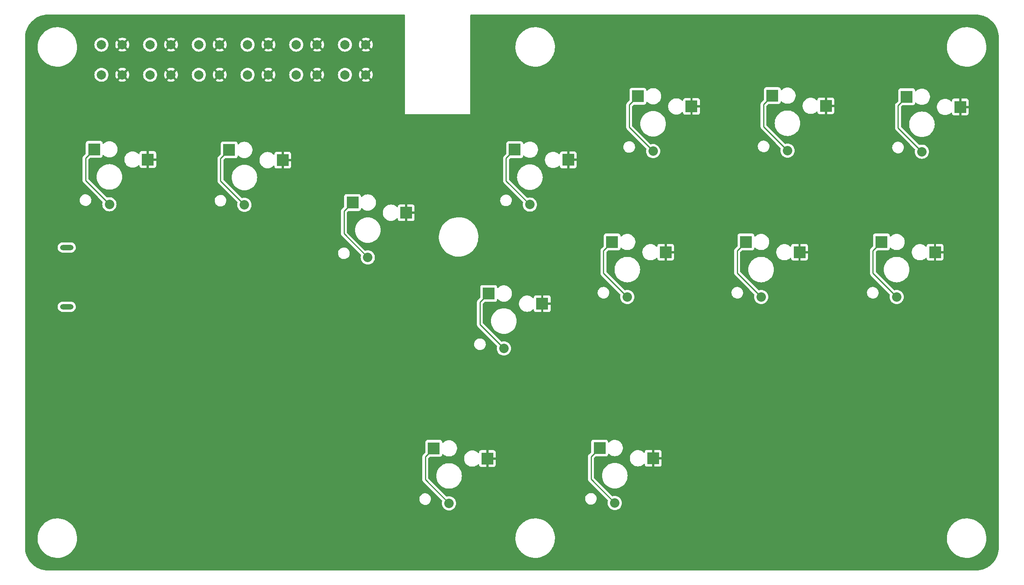
<source format=gbr>
%TF.GenerationSoftware,KiCad,Pcbnew,7.0.6*%
%TF.CreationDate,2024-02-01T15:41:42-05:00*%
%TF.ProjectId,Kolbebox_USB_Passthrough,4b6f6c62-6562-46f7-985f-5553425f5061,rev?*%
%TF.SameCoordinates,Original*%
%TF.FileFunction,Copper,L2,Bot*%
%TF.FilePolarity,Positive*%
%FSLAX46Y46*%
G04 Gerber Fmt 4.6, Leading zero omitted, Abs format (unit mm)*
G04 Created by KiCad (PCBNEW 7.0.6) date 2024-02-01 15:41:42*
%MOMM*%
%LPD*%
G01*
G04 APERTURE LIST*
%TA.AperFunction,SMDPad,CuDef*%
%ADD10R,2.600000X2.600000*%
%TD*%
%TA.AperFunction,ComponentPad*%
%ADD11C,2.032000*%
%TD*%
%TA.AperFunction,ComponentPad*%
%ADD12C,2.000000*%
%TD*%
%TA.AperFunction,ComponentPad*%
%ADD13O,2.900000X1.200000*%
%TD*%
%TA.AperFunction,ViaPad*%
%ADD14C,0.800000*%
%TD*%
%TA.AperFunction,Conductor*%
%ADD15C,0.254000*%
%TD*%
G04 APERTURE END LIST*
D10*
%TO.P,Down/Pin 11,1,1*%
%TO.N,DOWN*%
X84045000Y-59220000D03*
D11*
X87320000Y-71070000D03*
D10*
%TO.P,Down/Pin 11,2,2*%
%TO.N,GND*%
X95595000Y-61420000D03*
%TD*%
%TO.P,Right/Pin 10,1,1*%
%TO.N,RIGHT*%
X110645000Y-70570000D03*
D11*
X113920000Y-82420000D03*
D10*
%TO.P,Right/Pin 10,2,2*%
%TO.N,GND*%
X122195000Y-72770000D03*
%TD*%
%TO.P,Up/Pin 9,1,1*%
%TO.N,UP*%
X128155000Y-123620000D03*
D11*
X131430000Y-135470000D03*
D10*
%TO.P,Up/Pin 9,2,2*%
%TO.N,GND*%
X139705000Y-125820000D03*
%TD*%
%TO.P,Square/Pin 7,1,1*%
%TO.N,SQUARE*%
X145585000Y-59160000D03*
D11*
X148860000Y-71010000D03*
D10*
%TO.P,Square/Pin 7,2,2*%
%TO.N,GND*%
X157135000Y-61360000D03*
%TD*%
%TO.P,Triangle/Pin 5,1,1*%
%TO.N,TRIANGLE*%
X172145000Y-47630000D03*
D11*
X175420000Y-59480000D03*
D10*
%TO.P,Triangle/Pin 5,2,2*%
%TO.N,GND*%
X183695000Y-49830000D03*
%TD*%
%TO.P,R1/Pin 2,1,1*%
%TO.N,R1*%
X201115000Y-47510000D03*
D11*
X204390000Y-59360000D03*
D10*
%TO.P,R1/Pin 2,2,2*%
%TO.N,GND*%
X212665000Y-49710000D03*
%TD*%
%TO.P,L1/Pin 0,1,1*%
%TO.N,L1*%
X230085000Y-47750000D03*
D11*
X233360000Y-59600000D03*
D10*
%TO.P,L1/Pin 0,2,2*%
%TO.N,GND*%
X241635000Y-49950000D03*
%TD*%
%TO.P,Cross/Pin 8,1,1*%
%TO.N,CROSS*%
X139975000Y-90200000D03*
D11*
X143250000Y-102050000D03*
D10*
%TO.P,Cross/Pin 8,2,2*%
%TO.N,GND*%
X151525000Y-92400000D03*
%TD*%
%TO.P,Circle/Pin 6,1,1*%
%TO.N,CIRCLE*%
X166585000Y-79090000D03*
D11*
X169860000Y-90940000D03*
D10*
%TO.P,Circle/Pin 6,2,2*%
%TO.N,GND*%
X178135000Y-81290000D03*
%TD*%
%TO.P,R2/Pin 3,1,1*%
%TO.N,R2*%
X195435000Y-79090000D03*
D11*
X198710000Y-90940000D03*
D10*
%TO.P,R2/Pin 3,2,2*%
%TO.N,GND*%
X206985000Y-81290000D03*
%TD*%
%TO.P,L2/Pin 1,1,1*%
%TO.N,L2*%
X224645000Y-79090000D03*
D11*
X227920000Y-90940000D03*
D10*
%TO.P,L2/Pin 1,2,2*%
%TO.N,GND*%
X236195000Y-81290000D03*
%TD*%
%TO.P,Left/Pin 12,1,1*%
%TO.N,LEFT*%
X54950000Y-59100000D03*
D11*
X58225000Y-70950000D03*
D10*
%TO.P,Left/Pin 12,2,2*%
%TO.N,GND*%
X66500000Y-61300000D03*
%TD*%
D12*
%TO.P,SW26,1,1*%
%TO.N,OPT4*%
X88000000Y-43000000D03*
X88000000Y-36500000D03*
%TO.P,SW26,2,2*%
%TO.N,GND*%
X92500000Y-43000000D03*
X92500000Y-36500000D03*
%TD*%
%TO.P,SW14,1,1*%
%TO.N,OPT2*%
X67000000Y-43000000D03*
X67000000Y-36500000D03*
%TO.P,SW14,2,2*%
%TO.N,GND*%
X71500000Y-43000000D03*
X71500000Y-36500000D03*
%TD*%
%TO.P,SW27,1,1*%
%TO.N,OPT5*%
X98500000Y-43000000D03*
X98500000Y-36500000D03*
%TO.P,SW27,2,2*%
%TO.N,GND*%
X103000000Y-43000000D03*
X103000000Y-36500000D03*
%TD*%
%TO.P,SW13,1,1*%
%TO.N,OPT1*%
X56500000Y-43000000D03*
X56500000Y-36500000D03*
%TO.P,SW13,2,2*%
%TO.N,GND*%
X61000000Y-43000000D03*
X61000000Y-36500000D03*
%TD*%
%TO.P,SW15,1,1*%
%TO.N,OPT3*%
X77500000Y-43000000D03*
X77500000Y-36500000D03*
%TO.P,SW15,2,2*%
%TO.N,GND*%
X82000000Y-43000000D03*
X82000000Y-36500000D03*
%TD*%
%TO.P,SW28,1,1*%
%TO.N,D+*%
X109000000Y-43000000D03*
X109000000Y-36500000D03*
%TO.P,SW28,2,2*%
%TO.N,GND*%
X113500000Y-43000000D03*
X113500000Y-36500000D03*
%TD*%
D13*
%TO.P,USB Passthrough,5*%
%TO.N,N/C*%
X49010000Y-80260000D03*
X49010000Y-93060000D03*
%TD*%
D10*
%TO.P,R3/Pin 4,1,1*%
%TO.N,TOUCH*%
X163886554Y-123555918D03*
D11*
X167161554Y-135405918D03*
D10*
%TO.P,R3/Pin 4,2,2*%
%TO.N,GND*%
X175436554Y-125755918D03*
%TD*%
D14*
%TO.N,GND*%
X117400000Y-34400000D03*
X55900000Y-90200000D03*
%TD*%
D15*
%TO.N,LEFT*%
X58225000Y-70950000D02*
X53070000Y-65795000D01*
X53070000Y-60980000D02*
X54950000Y-59100000D01*
X53070000Y-65795000D02*
X53070000Y-60980000D01*
%TO.N,DOWN*%
X82170000Y-65920000D02*
X87320000Y-71070000D01*
X82170000Y-61095000D02*
X82170000Y-65920000D01*
X84045000Y-59220000D02*
X82170000Y-61095000D01*
%TO.N,RIGHT*%
X110645000Y-70570000D02*
X108770000Y-72445000D01*
X108770000Y-77270000D02*
X113920000Y-82420000D01*
X108770000Y-72445000D02*
X108770000Y-77270000D01*
%TO.N,UP*%
X126320000Y-125455000D02*
X126320000Y-130360000D01*
X126320000Y-130360000D02*
X131430000Y-135470000D01*
X128155000Y-123620000D02*
X126320000Y-125455000D01*
%TO.N,L1*%
X228210000Y-54450000D02*
X233360000Y-59600000D01*
X228210000Y-49625000D02*
X228210000Y-54450000D01*
X230085000Y-47750000D02*
X228210000Y-49625000D01*
%TO.N,R1*%
X199230000Y-49395000D02*
X199230000Y-54200000D01*
X201115000Y-47510000D02*
X199230000Y-49395000D01*
X199230000Y-54200000D02*
X204390000Y-59360000D01*
%TO.N,TRIANGLE*%
X170270000Y-54330000D02*
X175420000Y-59480000D01*
X170270000Y-49505000D02*
X170270000Y-54330000D01*
X172145000Y-47630000D02*
X170270000Y-49505000D01*
%TO.N,SQUARE*%
X145585000Y-59160000D02*
X143720000Y-61025000D01*
X143720000Y-65870000D02*
X148860000Y-71010000D01*
X143720000Y-61025000D02*
X143720000Y-65870000D01*
%TO.N,CIRCLE*%
X164710000Y-85810000D02*
X169840000Y-90940000D01*
X166585000Y-79090000D02*
X164710000Y-80965000D01*
X164710000Y-80965000D02*
X164710000Y-85810000D01*
X169840000Y-90940000D02*
X169860000Y-90940000D01*
%TO.N,CROSS*%
X139975000Y-90200000D02*
X138100000Y-92075000D01*
X138100000Y-96900000D02*
X143250000Y-102050000D01*
X138100000Y-92075000D02*
X138100000Y-96900000D01*
%TO.N,R2*%
X193540000Y-80985000D02*
X193540000Y-85770000D01*
X193540000Y-85770000D02*
X198710000Y-90940000D01*
X195435000Y-79090000D02*
X193540000Y-80985000D01*
%TO.N,L2*%
X222800000Y-80935000D02*
X222800000Y-85820000D01*
X224645000Y-79090000D02*
X222800000Y-80935000D01*
X222800000Y-85820000D02*
X227920000Y-90940000D01*
%TO.N,TOUCH*%
X162030000Y-130274364D02*
X167161554Y-135405918D01*
X162030000Y-125412472D02*
X162030000Y-130274364D01*
X163886554Y-123555918D02*
X162030000Y-125412472D01*
%TD*%
%TA.AperFunction,Conductor*%
%TO.N,GND*%
G36*
X121917539Y-30045185D02*
G01*
X121963294Y-30097989D01*
X121974500Y-30149500D01*
X121974500Y-51470265D01*
X121972399Y-51480831D01*
X121972399Y-51500000D01*
X121979630Y-51517458D01*
X121980482Y-51519517D01*
X122000000Y-51527601D01*
X122019177Y-51527601D01*
X122029739Y-51525500D01*
X135970261Y-51525500D01*
X135980823Y-51527601D01*
X136000000Y-51527601D01*
X136019517Y-51519517D01*
X136020370Y-51517458D01*
X136027601Y-51500000D01*
X136027601Y-51480831D01*
X136025500Y-51470265D01*
X136025500Y-49484879D01*
X169629765Y-49484879D01*
X169634061Y-49530331D01*
X169634225Y-49532059D01*
X169634500Y-49537897D01*
X169634500Y-54246151D01*
X169632758Y-54261927D01*
X169633026Y-54261953D01*
X169632292Y-54269718D01*
X169634500Y-54339985D01*
X169634500Y-54369983D01*
X169635387Y-54377013D01*
X169635845Y-54382832D01*
X169637334Y-54430203D01*
X169637335Y-54430207D01*
X169643057Y-54449905D01*
X169647000Y-54468946D01*
X169649571Y-54489288D01*
X169649574Y-54489303D01*
X169667016Y-54533359D01*
X169668907Y-54538883D01*
X169682130Y-54584391D01*
X169682131Y-54584393D01*
X169686983Y-54592598D01*
X169692570Y-54602044D01*
X169701128Y-54619514D01*
X169708679Y-54638585D01*
X169708682Y-54638591D01*
X169736542Y-54676936D01*
X169739749Y-54681819D01*
X169763866Y-54722598D01*
X169763870Y-54722602D01*
X169778363Y-54737095D01*
X169791001Y-54751892D01*
X169803057Y-54768487D01*
X169839576Y-54798697D01*
X169843888Y-54802620D01*
X172912612Y-57871345D01*
X173932611Y-58891344D01*
X173966096Y-58952667D01*
X173965504Y-59007972D01*
X173909612Y-59240780D01*
X173890786Y-59480000D01*
X173909612Y-59719219D01*
X173965630Y-59952553D01*
X173965630Y-59952554D01*
X174057457Y-60174245D01*
X174057459Y-60174248D01*
X174182837Y-60378846D01*
X174182841Y-60378851D01*
X174236192Y-60441317D01*
X174338682Y-60561318D01*
X174447121Y-60653933D01*
X174521148Y-60717158D01*
X174521153Y-60717162D01*
X174725751Y-60842540D01*
X174725754Y-60842542D01*
X174947446Y-60934369D01*
X174990974Y-60944819D01*
X175180778Y-60990387D01*
X175420000Y-61009214D01*
X175659222Y-60990387D01*
X175892553Y-60934369D01*
X175892554Y-60934369D01*
X176114245Y-60842542D01*
X176114246Y-60842541D01*
X176114249Y-60842540D01*
X176279021Y-60741567D01*
X176318846Y-60717162D01*
X176318846Y-60717161D01*
X176318849Y-60717160D01*
X176501318Y-60561318D01*
X176657160Y-60378849D01*
X176782540Y-60174249D01*
X176782542Y-60174245D01*
X176874369Y-59952554D01*
X176874369Y-59952553D01*
X176888758Y-59892620D01*
X176930387Y-59719222D01*
X176949214Y-59480000D01*
X176930387Y-59240778D01*
X176879500Y-59028818D01*
X176874369Y-59007446D01*
X176874369Y-59007445D01*
X176782542Y-58785754D01*
X176782540Y-58785751D01*
X176657162Y-58581153D01*
X176657158Y-58581148D01*
X176601798Y-58516330D01*
X197985710Y-58516330D01*
X198015925Y-58739387D01*
X198015926Y-58739390D01*
X198085483Y-58953465D01*
X198192146Y-59151678D01*
X198192148Y-59151681D01*
X198332489Y-59327663D01*
X198332491Y-59327664D01*
X198332492Y-59327666D01*
X198502004Y-59475765D01*
X198695236Y-59591215D01*
X198903826Y-59669500D01*
X198905976Y-59670307D01*
X199127450Y-59710500D01*
X199127453Y-59710500D01*
X199296148Y-59710500D01*
X199296155Y-59710500D01*
X199464188Y-59695377D01*
X199504694Y-59684198D01*
X199681160Y-59635496D01*
X199681162Y-59635495D01*
X199681170Y-59635493D01*
X199883973Y-59537829D01*
X200066078Y-59405522D01*
X200221632Y-59242825D01*
X200345635Y-59054968D01*
X200365948Y-59007445D01*
X200434100Y-58847995D01*
X200434099Y-58847995D01*
X200434103Y-58847988D01*
X200484191Y-58628537D01*
X200494290Y-58403670D01*
X200464075Y-58180613D01*
X200394517Y-57966536D01*
X200376575Y-57933195D01*
X200287853Y-57768321D01*
X200287851Y-57768318D01*
X200274315Y-57751345D01*
X200212471Y-57673795D01*
X200147510Y-57592336D01*
X200106766Y-57556739D01*
X199977996Y-57444235D01*
X199784764Y-57328785D01*
X199666775Y-57284503D01*
X199574023Y-57249692D01*
X199352550Y-57209500D01*
X199352547Y-57209500D01*
X199183845Y-57209500D01*
X199145399Y-57212960D01*
X199015813Y-57224622D01*
X199015807Y-57224623D01*
X198798839Y-57284503D01*
X198798826Y-57284508D01*
X198596033Y-57382167D01*
X198596025Y-57382171D01*
X198413927Y-57514473D01*
X198413925Y-57514474D01*
X198258366Y-57677176D01*
X198134363Y-57865033D01*
X198045899Y-58072004D01*
X198045895Y-58072017D01*
X197995810Y-58291457D01*
X197995808Y-58291468D01*
X197988299Y-58458673D01*
X197985710Y-58516330D01*
X176601798Y-58516330D01*
X176601073Y-58515481D01*
X176501318Y-58398682D01*
X176386493Y-58300613D01*
X176318851Y-58242841D01*
X176318846Y-58242837D01*
X176114248Y-58117459D01*
X176114245Y-58117457D01*
X175892553Y-58025630D01*
X175659218Y-57969612D01*
X175659219Y-57969612D01*
X175420000Y-57950786D01*
X175180780Y-57969612D01*
X174947971Y-58025504D01*
X174878188Y-58022013D01*
X174831343Y-57992611D01*
X170941819Y-54103086D01*
X170908334Y-54041763D01*
X170905500Y-54015405D01*
X170905500Y-53579999D01*
X172664473Y-53579999D01*
X172684563Y-53912136D01*
X172684563Y-53912141D01*
X172684564Y-53912142D01*
X172744544Y-54239441D01*
X172744545Y-54239445D01*
X172744546Y-54239449D01*
X172843530Y-54557104D01*
X172843534Y-54557116D01*
X172843537Y-54557123D01*
X172980102Y-54860557D01*
X173152246Y-55145318D01*
X173152251Y-55145326D01*
X173357460Y-55407255D01*
X173592744Y-55642539D01*
X173854673Y-55847748D01*
X173854678Y-55847751D01*
X173854682Y-55847754D01*
X174139443Y-56019898D01*
X174442877Y-56156463D01*
X174442890Y-56156467D01*
X174442895Y-56156469D01*
X174616289Y-56210500D01*
X174760559Y-56255456D01*
X175087858Y-56315436D01*
X175265740Y-56326196D01*
X175336892Y-56330500D01*
X175336894Y-56330500D01*
X175503108Y-56330500D01*
X175565365Y-56326734D01*
X175752142Y-56315436D01*
X176079441Y-56255456D01*
X176397123Y-56156463D01*
X176700557Y-56019898D01*
X176985318Y-55847754D01*
X177247252Y-55642542D01*
X177482542Y-55407252D01*
X177687754Y-55145318D01*
X177859898Y-54860557D01*
X177996463Y-54557123D01*
X178095456Y-54239441D01*
X178155436Y-53912142D01*
X178175527Y-53580000D01*
X178155436Y-53247858D01*
X178095456Y-52920559D01*
X177996463Y-52602877D01*
X177859898Y-52299443D01*
X177687754Y-52014682D01*
X177687751Y-52014678D01*
X177687748Y-52014673D01*
X177482539Y-51752744D01*
X177247255Y-51517460D01*
X176985326Y-51312251D01*
X176951112Y-51291568D01*
X176700557Y-51140102D01*
X176397123Y-51003537D01*
X176397116Y-51003534D01*
X176397104Y-51003530D01*
X176079449Y-50904546D01*
X176079445Y-50904545D01*
X176079441Y-50904544D01*
X175752142Y-50844564D01*
X175752141Y-50844563D01*
X175752136Y-50844563D01*
X175503108Y-50829500D01*
X175503106Y-50829500D01*
X175336894Y-50829500D01*
X175336892Y-50829500D01*
X175087863Y-50844563D01*
X175087857Y-50844564D01*
X175087858Y-50844564D01*
X174760559Y-50904544D01*
X174760556Y-50904544D01*
X174760550Y-50904546D01*
X174442895Y-51003530D01*
X174442879Y-51003536D01*
X174442877Y-51003537D01*
X174351908Y-51044479D01*
X174139447Y-51140100D01*
X174139445Y-51140101D01*
X173854673Y-51312251D01*
X173592744Y-51517460D01*
X173357460Y-51752744D01*
X173152251Y-52014673D01*
X173052643Y-52179445D01*
X172980102Y-52299443D01*
X172897544Y-52482880D01*
X172843536Y-52602880D01*
X172843530Y-52602895D01*
X172744546Y-52920550D01*
X172684563Y-53247863D01*
X172664473Y-53579999D01*
X170905500Y-53579999D01*
X170905500Y-49961187D01*
X178669500Y-49961187D01*
X178687409Y-50080000D01*
X178708604Y-50220615D01*
X178708605Y-50220617D01*
X178708606Y-50220623D01*
X178785938Y-50471326D01*
X178899767Y-50707696D01*
X178899768Y-50707697D01*
X178899770Y-50707700D01*
X178899772Y-50707704D01*
X179019653Y-50883537D01*
X179047567Y-50924479D01*
X179226014Y-51116801D01*
X179226018Y-51116804D01*
X179226019Y-51116805D01*
X179431143Y-51280386D01*
X179658357Y-51411568D01*
X179902584Y-51507420D01*
X180158370Y-51565802D01*
X180158376Y-51565802D01*
X180158379Y-51565803D01*
X180354500Y-51580500D01*
X180354506Y-51580500D01*
X180485500Y-51580500D01*
X180681620Y-51565803D01*
X180681622Y-51565802D01*
X180681630Y-51565802D01*
X180937416Y-51507420D01*
X181181643Y-51411568D01*
X181408857Y-51280386D01*
X181613981Y-51116805D01*
X181680101Y-51045543D01*
X181740129Y-51009789D01*
X181809958Y-51012164D01*
X181867419Y-51051914D01*
X181894267Y-51116419D01*
X181895000Y-51129885D01*
X181895000Y-51177844D01*
X181901401Y-51237372D01*
X181901403Y-51237379D01*
X181951645Y-51372086D01*
X181951649Y-51372093D01*
X182037809Y-51487187D01*
X182037812Y-51487190D01*
X182152906Y-51573350D01*
X182152913Y-51573354D01*
X182287620Y-51623596D01*
X182287627Y-51623598D01*
X182347155Y-51629999D01*
X182347172Y-51630000D01*
X183445000Y-51630000D01*
X183445000Y-50080000D01*
X183945000Y-50080000D01*
X183945000Y-51630000D01*
X185042828Y-51630000D01*
X185042844Y-51629999D01*
X185102372Y-51623598D01*
X185102379Y-51623596D01*
X185237086Y-51573354D01*
X185237093Y-51573350D01*
X185352187Y-51487190D01*
X185352190Y-51487187D01*
X185438350Y-51372093D01*
X185438354Y-51372086D01*
X185488596Y-51237379D01*
X185488598Y-51237372D01*
X185494999Y-51177844D01*
X185495000Y-51177827D01*
X185495000Y-50080000D01*
X183945000Y-50080000D01*
X183445000Y-50080000D01*
X183445000Y-48030000D01*
X183945000Y-48030000D01*
X183945000Y-49580000D01*
X185495000Y-49580000D01*
X185495000Y-49374879D01*
X198589765Y-49374879D01*
X198590333Y-49380888D01*
X198594225Y-49422059D01*
X198594500Y-49427897D01*
X198594500Y-54116150D01*
X198592758Y-54131927D01*
X198593026Y-54131953D01*
X198592291Y-54139719D01*
X198594499Y-54209985D01*
X198594499Y-54239981D01*
X198595387Y-54247012D01*
X198595845Y-54252832D01*
X198597334Y-54300203D01*
X198597335Y-54300207D01*
X198603057Y-54319905D01*
X198607000Y-54338946D01*
X198609571Y-54359288D01*
X198609574Y-54359303D01*
X198627016Y-54403359D01*
X198628907Y-54408883D01*
X198642130Y-54454391D01*
X198652570Y-54472044D01*
X198661128Y-54489514D01*
X198668679Y-54508585D01*
X198668682Y-54508591D01*
X198696542Y-54546936D01*
X198699749Y-54551819D01*
X198723866Y-54592598D01*
X198723870Y-54592602D01*
X198738363Y-54607095D01*
X198751001Y-54621892D01*
X198763057Y-54638487D01*
X198799576Y-54668697D01*
X198803888Y-54672620D01*
X201882062Y-57750795D01*
X202902611Y-58771344D01*
X202936096Y-58832667D01*
X202935504Y-58887972D01*
X202879612Y-59120780D01*
X202860786Y-59360000D01*
X202879612Y-59599219D01*
X202935630Y-59832553D01*
X202935630Y-59832554D01*
X203027457Y-60054245D01*
X203027459Y-60054248D01*
X203152837Y-60258846D01*
X203152841Y-60258851D01*
X203209086Y-60324705D01*
X203308682Y-60441318D01*
X203408151Y-60526272D01*
X203491148Y-60597158D01*
X203491153Y-60597162D01*
X203695751Y-60722540D01*
X203695754Y-60722542D01*
X203917446Y-60814369D01*
X203971983Y-60827462D01*
X204150778Y-60870387D01*
X204390000Y-60889214D01*
X204629222Y-60870387D01*
X204862553Y-60814369D01*
X204862554Y-60814369D01*
X205084245Y-60722542D01*
X205084246Y-60722541D01*
X205084249Y-60722540D01*
X205277847Y-60603902D01*
X205288846Y-60597162D01*
X205288846Y-60597161D01*
X205288849Y-60597160D01*
X205471318Y-60441318D01*
X205627160Y-60258849D01*
X205752540Y-60054249D01*
X205759396Y-60037697D01*
X205844369Y-59832554D01*
X205844369Y-59832553D01*
X205861113Y-59762809D01*
X205900387Y-59599222D01*
X205919214Y-59360000D01*
X205900387Y-59120778D01*
X205848764Y-58905754D01*
X205844369Y-58887446D01*
X205844369Y-58887445D01*
X205790060Y-58756330D01*
X226955710Y-58756330D01*
X226985925Y-58979387D01*
X226985926Y-58979390D01*
X227055483Y-59193465D01*
X227162146Y-59391678D01*
X227162148Y-59391681D01*
X227302489Y-59567663D01*
X227302491Y-59567664D01*
X227302492Y-59567666D01*
X227472004Y-59715765D01*
X227665236Y-59831215D01*
X227874130Y-59909614D01*
X227875976Y-59910307D01*
X228097450Y-59950500D01*
X228097453Y-59950500D01*
X228266148Y-59950500D01*
X228266155Y-59950500D01*
X228434188Y-59935377D01*
X228434192Y-59935376D01*
X228651160Y-59875496D01*
X228651162Y-59875495D01*
X228651170Y-59875493D01*
X228853973Y-59777829D01*
X229036078Y-59645522D01*
X229191632Y-59482825D01*
X229315635Y-59294968D01*
X229325589Y-59271681D01*
X229404100Y-59087995D01*
X229404099Y-59087995D01*
X229404103Y-59087988D01*
X229454191Y-58868537D01*
X229464290Y-58643670D01*
X229434075Y-58420613D01*
X229364517Y-58206536D01*
X229257852Y-58008319D01*
X229197942Y-57933195D01*
X229117510Y-57832336D01*
X229095605Y-57813198D01*
X228947996Y-57684235D01*
X228754764Y-57568785D01*
X228620599Y-57518432D01*
X228544023Y-57489692D01*
X228322550Y-57449500D01*
X228322547Y-57449500D01*
X228153845Y-57449500D01*
X228115399Y-57452960D01*
X227985813Y-57464622D01*
X227985807Y-57464623D01*
X227768839Y-57524503D01*
X227768826Y-57524508D01*
X227566033Y-57622167D01*
X227566025Y-57622171D01*
X227383927Y-57754473D01*
X227383925Y-57754474D01*
X227228366Y-57917176D01*
X227104363Y-58105033D01*
X227015899Y-58312004D01*
X227015895Y-58312017D01*
X226965810Y-58531457D01*
X226965808Y-58531468D01*
X226957818Y-58709382D01*
X226955710Y-58756330D01*
X205790060Y-58756330D01*
X205752542Y-58665754D01*
X205752540Y-58665751D01*
X205627162Y-58461153D01*
X205627158Y-58461148D01*
X205543195Y-58362840D01*
X205471318Y-58278682D01*
X205356493Y-58180613D01*
X205288851Y-58122841D01*
X205288846Y-58122837D01*
X205084248Y-57997459D01*
X205084245Y-57997457D01*
X204862553Y-57905630D01*
X204629218Y-57849612D01*
X204629219Y-57849612D01*
X204390000Y-57830786D01*
X204150780Y-57849612D01*
X203917971Y-57905504D01*
X203848188Y-57902013D01*
X203801343Y-57872611D01*
X199901819Y-53973086D01*
X199868334Y-53911763D01*
X199865500Y-53885405D01*
X199865500Y-53459999D01*
X201634473Y-53459999D01*
X201654563Y-53792136D01*
X201654563Y-53792141D01*
X201654564Y-53792142D01*
X201714544Y-54119441D01*
X201714545Y-54119445D01*
X201714546Y-54119449D01*
X201813530Y-54437104D01*
X201813534Y-54437116D01*
X201813537Y-54437123D01*
X201950102Y-54740557D01*
X202060170Y-54922631D01*
X202122251Y-55025326D01*
X202327460Y-55287255D01*
X202562744Y-55522539D01*
X202824673Y-55727748D01*
X202824678Y-55727751D01*
X202824682Y-55727754D01*
X203109443Y-55899898D01*
X203412877Y-56036463D01*
X203412890Y-56036467D01*
X203412895Y-56036469D01*
X203624664Y-56102458D01*
X203730559Y-56135456D01*
X204057858Y-56195436D01*
X204235740Y-56206196D01*
X204306892Y-56210500D01*
X204306894Y-56210500D01*
X204473108Y-56210500D01*
X204535365Y-56206734D01*
X204722142Y-56195436D01*
X205049441Y-56135456D01*
X205367123Y-56036463D01*
X205670557Y-55899898D01*
X205955318Y-55727754D01*
X206217252Y-55522542D01*
X206452542Y-55287252D01*
X206657754Y-55025318D01*
X206829898Y-54740557D01*
X206966463Y-54437123D01*
X207065456Y-54119441D01*
X207125436Y-53792142D01*
X207145527Y-53460000D01*
X207125436Y-53127858D01*
X207065456Y-52800559D01*
X206966463Y-52482877D01*
X206829898Y-52179443D01*
X206657754Y-51894682D01*
X206657751Y-51894678D01*
X206657748Y-51894673D01*
X206452539Y-51632744D01*
X206217255Y-51397460D01*
X205955326Y-51192251D01*
X205931466Y-51177827D01*
X205670557Y-51020102D01*
X205367123Y-50883537D01*
X205367116Y-50883534D01*
X205367104Y-50883530D01*
X205049449Y-50784546D01*
X205049445Y-50784545D01*
X205049441Y-50784544D01*
X204722142Y-50724564D01*
X204722141Y-50724563D01*
X204722136Y-50724563D01*
X204473108Y-50709500D01*
X204473106Y-50709500D01*
X204306894Y-50709500D01*
X204306892Y-50709500D01*
X204057863Y-50724563D01*
X204057857Y-50724564D01*
X204057858Y-50724564D01*
X203730559Y-50784544D01*
X203730556Y-50784544D01*
X203730550Y-50784546D01*
X203412895Y-50883530D01*
X203412879Y-50883536D01*
X203412877Y-50883537D01*
X203321908Y-50924479D01*
X203109447Y-51020100D01*
X203109445Y-51020101D01*
X202824673Y-51192251D01*
X202562744Y-51397460D01*
X202327460Y-51632744D01*
X202122251Y-51894673D01*
X202122246Y-51894682D01*
X201950102Y-52179443D01*
X201842087Y-52419443D01*
X201813536Y-52482880D01*
X201813530Y-52482895D01*
X201714546Y-52800550D01*
X201654563Y-53127863D01*
X201634473Y-53459999D01*
X199865500Y-53459999D01*
X199865500Y-49841187D01*
X207639500Y-49841187D01*
X207654333Y-49939593D01*
X207678604Y-50100615D01*
X207678605Y-50100617D01*
X207678606Y-50100623D01*
X207715621Y-50220623D01*
X207752636Y-50340623D01*
X207755938Y-50351326D01*
X207869767Y-50587696D01*
X207869768Y-50587697D01*
X207869770Y-50587700D01*
X207869772Y-50587704D01*
X207963081Y-50724563D01*
X208017567Y-50804479D01*
X208196014Y-50996801D01*
X208196018Y-50996804D01*
X208196019Y-50996805D01*
X208401143Y-51160386D01*
X208628357Y-51291568D01*
X208872584Y-51387420D01*
X209128370Y-51445802D01*
X209128376Y-51445802D01*
X209128379Y-51445803D01*
X209324500Y-51460500D01*
X209324506Y-51460500D01*
X209455500Y-51460500D01*
X209651620Y-51445803D01*
X209651622Y-51445802D01*
X209651630Y-51445802D01*
X209907416Y-51387420D01*
X210151643Y-51291568D01*
X210378857Y-51160386D01*
X210583981Y-50996805D01*
X210650101Y-50925543D01*
X210710129Y-50889789D01*
X210779958Y-50892164D01*
X210837419Y-50931914D01*
X210864267Y-50996419D01*
X210865000Y-51009885D01*
X210865000Y-51057844D01*
X210871401Y-51117372D01*
X210871403Y-51117379D01*
X210921645Y-51252086D01*
X210921649Y-51252093D01*
X211007809Y-51367187D01*
X211007812Y-51367190D01*
X211122906Y-51453350D01*
X211122913Y-51453354D01*
X211257620Y-51503596D01*
X211257627Y-51503598D01*
X211317155Y-51509999D01*
X211317172Y-51510000D01*
X212415000Y-51510000D01*
X212415000Y-49960000D01*
X212915000Y-49960000D01*
X212915000Y-51510000D01*
X214012828Y-51510000D01*
X214012844Y-51509999D01*
X214072372Y-51503598D01*
X214072379Y-51503596D01*
X214207086Y-51453354D01*
X214207093Y-51453350D01*
X214322187Y-51367190D01*
X214322190Y-51367187D01*
X214408350Y-51252093D01*
X214408354Y-51252086D01*
X214458596Y-51117379D01*
X214458598Y-51117372D01*
X214464999Y-51057844D01*
X214464999Y-51057827D01*
X214465000Y-49960000D01*
X212915000Y-49960000D01*
X212415000Y-49960000D01*
X212415000Y-49604880D01*
X227569764Y-49604880D01*
X227574224Y-49652060D01*
X227574499Y-49657897D01*
X227574500Y-54366151D01*
X227572758Y-54381927D01*
X227573026Y-54381953D01*
X227572292Y-54389718D01*
X227574500Y-54459985D01*
X227574500Y-54489983D01*
X227575387Y-54497013D01*
X227575845Y-54502832D01*
X227577334Y-54550203D01*
X227577335Y-54550207D01*
X227583057Y-54569905D01*
X227587000Y-54588946D01*
X227589571Y-54609288D01*
X227589574Y-54609303D01*
X227607016Y-54653359D01*
X227608907Y-54658883D01*
X227622130Y-54704391D01*
X227632570Y-54722044D01*
X227641128Y-54739514D01*
X227648679Y-54758585D01*
X227648682Y-54758591D01*
X227676542Y-54796936D01*
X227679749Y-54801819D01*
X227703866Y-54842598D01*
X227703870Y-54842602D01*
X227718363Y-54857095D01*
X227731001Y-54871892D01*
X227743057Y-54888487D01*
X227779576Y-54918697D01*
X227783888Y-54922620D01*
X230853878Y-57992611D01*
X231872611Y-59011344D01*
X231906096Y-59072667D01*
X231905504Y-59127972D01*
X231849612Y-59360780D01*
X231830786Y-59600000D01*
X231849612Y-59839219D01*
X231905630Y-60072553D01*
X231905630Y-60072554D01*
X231997457Y-60294245D01*
X231997459Y-60294248D01*
X232122837Y-60498846D01*
X232122841Y-60498851D01*
X232182444Y-60568637D01*
X232278682Y-60681318D01*
X232374625Y-60763260D01*
X232461148Y-60837158D01*
X232461153Y-60837162D01*
X232665751Y-60962540D01*
X232665754Y-60962542D01*
X232887446Y-61054369D01*
X232930974Y-61064819D01*
X233120778Y-61110387D01*
X233360000Y-61129214D01*
X233599222Y-61110387D01*
X233832553Y-61054369D01*
X233832554Y-61054369D01*
X234054245Y-60962542D01*
X234054246Y-60962541D01*
X234054249Y-60962540D01*
X234236287Y-60850986D01*
X234258846Y-60837162D01*
X234258846Y-60837161D01*
X234258849Y-60837160D01*
X234441318Y-60681318D01*
X234597160Y-60498849D01*
X234607300Y-60482303D01*
X234652192Y-60409046D01*
X234722540Y-60294249D01*
X234722542Y-60294245D01*
X234814369Y-60072554D01*
X234814369Y-60072553D01*
X234820723Y-60046085D01*
X234870387Y-59839222D01*
X234889214Y-59600000D01*
X234870387Y-59360778D01*
X234820187Y-59151681D01*
X234814369Y-59127446D01*
X234814369Y-59127445D01*
X234722542Y-58905754D01*
X234722540Y-58905751D01*
X234597162Y-58701153D01*
X234597158Y-58701148D01*
X234541073Y-58635481D01*
X234441318Y-58518682D01*
X234326493Y-58420613D01*
X234258851Y-58362841D01*
X234258846Y-58362837D01*
X234054248Y-58237459D01*
X234054245Y-58237457D01*
X233832553Y-58145630D01*
X233599218Y-58089612D01*
X233599219Y-58089612D01*
X233375476Y-58072004D01*
X233360000Y-58070786D01*
X233359999Y-58070786D01*
X233120780Y-58089612D01*
X232887971Y-58145504D01*
X232818188Y-58142013D01*
X232771343Y-58112611D01*
X228881819Y-54223086D01*
X228848334Y-54161763D01*
X228845500Y-54135405D01*
X228845500Y-53699999D01*
X230604473Y-53699999D01*
X230624563Y-54032136D01*
X230624563Y-54032141D01*
X230624564Y-54032142D01*
X230684544Y-54359441D01*
X230684545Y-54359445D01*
X230684546Y-54359449D01*
X230783530Y-54677104D01*
X230783534Y-54677116D01*
X230783537Y-54677123D01*
X230920102Y-54980557D01*
X231092246Y-55265318D01*
X231092251Y-55265326D01*
X231297460Y-55527255D01*
X231532744Y-55762539D01*
X231794673Y-55967748D01*
X231794678Y-55967751D01*
X231794682Y-55967754D01*
X232079443Y-56139898D01*
X232382877Y-56276463D01*
X232382890Y-56276467D01*
X232382895Y-56276469D01*
X232556289Y-56330500D01*
X232700559Y-56375456D01*
X233027858Y-56435436D01*
X233205740Y-56446196D01*
X233276892Y-56450500D01*
X233276894Y-56450500D01*
X233443108Y-56450500D01*
X233505365Y-56446734D01*
X233692142Y-56435436D01*
X234019441Y-56375456D01*
X234337123Y-56276463D01*
X234640557Y-56139898D01*
X234925318Y-55967754D01*
X235187252Y-55762542D01*
X235422542Y-55527252D01*
X235567881Y-55341740D01*
X235627748Y-55265326D01*
X235627748Y-55265324D01*
X235627754Y-55265318D01*
X235799898Y-54980557D01*
X235936463Y-54677123D01*
X236035456Y-54359441D01*
X236095436Y-54032142D01*
X236115527Y-53700000D01*
X236095436Y-53367858D01*
X236035456Y-53040559D01*
X235936463Y-52722877D01*
X235799898Y-52419443D01*
X235627754Y-52134682D01*
X235627751Y-52134678D01*
X235627748Y-52134673D01*
X235422539Y-51872744D01*
X235187255Y-51637460D01*
X234925326Y-51432251D01*
X234891112Y-51411568D01*
X234640557Y-51260102D01*
X234337123Y-51123537D01*
X234337116Y-51123534D01*
X234337104Y-51123530D01*
X234019449Y-51024546D01*
X234019445Y-51024545D01*
X234019441Y-51024544D01*
X233692142Y-50964564D01*
X233692141Y-50964563D01*
X233692136Y-50964563D01*
X233443108Y-50949500D01*
X233443106Y-50949500D01*
X233276894Y-50949500D01*
X233276892Y-50949500D01*
X233027863Y-50964563D01*
X233027857Y-50964564D01*
X233027858Y-50964564D01*
X232700559Y-51024544D01*
X232700556Y-51024544D01*
X232700550Y-51024546D01*
X232382895Y-51123530D01*
X232382879Y-51123536D01*
X232382877Y-51123537D01*
X232230201Y-51192251D01*
X232079447Y-51260100D01*
X232079445Y-51260101D01*
X231794673Y-51432251D01*
X231532744Y-51637460D01*
X231297460Y-51872744D01*
X231092251Y-52134673D01*
X230920101Y-52419445D01*
X230920100Y-52419447D01*
X230891551Y-52482880D01*
X230837544Y-52602880D01*
X230783536Y-52722880D01*
X230783530Y-52722895D01*
X230684546Y-53040550D01*
X230624563Y-53367863D01*
X230604473Y-53699999D01*
X228845500Y-53699999D01*
X228845500Y-50081187D01*
X236609500Y-50081187D01*
X236612429Y-50100617D01*
X236648604Y-50340615D01*
X236648605Y-50340617D01*
X236648606Y-50340623D01*
X236725938Y-50591326D01*
X236839767Y-50827696D01*
X236839768Y-50827697D01*
X236839770Y-50827700D01*
X236839772Y-50827704D01*
X236959653Y-51003537D01*
X236987567Y-51044479D01*
X237166014Y-51236801D01*
X237166018Y-51236804D01*
X237166019Y-51236805D01*
X237371143Y-51400386D01*
X237598357Y-51531568D01*
X237842584Y-51627420D01*
X238098370Y-51685802D01*
X238098376Y-51685802D01*
X238098379Y-51685803D01*
X238294500Y-51700500D01*
X238294506Y-51700500D01*
X238425500Y-51700500D01*
X238621620Y-51685803D01*
X238621622Y-51685802D01*
X238621630Y-51685802D01*
X238877416Y-51627420D01*
X239121643Y-51531568D01*
X239348857Y-51400386D01*
X239553981Y-51236805D01*
X239620101Y-51165543D01*
X239680129Y-51129789D01*
X239749958Y-51132164D01*
X239807419Y-51171914D01*
X239834267Y-51236419D01*
X239835000Y-51249885D01*
X239835000Y-51297844D01*
X239841401Y-51357372D01*
X239841403Y-51357379D01*
X239891645Y-51492086D01*
X239891649Y-51492093D01*
X239977809Y-51607187D01*
X239977812Y-51607190D01*
X240092906Y-51693350D01*
X240092913Y-51693354D01*
X240227620Y-51743596D01*
X240227627Y-51743598D01*
X240287155Y-51749999D01*
X240287172Y-51750000D01*
X241385000Y-51750000D01*
X241385000Y-50200000D01*
X241885000Y-50200000D01*
X241885000Y-51750000D01*
X242982828Y-51750000D01*
X242982844Y-51749999D01*
X243042372Y-51743598D01*
X243042379Y-51743596D01*
X243177086Y-51693354D01*
X243177093Y-51693350D01*
X243292187Y-51607190D01*
X243292190Y-51607187D01*
X243378350Y-51492093D01*
X243378354Y-51492086D01*
X243428596Y-51357379D01*
X243428598Y-51357372D01*
X243434999Y-51297844D01*
X243435000Y-51297827D01*
X243435000Y-50200000D01*
X241885000Y-50200000D01*
X241385000Y-50200000D01*
X241385000Y-48150000D01*
X241885000Y-48150000D01*
X241885000Y-49700000D01*
X243435000Y-49700000D01*
X243435000Y-48602172D01*
X243434999Y-48602155D01*
X243428598Y-48542627D01*
X243428596Y-48542620D01*
X243378354Y-48407913D01*
X243378350Y-48407906D01*
X243292190Y-48292812D01*
X243292187Y-48292809D01*
X243177093Y-48206649D01*
X243177086Y-48206645D01*
X243042379Y-48156403D01*
X243042372Y-48156401D01*
X242982844Y-48150000D01*
X241885000Y-48150000D01*
X241385000Y-48150000D01*
X240287155Y-48150000D01*
X240227627Y-48156401D01*
X240227620Y-48156403D01*
X240092913Y-48206645D01*
X240092906Y-48206649D01*
X239977812Y-48292809D01*
X239977809Y-48292812D01*
X239891649Y-48407906D01*
X239891645Y-48407913D01*
X239841403Y-48542620D01*
X239841401Y-48542627D01*
X239835000Y-48602155D01*
X239835000Y-48650114D01*
X239815315Y-48717153D01*
X239762511Y-48762908D01*
X239693353Y-48772852D01*
X239629797Y-48743827D01*
X239620101Y-48734455D01*
X239553985Y-48663198D01*
X239480353Y-48604479D01*
X239348857Y-48499614D01*
X239121643Y-48368432D01*
X238877416Y-48272580D01*
X238877411Y-48272578D01*
X238877402Y-48272576D01*
X238659818Y-48222914D01*
X238621630Y-48214198D01*
X238621629Y-48214197D01*
X238621625Y-48214197D01*
X238621620Y-48214196D01*
X238425500Y-48199500D01*
X238425494Y-48199500D01*
X238294506Y-48199500D01*
X238294500Y-48199500D01*
X238098379Y-48214196D01*
X238098374Y-48214197D01*
X237842597Y-48272576D01*
X237842578Y-48272582D01*
X237598356Y-48368432D01*
X237371143Y-48499614D01*
X237166014Y-48663198D01*
X236987567Y-48855520D01*
X236839768Y-49072302D01*
X236839767Y-49072303D01*
X236725938Y-49308673D01*
X236648606Y-49559376D01*
X236648605Y-49559381D01*
X236648604Y-49559385D01*
X236647724Y-49565225D01*
X236609500Y-49818812D01*
X236609500Y-50081187D01*
X228845500Y-50081187D01*
X228845500Y-49939593D01*
X228865185Y-49872554D01*
X228881814Y-49851917D01*
X229138913Y-49594818D01*
X229200236Y-49561334D01*
X229226594Y-49558500D01*
X231433638Y-49558500D01*
X231433654Y-49558499D01*
X231460692Y-49555591D01*
X231494201Y-49551989D01*
X231631204Y-49500889D01*
X231748261Y-49413261D01*
X231835889Y-49296204D01*
X231886989Y-49159201D01*
X231890591Y-49125692D01*
X231893499Y-49098654D01*
X231893500Y-49098637D01*
X231893500Y-49059046D01*
X231913185Y-48992007D01*
X231965989Y-48946252D01*
X232035147Y-48936308D01*
X232098703Y-48965333D01*
X232108399Y-48974705D01*
X232166014Y-49036801D01*
X232166018Y-49036804D01*
X232166019Y-49036805D01*
X232371143Y-49200386D01*
X232598357Y-49331568D01*
X232842584Y-49427420D01*
X233098370Y-49485802D01*
X233098376Y-49485802D01*
X233098379Y-49485803D01*
X233294500Y-49500500D01*
X233294506Y-49500500D01*
X233425500Y-49500500D01*
X233621620Y-49485803D01*
X233621622Y-49485802D01*
X233621630Y-49485802D01*
X233877416Y-49427420D01*
X234121643Y-49331568D01*
X234348857Y-49200386D01*
X234553981Y-49036805D01*
X234732433Y-48844479D01*
X234880228Y-48627704D01*
X234994063Y-48391323D01*
X235071396Y-48140615D01*
X235110500Y-47881182D01*
X235110500Y-47618818D01*
X235071396Y-47359385D01*
X234994063Y-47108677D01*
X234936272Y-46988673D01*
X234880232Y-46872303D01*
X234880231Y-46872302D01*
X234880230Y-46872301D01*
X234880228Y-46872296D01*
X234732433Y-46655521D01*
X234710883Y-46632296D01*
X234553985Y-46463198D01*
X234476445Y-46401362D01*
X234348857Y-46299614D01*
X234121643Y-46168432D01*
X233877416Y-46072580D01*
X233877411Y-46072578D01*
X233877402Y-46072576D01*
X233659818Y-46022914D01*
X233621630Y-46014198D01*
X233621629Y-46014197D01*
X233621625Y-46014197D01*
X233621620Y-46014196D01*
X233425500Y-45999500D01*
X233425494Y-45999500D01*
X233294506Y-45999500D01*
X233294500Y-45999500D01*
X233098379Y-46014196D01*
X233098374Y-46014197D01*
X232842597Y-46072576D01*
X232842578Y-46072582D01*
X232598356Y-46168432D01*
X232371143Y-46299614D01*
X232166012Y-46463200D01*
X232166009Y-46463203D01*
X232108398Y-46525294D01*
X232048370Y-46561049D01*
X231978541Y-46558674D01*
X231921081Y-46518923D01*
X231894233Y-46454418D01*
X231893500Y-46440953D01*
X231893500Y-46401362D01*
X231893499Y-46401345D01*
X231887247Y-46343203D01*
X231886989Y-46340799D01*
X231866286Y-46285294D01*
X231863910Y-46278923D01*
X231835889Y-46203796D01*
X231748261Y-46086739D01*
X231631204Y-45999111D01*
X231631204Y-45999110D01*
X231494203Y-45948011D01*
X231433654Y-45941500D01*
X231433638Y-45941500D01*
X228736362Y-45941500D01*
X228736345Y-45941500D01*
X228675797Y-45948011D01*
X228675795Y-45948011D01*
X228538795Y-45999111D01*
X228421739Y-46086739D01*
X228334111Y-46203795D01*
X228283011Y-46340795D01*
X228283011Y-46340797D01*
X228276500Y-46401345D01*
X228276500Y-48608404D01*
X228256815Y-48675443D01*
X228240181Y-48696085D01*
X227819921Y-49116344D01*
X227807531Y-49126272D01*
X227807702Y-49126479D01*
X227801696Y-49131447D01*
X227787591Y-49146468D01*
X227753573Y-49182693D01*
X227747754Y-49188512D01*
X227732365Y-49203900D01*
X227732363Y-49203902D01*
X227728008Y-49209516D01*
X227724218Y-49213953D01*
X227691782Y-49248494D01*
X227691781Y-49248496D01*
X227681900Y-49266468D01*
X227671225Y-49282719D01*
X227658652Y-49298929D01*
X227658649Y-49298933D01*
X227639827Y-49342428D01*
X227637257Y-49347674D01*
X227614430Y-49389197D01*
X227609329Y-49409064D01*
X227603030Y-49427462D01*
X227594884Y-49446287D01*
X227594881Y-49446296D01*
X227587469Y-49493098D01*
X227586284Y-49498820D01*
X227574500Y-49544711D01*
X227574500Y-49565225D01*
X227572973Y-49584624D01*
X227569765Y-49604877D01*
X227569764Y-49604880D01*
X212415000Y-49604880D01*
X212415000Y-47910000D01*
X212915000Y-47910000D01*
X212915000Y-49460000D01*
X214465000Y-49460000D01*
X214464999Y-48362172D01*
X214464999Y-48362155D01*
X214458598Y-48302627D01*
X214458596Y-48302620D01*
X214408354Y-48167913D01*
X214408350Y-48167906D01*
X214322190Y-48052812D01*
X214322187Y-48052809D01*
X214207093Y-47966649D01*
X214207086Y-47966645D01*
X214072379Y-47916403D01*
X214072372Y-47916401D01*
X214012844Y-47910000D01*
X212915000Y-47910000D01*
X212415000Y-47910000D01*
X211317155Y-47910000D01*
X211257627Y-47916401D01*
X211257620Y-47916403D01*
X211122913Y-47966645D01*
X211122906Y-47966649D01*
X211007812Y-48052809D01*
X211007809Y-48052812D01*
X210921649Y-48167906D01*
X210921645Y-48167913D01*
X210871403Y-48302620D01*
X210871401Y-48302627D01*
X210865000Y-48362155D01*
X210865000Y-48410114D01*
X210845315Y-48477153D01*
X210792511Y-48522908D01*
X210723353Y-48532852D01*
X210659797Y-48503827D01*
X210650101Y-48494455D01*
X210583985Y-48423198D01*
X210515274Y-48368403D01*
X210378857Y-48259614D01*
X210151643Y-48128432D01*
X209907416Y-48032580D01*
X209907411Y-48032578D01*
X209907402Y-48032576D01*
X209689818Y-47982914D01*
X209651630Y-47974198D01*
X209651629Y-47974197D01*
X209651625Y-47974197D01*
X209651620Y-47974196D01*
X209455500Y-47959500D01*
X209455494Y-47959500D01*
X209324506Y-47959500D01*
X209324500Y-47959500D01*
X209128379Y-47974196D01*
X209128374Y-47974197D01*
X208872597Y-48032576D01*
X208872578Y-48032582D01*
X208628356Y-48128432D01*
X208401143Y-48259614D01*
X208196014Y-48423198D01*
X208017567Y-48615520D01*
X207869768Y-48832302D01*
X207869767Y-48832303D01*
X207755938Y-49068673D01*
X207678606Y-49319376D01*
X207678605Y-49319381D01*
X207678604Y-49319385D01*
X207669392Y-49380500D01*
X207639500Y-49578812D01*
X207639500Y-49841187D01*
X199865500Y-49841187D01*
X199865500Y-49709594D01*
X199885185Y-49642555D01*
X199901819Y-49621913D01*
X200168913Y-49354819D01*
X200230236Y-49321334D01*
X200256594Y-49318500D01*
X202463638Y-49318500D01*
X202463654Y-49318499D01*
X202490692Y-49315591D01*
X202524201Y-49311989D01*
X202533092Y-49308673D01*
X202559205Y-49298933D01*
X202661204Y-49260889D01*
X202778261Y-49173261D01*
X202865889Y-49056204D01*
X202916989Y-48919201D01*
X202922063Y-48872007D01*
X202923499Y-48858654D01*
X202923500Y-48858637D01*
X202923500Y-48819046D01*
X202943185Y-48752007D01*
X202995989Y-48706252D01*
X203065147Y-48696308D01*
X203128703Y-48725333D01*
X203138399Y-48734705D01*
X203196014Y-48796801D01*
X203196018Y-48796804D01*
X203196019Y-48796805D01*
X203401143Y-48960386D01*
X203628357Y-49091568D01*
X203872584Y-49187420D01*
X204128370Y-49245802D01*
X204128376Y-49245802D01*
X204128379Y-49245803D01*
X204324500Y-49260500D01*
X204324506Y-49260500D01*
X204455500Y-49260500D01*
X204651620Y-49245803D01*
X204651622Y-49245802D01*
X204651630Y-49245802D01*
X204907416Y-49187420D01*
X205151643Y-49091568D01*
X205378857Y-48960386D01*
X205583981Y-48796805D01*
X205762433Y-48604479D01*
X205910228Y-48387704D01*
X206024063Y-48151323D01*
X206101396Y-47900615D01*
X206140500Y-47641182D01*
X206140500Y-47378818D01*
X206101396Y-47119385D01*
X206024063Y-46868677D01*
X206012121Y-46843880D01*
X205910232Y-46632303D01*
X205910231Y-46632302D01*
X205910230Y-46632301D01*
X205910228Y-46632296D01*
X205762433Y-46415521D01*
X205695329Y-46343200D01*
X205583985Y-46223198D01*
X205506445Y-46161362D01*
X205378857Y-46059614D01*
X205151643Y-45928432D01*
X204907416Y-45832580D01*
X204907411Y-45832578D01*
X204907402Y-45832576D01*
X204689818Y-45782914D01*
X204651630Y-45774198D01*
X204651629Y-45774197D01*
X204651625Y-45774197D01*
X204651620Y-45774196D01*
X204455500Y-45759500D01*
X204455494Y-45759500D01*
X204324506Y-45759500D01*
X204324500Y-45759500D01*
X204128379Y-45774196D01*
X204128374Y-45774197D01*
X203872597Y-45832576D01*
X203872578Y-45832582D01*
X203628356Y-45928432D01*
X203401143Y-46059614D01*
X203196012Y-46223200D01*
X203196009Y-46223203D01*
X203138398Y-46285294D01*
X203078370Y-46321049D01*
X203008541Y-46318674D01*
X202951081Y-46278923D01*
X202924233Y-46214418D01*
X202923500Y-46200953D01*
X202923500Y-46161362D01*
X202923499Y-46161345D01*
X202920157Y-46130270D01*
X202916989Y-46100799D01*
X202906464Y-46072582D01*
X202879061Y-45999111D01*
X202865889Y-45963796D01*
X202778261Y-45846739D01*
X202661204Y-45759111D01*
X202661203Y-45759110D01*
X202524203Y-45708011D01*
X202463654Y-45701500D01*
X202463638Y-45701500D01*
X199766362Y-45701500D01*
X199766345Y-45701500D01*
X199705797Y-45708011D01*
X199705795Y-45708011D01*
X199568795Y-45759111D01*
X199451739Y-45846739D01*
X199364111Y-45963795D01*
X199313011Y-46100795D01*
X199313011Y-46100797D01*
X199306500Y-46161345D01*
X199306500Y-48368403D01*
X199286815Y-48435442D01*
X199270181Y-48456084D01*
X198839921Y-48886344D01*
X198827531Y-48896272D01*
X198827702Y-48896479D01*
X198821696Y-48901447D01*
X198796878Y-48927875D01*
X198773573Y-48952693D01*
X198766503Y-48959763D01*
X198752365Y-48973900D01*
X198752363Y-48973902D01*
X198748008Y-48979516D01*
X198744218Y-48983953D01*
X198711782Y-49018494D01*
X198711781Y-49018496D01*
X198701900Y-49036468D01*
X198691225Y-49052719D01*
X198678652Y-49068929D01*
X198678649Y-49068933D01*
X198659827Y-49112428D01*
X198657257Y-49117674D01*
X198634430Y-49159197D01*
X198629329Y-49179064D01*
X198623030Y-49197462D01*
X198614884Y-49216287D01*
X198614881Y-49216296D01*
X198607469Y-49263098D01*
X198606284Y-49268820D01*
X198594500Y-49314711D01*
X198594500Y-49335225D01*
X198592973Y-49354624D01*
X198591203Y-49365802D01*
X198589765Y-49374879D01*
X185495000Y-49374879D01*
X185495000Y-48482172D01*
X185494999Y-48482155D01*
X185488598Y-48422627D01*
X185488596Y-48422620D01*
X185438354Y-48287913D01*
X185438350Y-48287906D01*
X185352190Y-48172812D01*
X185352187Y-48172809D01*
X185237093Y-48086649D01*
X185237086Y-48086645D01*
X185102379Y-48036403D01*
X185102372Y-48036401D01*
X185042844Y-48030000D01*
X183945000Y-48030000D01*
X183445000Y-48030000D01*
X182347155Y-48030000D01*
X182287627Y-48036401D01*
X182287620Y-48036403D01*
X182152913Y-48086645D01*
X182152906Y-48086649D01*
X182037812Y-48172809D01*
X182037809Y-48172812D01*
X181951649Y-48287906D01*
X181951645Y-48287913D01*
X181901403Y-48422620D01*
X181901401Y-48422627D01*
X181895000Y-48482155D01*
X181895000Y-48530114D01*
X181875315Y-48597153D01*
X181822511Y-48642908D01*
X181753353Y-48652852D01*
X181689797Y-48623827D01*
X181680101Y-48614455D01*
X181613985Y-48543198D01*
X181545274Y-48488403D01*
X181408857Y-48379614D01*
X181181643Y-48248432D01*
X180937416Y-48152580D01*
X180937411Y-48152578D01*
X180937402Y-48152576D01*
X180719818Y-48102914D01*
X180681630Y-48094198D01*
X180681629Y-48094197D01*
X180681625Y-48094197D01*
X180681620Y-48094196D01*
X180485500Y-48079500D01*
X180485494Y-48079500D01*
X180354506Y-48079500D01*
X180354500Y-48079500D01*
X180158379Y-48094196D01*
X180158374Y-48094197D01*
X179902597Y-48152576D01*
X179902578Y-48152582D01*
X179658356Y-48248432D01*
X179431143Y-48379614D01*
X179226014Y-48543198D01*
X179047567Y-48735520D01*
X178899768Y-48952302D01*
X178899767Y-48952303D01*
X178785938Y-49188673D01*
X178708606Y-49439376D01*
X178708605Y-49439381D01*
X178708604Y-49439385D01*
X178699392Y-49500500D01*
X178669500Y-49698812D01*
X178669500Y-49961187D01*
X170905500Y-49961187D01*
X170905500Y-49819593D01*
X170925185Y-49752554D01*
X170941819Y-49731912D01*
X171198913Y-49474819D01*
X171260236Y-49441334D01*
X171286594Y-49438500D01*
X173493638Y-49438500D01*
X173493654Y-49438499D01*
X173520692Y-49435591D01*
X173554201Y-49431989D01*
X173691204Y-49380889D01*
X173808261Y-49293261D01*
X173895889Y-49176204D01*
X173946989Y-49039201D01*
X173950591Y-49005692D01*
X173953499Y-48978654D01*
X173953500Y-48978637D01*
X173953500Y-48939046D01*
X173973185Y-48872007D01*
X174025989Y-48826252D01*
X174095147Y-48816308D01*
X174158703Y-48845333D01*
X174168399Y-48854705D01*
X174226014Y-48916801D01*
X174226018Y-48916804D01*
X174226019Y-48916805D01*
X174431143Y-49080386D01*
X174658357Y-49211568D01*
X174902584Y-49307420D01*
X175158370Y-49365802D01*
X175158376Y-49365802D01*
X175158379Y-49365803D01*
X175354500Y-49380500D01*
X175354506Y-49380500D01*
X175485500Y-49380500D01*
X175681620Y-49365803D01*
X175681622Y-49365802D01*
X175681630Y-49365802D01*
X175937416Y-49307420D01*
X176181643Y-49211568D01*
X176408857Y-49080386D01*
X176613981Y-48916805D01*
X176792433Y-48724479D01*
X176940228Y-48507704D01*
X177054063Y-48271323D01*
X177131396Y-48020615D01*
X177170500Y-47761182D01*
X177170500Y-47498818D01*
X177131396Y-47239385D01*
X177054063Y-46988677D01*
X177042121Y-46963880D01*
X176940232Y-46752303D01*
X176940231Y-46752302D01*
X176940230Y-46752301D01*
X176940228Y-46752296D01*
X176792433Y-46535521D01*
X176725329Y-46463200D01*
X176613985Y-46343198D01*
X176536445Y-46281362D01*
X176408857Y-46179614D01*
X176181643Y-46048432D01*
X175937416Y-45952580D01*
X175937411Y-45952578D01*
X175937402Y-45952576D01*
X175719818Y-45902914D01*
X175681630Y-45894198D01*
X175681629Y-45894197D01*
X175681625Y-45894197D01*
X175681620Y-45894196D01*
X175485500Y-45879500D01*
X175485494Y-45879500D01*
X175354506Y-45879500D01*
X175354500Y-45879500D01*
X175158379Y-45894196D01*
X175158374Y-45894197D01*
X174902597Y-45952576D01*
X174902578Y-45952582D01*
X174658356Y-46048432D01*
X174431143Y-46179614D01*
X174226012Y-46343200D01*
X174226009Y-46343203D01*
X174168398Y-46405294D01*
X174108370Y-46441049D01*
X174038541Y-46438674D01*
X173981081Y-46398923D01*
X173954233Y-46334418D01*
X173953500Y-46320953D01*
X173953500Y-46281362D01*
X173953499Y-46281345D01*
X173947247Y-46223203D01*
X173946989Y-46220799D01*
X173895889Y-46083796D01*
X173808261Y-45966739D01*
X173691204Y-45879111D01*
X173691203Y-45879111D01*
X173554203Y-45828011D01*
X173493654Y-45821500D01*
X173493638Y-45821500D01*
X170796362Y-45821500D01*
X170796345Y-45821500D01*
X170735797Y-45828011D01*
X170735795Y-45828011D01*
X170598795Y-45879111D01*
X170481739Y-45966739D01*
X170394111Y-46083795D01*
X170343011Y-46220795D01*
X170343011Y-46220797D01*
X170336500Y-46281345D01*
X170336500Y-48488403D01*
X170316815Y-48555442D01*
X170300181Y-48576084D01*
X169879921Y-48996344D01*
X169867531Y-49006272D01*
X169867702Y-49006479D01*
X169861696Y-49011447D01*
X169855079Y-49018494D01*
X169813573Y-49062693D01*
X169807593Y-49068673D01*
X169792365Y-49083900D01*
X169792363Y-49083902D01*
X169788008Y-49089516D01*
X169784218Y-49093953D01*
X169751782Y-49128494D01*
X169751781Y-49128496D01*
X169741900Y-49146468D01*
X169731225Y-49162719D01*
X169718652Y-49178929D01*
X169718649Y-49178933D01*
X169699827Y-49222428D01*
X169697257Y-49227674D01*
X169674430Y-49269197D01*
X169669329Y-49289064D01*
X169663030Y-49307462D01*
X169654884Y-49326287D01*
X169654881Y-49326296D01*
X169647469Y-49373098D01*
X169646284Y-49378820D01*
X169634500Y-49424711D01*
X169634500Y-49445225D01*
X169632972Y-49464624D01*
X169629765Y-49484879D01*
X136025500Y-49484879D01*
X136025500Y-36897175D01*
X145745774Y-36897175D01*
X145755709Y-37308242D01*
X145755710Y-37308253D01*
X145805271Y-37716428D01*
X145805272Y-37716435D01*
X145805273Y-37716438D01*
X145834400Y-37848240D01*
X145894001Y-38117939D01*
X145894003Y-38117948D01*
X146021065Y-38509006D01*
X146185285Y-38885992D01*
X146385117Y-39245358D01*
X146385122Y-39245367D01*
X146503852Y-39417376D01*
X146618699Y-39583761D01*
X146883853Y-39898042D01*
X146883856Y-39898045D01*
X146883857Y-39898046D01*
X146883866Y-39898056D01*
X147178086Y-40185250D01*
X147178096Y-40185258D01*
X147178102Y-40185264D01*
X147498698Y-40442747D01*
X147498700Y-40442748D01*
X147498711Y-40442757D01*
X147842643Y-40668082D01*
X147842648Y-40668085D01*
X148206741Y-40859176D01*
X148587576Y-41014234D01*
X148786847Y-41073697D01*
X148981591Y-41131811D01*
X148981597Y-41131812D01*
X148981600Y-41131813D01*
X149385131Y-41210814D01*
X149794404Y-41250500D01*
X149794411Y-41250500D01*
X150102738Y-41250500D01*
X150188661Y-41246343D01*
X150410712Y-41235603D01*
X150817589Y-41176190D01*
X151216833Y-41077785D01*
X151604715Y-40941308D01*
X151977615Y-40768031D01*
X152332050Y-40559573D01*
X152664712Y-40317880D01*
X152972493Y-40045209D01*
X153252522Y-39744106D01*
X153502182Y-39417382D01*
X153719144Y-39068087D01*
X153901381Y-38699484D01*
X154047192Y-38315012D01*
X154155215Y-37918263D01*
X154224442Y-37512940D01*
X154254226Y-37102828D01*
X154249256Y-36897175D01*
X238745774Y-36897175D01*
X238755709Y-37308242D01*
X238755710Y-37308253D01*
X238805271Y-37716428D01*
X238805272Y-37716435D01*
X238805273Y-37716438D01*
X238834400Y-37848240D01*
X238894001Y-38117939D01*
X238894003Y-38117948D01*
X239021065Y-38509006D01*
X239185285Y-38885992D01*
X239385117Y-39245358D01*
X239385122Y-39245367D01*
X239503852Y-39417376D01*
X239618699Y-39583761D01*
X239883853Y-39898042D01*
X239883856Y-39898045D01*
X239883857Y-39898046D01*
X239883866Y-39898056D01*
X240178086Y-40185250D01*
X240178096Y-40185258D01*
X240178102Y-40185264D01*
X240498698Y-40442747D01*
X240498700Y-40442748D01*
X240498711Y-40442757D01*
X240842643Y-40668082D01*
X240842648Y-40668085D01*
X241206741Y-40859176D01*
X241587576Y-41014234D01*
X241786847Y-41073697D01*
X241981591Y-41131811D01*
X241981597Y-41131812D01*
X241981600Y-41131813D01*
X242385131Y-41210814D01*
X242794404Y-41250500D01*
X242794411Y-41250500D01*
X243102738Y-41250500D01*
X243188661Y-41246343D01*
X243410712Y-41235603D01*
X243817589Y-41176190D01*
X244216833Y-41077785D01*
X244604715Y-40941308D01*
X244977615Y-40768031D01*
X245332050Y-40559573D01*
X245664712Y-40317880D01*
X245972493Y-40045209D01*
X246252522Y-39744106D01*
X246502182Y-39417382D01*
X246719144Y-39068087D01*
X246901381Y-38699484D01*
X247047192Y-38315012D01*
X247155215Y-37918263D01*
X247224442Y-37512940D01*
X247254226Y-37102828D01*
X247244291Y-36691756D01*
X247194727Y-36283562D01*
X247105998Y-35882057D01*
X246978933Y-35490990D01*
X246814717Y-35114012D01*
X246614884Y-34754643D01*
X246614879Y-34754636D01*
X246614877Y-34754632D01*
X246496144Y-34582618D01*
X246381301Y-34416239D01*
X246116147Y-34101958D01*
X246116142Y-34101953D01*
X246116133Y-34101943D01*
X245821913Y-33814749D01*
X245821902Y-33814740D01*
X245821898Y-33814736D01*
X245501302Y-33557253D01*
X245501300Y-33557251D01*
X245501288Y-33557242D01*
X245157356Y-33331917D01*
X245125870Y-33315392D01*
X244793259Y-33140824D01*
X244412424Y-32985766D01*
X244412424Y-32985765D01*
X244018408Y-32868188D01*
X243614866Y-32789185D01*
X243205597Y-32749500D01*
X243205596Y-32749500D01*
X242897270Y-32749500D01*
X242897262Y-32749500D01*
X242589287Y-32764397D01*
X242182413Y-32823809D01*
X241783175Y-32922212D01*
X241395285Y-33058691D01*
X241022387Y-33231967D01*
X241022369Y-33231977D01*
X240667963Y-33440418D01*
X240667946Y-33440429D01*
X240335277Y-33682128D01*
X240027517Y-33954781D01*
X240027504Y-33954793D01*
X239747475Y-34255897D01*
X239497814Y-34582623D01*
X239280852Y-34931919D01*
X239098618Y-35300516D01*
X238952810Y-35684979D01*
X238844785Y-36081737D01*
X238844784Y-36081739D01*
X238775558Y-36487055D01*
X238745774Y-36897161D01*
X238745774Y-36897175D01*
X154249256Y-36897175D01*
X154244291Y-36691756D01*
X154194727Y-36283562D01*
X154105998Y-35882057D01*
X153978933Y-35490990D01*
X153814717Y-35114012D01*
X153614884Y-34754643D01*
X153614879Y-34754636D01*
X153614877Y-34754632D01*
X153496144Y-34582618D01*
X153381301Y-34416239D01*
X153116147Y-34101958D01*
X153116142Y-34101953D01*
X153116133Y-34101943D01*
X152821913Y-33814749D01*
X152821902Y-33814740D01*
X152821898Y-33814736D01*
X152501302Y-33557253D01*
X152501300Y-33557251D01*
X152501288Y-33557242D01*
X152157356Y-33331917D01*
X152125870Y-33315392D01*
X151793259Y-33140824D01*
X151412424Y-32985766D01*
X151412423Y-32985766D01*
X151018408Y-32868188D01*
X150614866Y-32789185D01*
X150205597Y-32749500D01*
X150205596Y-32749500D01*
X149897270Y-32749500D01*
X149897262Y-32749500D01*
X149589287Y-32764397D01*
X149182413Y-32823809D01*
X148783175Y-32922212D01*
X148395285Y-33058691D01*
X148022387Y-33231967D01*
X148022369Y-33231977D01*
X147667963Y-33440418D01*
X147667946Y-33440429D01*
X147335277Y-33682128D01*
X147027517Y-33954781D01*
X147027504Y-33954793D01*
X146747475Y-34255897D01*
X146497814Y-34582623D01*
X146280852Y-34931919D01*
X146098618Y-35300516D01*
X145952810Y-35684979D01*
X145844785Y-36081737D01*
X145844784Y-36081739D01*
X145775558Y-36487055D01*
X145745774Y-36897161D01*
X145745774Y-36897175D01*
X136025500Y-36897175D01*
X136025500Y-30149500D01*
X136045185Y-30082461D01*
X136097989Y-30036706D01*
X136149500Y-30025500D01*
X244991715Y-30025500D01*
X245000000Y-30025500D01*
X245408242Y-30042384D01*
X245413312Y-30042804D01*
X245816237Y-30093029D01*
X245821287Y-30093872D01*
X245840920Y-30097989D01*
X246218655Y-30177191D01*
X246223625Y-30178450D01*
X246374759Y-30223444D01*
X246612779Y-30294306D01*
X246617594Y-30295959D01*
X246861862Y-30391273D01*
X246995847Y-30443555D01*
X247000535Y-30445611D01*
X247365298Y-30623933D01*
X247369793Y-30626365D01*
X247718601Y-30834208D01*
X247722869Y-30836996D01*
X248053310Y-31072928D01*
X248057355Y-31076077D01*
X248367185Y-31338488D01*
X248370944Y-31341948D01*
X248658050Y-31629054D01*
X248661511Y-31632814D01*
X248923922Y-31942644D01*
X248927071Y-31946689D01*
X249162999Y-32277124D01*
X249165796Y-32281406D01*
X249373634Y-32630206D01*
X249376074Y-32634715D01*
X249554385Y-32999457D01*
X249556444Y-33004152D01*
X249704034Y-33382388D01*
X249705699Y-33387237D01*
X249821549Y-33776374D01*
X249822808Y-33781344D01*
X249906126Y-34178709D01*
X249906970Y-34183765D01*
X249957193Y-34586666D01*
X249957616Y-34591776D01*
X249974500Y-34999999D01*
X249974500Y-145000000D01*
X249957616Y-145408223D01*
X249957193Y-145413333D01*
X249906970Y-145816234D01*
X249906126Y-145821290D01*
X249822808Y-146218655D01*
X249821549Y-146223625D01*
X249705699Y-146612762D01*
X249704034Y-146617611D01*
X249556444Y-146995847D01*
X249554385Y-147000542D01*
X249376074Y-147365284D01*
X249373634Y-147369793D01*
X249165796Y-147718593D01*
X249162992Y-147722885D01*
X248927071Y-148053310D01*
X248923922Y-148057355D01*
X248661511Y-148367185D01*
X248658039Y-148370957D01*
X248370957Y-148658039D01*
X248367185Y-148661511D01*
X248057355Y-148923922D01*
X248053310Y-148927071D01*
X247722885Y-149162992D01*
X247718593Y-149165796D01*
X247369793Y-149373634D01*
X247365284Y-149376074D01*
X247000542Y-149554385D01*
X246995847Y-149556444D01*
X246617611Y-149704034D01*
X246612762Y-149705699D01*
X246223625Y-149821549D01*
X246218655Y-149822808D01*
X245821290Y-149906126D01*
X245816234Y-149906970D01*
X245413333Y-149957193D01*
X245408223Y-149957616D01*
X245000000Y-149974500D01*
X45000000Y-149974500D01*
X44591776Y-149957616D01*
X44586666Y-149957193D01*
X44183765Y-149906970D01*
X44178709Y-149906126D01*
X43781344Y-149822808D01*
X43776374Y-149821549D01*
X43387237Y-149705699D01*
X43382388Y-149704034D01*
X43004152Y-149556444D01*
X42999457Y-149554385D01*
X42843300Y-149478044D01*
X42634709Y-149376071D01*
X42630206Y-149373634D01*
X42281406Y-149165796D01*
X42277124Y-149162999D01*
X41946689Y-148927071D01*
X41942644Y-148923922D01*
X41632814Y-148661511D01*
X41629054Y-148658050D01*
X41341948Y-148370944D01*
X41338488Y-148367185D01*
X41076077Y-148057355D01*
X41072928Y-148053310D01*
X40979672Y-147922698D01*
X40836996Y-147722869D01*
X40834203Y-147718593D01*
X40626365Y-147369793D01*
X40623933Y-147365298D01*
X40445611Y-147000535D01*
X40443555Y-146995847D01*
X40354660Y-146768031D01*
X40295959Y-146617594D01*
X40294306Y-146612779D01*
X40223444Y-146374759D01*
X40178450Y-146223625D01*
X40177191Y-146218655D01*
X40140825Y-146045218D01*
X40093872Y-145821287D01*
X40093029Y-145816234D01*
X40084038Y-145744106D01*
X40042804Y-145413312D01*
X40042384Y-145408242D01*
X40025500Y-145000000D01*
X40025500Y-144991715D01*
X40025500Y-142897175D01*
X42745774Y-142897175D01*
X42755709Y-143308242D01*
X42755710Y-143308253D01*
X42805271Y-143716428D01*
X42894001Y-144117939D01*
X42894003Y-144117948D01*
X43021065Y-144509006D01*
X43185285Y-144885992D01*
X43385117Y-145245358D01*
X43385122Y-145245367D01*
X43501061Y-145413333D01*
X43618699Y-145583761D01*
X43883853Y-145898042D01*
X43883856Y-145898045D01*
X43883857Y-145898046D01*
X43883866Y-145898056D01*
X44178086Y-146185250D01*
X44178096Y-146185258D01*
X44178102Y-146185264D01*
X44498698Y-146442747D01*
X44498700Y-146442748D01*
X44498711Y-146442757D01*
X44842643Y-146668082D01*
X44842648Y-146668085D01*
X45206741Y-146859176D01*
X45587576Y-147014234D01*
X45786847Y-147073697D01*
X45981591Y-147131811D01*
X45981597Y-147131812D01*
X45981600Y-147131813D01*
X46385131Y-147210814D01*
X46794404Y-147250500D01*
X46794411Y-147250500D01*
X47102738Y-147250500D01*
X47188661Y-147246343D01*
X47410712Y-147235603D01*
X47817589Y-147176190D01*
X48216833Y-147077785D01*
X48604715Y-146941308D01*
X48977615Y-146768031D01*
X49332050Y-146559573D01*
X49664712Y-146317880D01*
X49972493Y-146045209D01*
X50252522Y-145744106D01*
X50502182Y-145417382D01*
X50719144Y-145068087D01*
X50901381Y-144699484D01*
X51047192Y-144315012D01*
X51155215Y-143918263D01*
X51224442Y-143512940D01*
X51254226Y-143102828D01*
X51249256Y-142897175D01*
X145745774Y-142897175D01*
X145755709Y-143308242D01*
X145755710Y-143308253D01*
X145805271Y-143716428D01*
X145894001Y-144117939D01*
X145894003Y-144117948D01*
X146021065Y-144509006D01*
X146185285Y-144885992D01*
X146385117Y-145245358D01*
X146385122Y-145245367D01*
X146501061Y-145413333D01*
X146618699Y-145583761D01*
X146883853Y-145898042D01*
X146883856Y-145898045D01*
X146883857Y-145898046D01*
X146883866Y-145898056D01*
X147178086Y-146185250D01*
X147178096Y-146185258D01*
X147178102Y-146185264D01*
X147498698Y-146442747D01*
X147498700Y-146442748D01*
X147498711Y-146442757D01*
X147842643Y-146668082D01*
X147842648Y-146668085D01*
X148206741Y-146859176D01*
X148587576Y-147014234D01*
X148786847Y-147073697D01*
X148981591Y-147131811D01*
X148981597Y-147131812D01*
X148981600Y-147131813D01*
X149385131Y-147210814D01*
X149794404Y-147250500D01*
X149794411Y-147250500D01*
X150102738Y-147250500D01*
X150188661Y-147246343D01*
X150410712Y-147235603D01*
X150817589Y-147176190D01*
X151216833Y-147077785D01*
X151604715Y-146941308D01*
X151977615Y-146768031D01*
X152332050Y-146559573D01*
X152664712Y-146317880D01*
X152972493Y-146045209D01*
X153252522Y-145744106D01*
X153502182Y-145417382D01*
X153719144Y-145068087D01*
X153901381Y-144699484D01*
X154047192Y-144315012D01*
X154155215Y-143918263D01*
X154224442Y-143512940D01*
X154254226Y-143102828D01*
X154249256Y-142897175D01*
X238745774Y-142897175D01*
X238755709Y-143308242D01*
X238755710Y-143308253D01*
X238805271Y-143716428D01*
X238894001Y-144117939D01*
X238894003Y-144117948D01*
X239021065Y-144509006D01*
X239185285Y-144885992D01*
X239385117Y-145245358D01*
X239385122Y-145245367D01*
X239501061Y-145413333D01*
X239618699Y-145583761D01*
X239883853Y-145898042D01*
X239883856Y-145898045D01*
X239883857Y-145898046D01*
X239883866Y-145898056D01*
X240178086Y-146185250D01*
X240178096Y-146185258D01*
X240178102Y-146185264D01*
X240498698Y-146442747D01*
X240498700Y-146442748D01*
X240498711Y-146442757D01*
X240842643Y-146668082D01*
X240842648Y-146668085D01*
X241206741Y-146859176D01*
X241587576Y-147014234D01*
X241786847Y-147073697D01*
X241981591Y-147131811D01*
X241981597Y-147131812D01*
X241981600Y-147131813D01*
X242385131Y-147210814D01*
X242794404Y-147250500D01*
X242794411Y-147250500D01*
X243102738Y-147250500D01*
X243188661Y-147246343D01*
X243410712Y-147235603D01*
X243817589Y-147176190D01*
X244216833Y-147077785D01*
X244604715Y-146941308D01*
X244977615Y-146768031D01*
X245332050Y-146559573D01*
X245664712Y-146317880D01*
X245972493Y-146045209D01*
X246252522Y-145744106D01*
X246502182Y-145417382D01*
X246719144Y-145068087D01*
X246901381Y-144699484D01*
X247047192Y-144315012D01*
X247155215Y-143918263D01*
X247224442Y-143512940D01*
X247254226Y-143102828D01*
X247244291Y-142691756D01*
X247194727Y-142283562D01*
X247105998Y-141882057D01*
X246978933Y-141490990D01*
X246814717Y-141114012D01*
X246614884Y-140754643D01*
X246614879Y-140754636D01*
X246614877Y-140754632D01*
X246496144Y-140582618D01*
X246381301Y-140416239D01*
X246116147Y-140101958D01*
X246116142Y-140101953D01*
X246116133Y-140101943D01*
X245821913Y-139814749D01*
X245821902Y-139814740D01*
X245821898Y-139814736D01*
X245501302Y-139557253D01*
X245501300Y-139557251D01*
X245501288Y-139557242D01*
X245157356Y-139331917D01*
X245125870Y-139315392D01*
X244793259Y-139140824D01*
X244412424Y-138985766D01*
X244412423Y-138985766D01*
X244018408Y-138868188D01*
X243614866Y-138789185D01*
X243205597Y-138749500D01*
X243205596Y-138749500D01*
X242897270Y-138749500D01*
X242897262Y-138749500D01*
X242589287Y-138764397D01*
X242182413Y-138823809D01*
X241783175Y-138922212D01*
X241395285Y-139058691D01*
X241022387Y-139231967D01*
X241022369Y-139231977D01*
X240667963Y-139440418D01*
X240667946Y-139440429D01*
X240335277Y-139682128D01*
X240027517Y-139954781D01*
X240027504Y-139954793D01*
X239747475Y-140255897D01*
X239497814Y-140582623D01*
X239280852Y-140931919D01*
X239098618Y-141300516D01*
X238952810Y-141684979D01*
X238844785Y-142081737D01*
X238844784Y-142081739D01*
X238775558Y-142487055D01*
X238745774Y-142897161D01*
X238745774Y-142897175D01*
X154249256Y-142897175D01*
X154244291Y-142691756D01*
X154194727Y-142283562D01*
X154105998Y-141882057D01*
X153978933Y-141490990D01*
X153814717Y-141114012D01*
X153614884Y-140754643D01*
X153614879Y-140754636D01*
X153614877Y-140754632D01*
X153496144Y-140582618D01*
X153381301Y-140416239D01*
X153116147Y-140101958D01*
X153116142Y-140101953D01*
X153116133Y-140101943D01*
X152821913Y-139814749D01*
X152821902Y-139814740D01*
X152821898Y-139814736D01*
X152501302Y-139557253D01*
X152501300Y-139557251D01*
X152501288Y-139557242D01*
X152157356Y-139331917D01*
X152125870Y-139315392D01*
X151793259Y-139140824D01*
X151412424Y-138985766D01*
X151412423Y-138985766D01*
X151018408Y-138868188D01*
X150614866Y-138789185D01*
X150205597Y-138749500D01*
X150205596Y-138749500D01*
X149897270Y-138749500D01*
X149897262Y-138749500D01*
X149589287Y-138764397D01*
X149182413Y-138823809D01*
X148783175Y-138922212D01*
X148395285Y-139058691D01*
X148022387Y-139231967D01*
X148022369Y-139231977D01*
X147667963Y-139440418D01*
X147667946Y-139440429D01*
X147335277Y-139682128D01*
X147027517Y-139954781D01*
X147027504Y-139954793D01*
X146747475Y-140255897D01*
X146497814Y-140582623D01*
X146280852Y-140931919D01*
X146098618Y-141300516D01*
X145952810Y-141684979D01*
X145844785Y-142081737D01*
X145844784Y-142081739D01*
X145775558Y-142487055D01*
X145745774Y-142897161D01*
X145745774Y-142897175D01*
X51249256Y-142897175D01*
X51244291Y-142691756D01*
X51194727Y-142283562D01*
X51105998Y-141882057D01*
X50978933Y-141490990D01*
X50814717Y-141114012D01*
X50614884Y-140754643D01*
X50614879Y-140754636D01*
X50614877Y-140754632D01*
X50496144Y-140582618D01*
X50381301Y-140416239D01*
X50116147Y-140101958D01*
X50116142Y-140101953D01*
X50116133Y-140101943D01*
X49821913Y-139814749D01*
X49821902Y-139814740D01*
X49821898Y-139814736D01*
X49501302Y-139557253D01*
X49501300Y-139557251D01*
X49501288Y-139557242D01*
X49157356Y-139331917D01*
X49125870Y-139315392D01*
X48793259Y-139140824D01*
X48412424Y-138985766D01*
X48412424Y-138985765D01*
X48018408Y-138868188D01*
X47614866Y-138789185D01*
X47205597Y-138749500D01*
X47205596Y-138749500D01*
X46897270Y-138749500D01*
X46897262Y-138749500D01*
X46589287Y-138764397D01*
X46182413Y-138823809D01*
X45783175Y-138922212D01*
X45395285Y-139058691D01*
X45022387Y-139231967D01*
X45022369Y-139231977D01*
X44667963Y-139440418D01*
X44667946Y-139440429D01*
X44335277Y-139682128D01*
X44027517Y-139954781D01*
X44027504Y-139954793D01*
X43747475Y-140255897D01*
X43497814Y-140582623D01*
X43280852Y-140931919D01*
X43098618Y-141300516D01*
X42952810Y-141684979D01*
X42844785Y-142081737D01*
X42844784Y-142081739D01*
X42775558Y-142487055D01*
X42745774Y-142897161D01*
X42745774Y-142897175D01*
X40025500Y-142897175D01*
X40025500Y-134626330D01*
X125025710Y-134626330D01*
X125055925Y-134849387D01*
X125055926Y-134849390D01*
X125125483Y-135063465D01*
X125232146Y-135261678D01*
X125232148Y-135261681D01*
X125372489Y-135437663D01*
X125372491Y-135437664D01*
X125372492Y-135437666D01*
X125542004Y-135585765D01*
X125735236Y-135701215D01*
X125945976Y-135780306D01*
X125945976Y-135780307D01*
X126167450Y-135820500D01*
X126167453Y-135820500D01*
X126336148Y-135820500D01*
X126336155Y-135820500D01*
X126504188Y-135805377D01*
X126504192Y-135805376D01*
X126721160Y-135745496D01*
X126721162Y-135745495D01*
X126721170Y-135745493D01*
X126923973Y-135647829D01*
X127106078Y-135515522D01*
X127261632Y-135352825D01*
X127385635Y-135164968D01*
X127474103Y-134957988D01*
X127524191Y-134738537D01*
X127534290Y-134513670D01*
X127504075Y-134290613D01*
X127434517Y-134076536D01*
X127327852Y-133878319D01*
X127187508Y-133702334D01*
X127017996Y-133554235D01*
X126824764Y-133438785D01*
X126706775Y-133394503D01*
X126614023Y-133359692D01*
X126392550Y-133319500D01*
X126392547Y-133319500D01*
X126223845Y-133319500D01*
X126185399Y-133322960D01*
X126055813Y-133334622D01*
X126055807Y-133334623D01*
X125838839Y-133394503D01*
X125838826Y-133394508D01*
X125636033Y-133492167D01*
X125636025Y-133492171D01*
X125453927Y-133624473D01*
X125453925Y-133624474D01*
X125298366Y-133787176D01*
X125174363Y-133975033D01*
X125085899Y-134182004D01*
X125085895Y-134182017D01*
X125035810Y-134401457D01*
X125035808Y-134401468D01*
X125030769Y-134513674D01*
X125025710Y-134626330D01*
X40025500Y-134626330D01*
X40025500Y-125434877D01*
X125679765Y-125434877D01*
X125684225Y-125482059D01*
X125684500Y-125487897D01*
X125684500Y-130276151D01*
X125682758Y-130291927D01*
X125683026Y-130291953D01*
X125682292Y-130299718D01*
X125684500Y-130369985D01*
X125684500Y-130399983D01*
X125685387Y-130407013D01*
X125685845Y-130412832D01*
X125687334Y-130460203D01*
X125687335Y-130460207D01*
X125693057Y-130479905D01*
X125697000Y-130498946D01*
X125699571Y-130519288D01*
X125699574Y-130519303D01*
X125717016Y-130563359D01*
X125718907Y-130568883D01*
X125732130Y-130614391D01*
X125742570Y-130632044D01*
X125751128Y-130649514D01*
X125758679Y-130668585D01*
X125758682Y-130668591D01*
X125786542Y-130706936D01*
X125789750Y-130711821D01*
X125808225Y-130743061D01*
X125813866Y-130752598D01*
X125813870Y-130752602D01*
X125828363Y-130767095D01*
X125841001Y-130781892D01*
X125853057Y-130798487D01*
X125889576Y-130828697D01*
X125893888Y-130832620D01*
X128316686Y-133255418D01*
X129942611Y-134881343D01*
X129976096Y-134942666D01*
X129975504Y-134997971D01*
X129919612Y-135230780D01*
X129900786Y-135469999D01*
X129919612Y-135709219D01*
X129975630Y-135942553D01*
X129975630Y-135942554D01*
X130067457Y-136164245D01*
X130067459Y-136164248D01*
X130192837Y-136368846D01*
X130192841Y-136368851D01*
X130263482Y-136451561D01*
X130348682Y-136551318D01*
X130456118Y-136643076D01*
X130531148Y-136707158D01*
X130531153Y-136707162D01*
X130735751Y-136832540D01*
X130735754Y-136832542D01*
X130957446Y-136924369D01*
X131002274Y-136935131D01*
X131190778Y-136980387D01*
X131430000Y-136999214D01*
X131669222Y-136980387D01*
X131902553Y-136924369D01*
X131902554Y-136924369D01*
X132124245Y-136832542D01*
X132124246Y-136832541D01*
X132124249Y-136832540D01*
X132328849Y-136707160D01*
X132511318Y-136551318D01*
X132667160Y-136368849D01*
X132792540Y-136164249D01*
X132792542Y-136164245D01*
X132884369Y-135942554D01*
X132884369Y-135942553D01*
X132884369Y-135942552D01*
X132940387Y-135709222D01*
X132959214Y-135470000D01*
X132940387Y-135230778D01*
X132884369Y-134997447D01*
X132884369Y-134997446D01*
X132884369Y-134997445D01*
X132792542Y-134775754D01*
X132792540Y-134775751D01*
X132667162Y-134571153D01*
X132667158Y-134571148D01*
X132659557Y-134562248D01*
X160757264Y-134562248D01*
X160787479Y-134785305D01*
X160787480Y-134785308D01*
X160857037Y-134999383D01*
X160963700Y-135197596D01*
X160963702Y-135197599D01*
X161104043Y-135373581D01*
X161104045Y-135373582D01*
X161104046Y-135373584D01*
X161273558Y-135521683D01*
X161466790Y-135637133D01*
X161658863Y-135709219D01*
X161677530Y-135716225D01*
X161899004Y-135756418D01*
X161899007Y-135756418D01*
X162067702Y-135756418D01*
X162067709Y-135756418D01*
X162235742Y-135741295D01*
X162235746Y-135741294D01*
X162452714Y-135681414D01*
X162452716Y-135681413D01*
X162452724Y-135681411D01*
X162655527Y-135583747D01*
X162837632Y-135451440D01*
X162993186Y-135288743D01*
X163117189Y-135100886D01*
X163205657Y-134893906D01*
X163255745Y-134674455D01*
X163265844Y-134449588D01*
X163235629Y-134226531D01*
X163166071Y-134012454D01*
X163059406Y-133814237D01*
X162919062Y-133638252D01*
X162749550Y-133490153D01*
X162556318Y-133374703D01*
X162449525Y-133334623D01*
X162345577Y-133295610D01*
X162124104Y-133255418D01*
X162124101Y-133255418D01*
X161955399Y-133255418D01*
X161916953Y-133258878D01*
X161787367Y-133270540D01*
X161787361Y-133270541D01*
X161570393Y-133330421D01*
X161570380Y-133330426D01*
X161367587Y-133428085D01*
X161367579Y-133428089D01*
X161185481Y-133560391D01*
X161185479Y-133560392D01*
X161029920Y-133723094D01*
X160905917Y-133910951D01*
X160817453Y-134117922D01*
X160817449Y-134117935D01*
X160767364Y-134337375D01*
X160767362Y-134337386D01*
X160757264Y-134562243D01*
X160757264Y-134562248D01*
X132659557Y-134562248D01*
X132611073Y-134505481D01*
X132511318Y-134388682D01*
X132396493Y-134290613D01*
X132328851Y-134232841D01*
X132328846Y-134232837D01*
X132124248Y-134107459D01*
X132124245Y-134107457D01*
X131902553Y-134015630D01*
X131669218Y-133959612D01*
X131669219Y-133959612D01*
X131452342Y-133942544D01*
X131430000Y-133940786D01*
X131429999Y-133940786D01*
X131190780Y-133959612D01*
X130957972Y-134015504D01*
X130888189Y-134012013D01*
X130841344Y-133982611D01*
X126991818Y-130133085D01*
X126958333Y-130071762D01*
X126955499Y-130045413D01*
X126955499Y-129569999D01*
X128674473Y-129569999D01*
X128694563Y-129902136D01*
X128694563Y-129902141D01*
X128694564Y-129902142D01*
X128754544Y-130229441D01*
X128754545Y-130229445D01*
X128754546Y-130229449D01*
X128853530Y-130547104D01*
X128853534Y-130547116D01*
X128853537Y-130547123D01*
X128990102Y-130850557D01*
X129123507Y-131071236D01*
X129162251Y-131135326D01*
X129367460Y-131397255D01*
X129602744Y-131632539D01*
X129864673Y-131837748D01*
X129864678Y-131837751D01*
X129864682Y-131837754D01*
X130149443Y-132009898D01*
X130452877Y-132146463D01*
X130452890Y-132146467D01*
X130452895Y-132146469D01*
X130564911Y-132181374D01*
X130770559Y-132245456D01*
X131097858Y-132305436D01*
X131275740Y-132316195D01*
X131346892Y-132320500D01*
X131346894Y-132320500D01*
X131513108Y-132320500D01*
X131575364Y-132316734D01*
X131762142Y-132305436D01*
X132089441Y-132245456D01*
X132407123Y-132146463D01*
X132710557Y-132009898D01*
X132995318Y-131837754D01*
X133257252Y-131632542D01*
X133492542Y-131397252D01*
X133697754Y-131135318D01*
X133869898Y-130850557D01*
X134006463Y-130547123D01*
X134105456Y-130229441D01*
X134165436Y-129902142D01*
X134185527Y-129570000D01*
X134165436Y-129237858D01*
X134105456Y-128910559D01*
X134006463Y-128592877D01*
X133869898Y-128289443D01*
X133697754Y-128004682D01*
X133697751Y-128004678D01*
X133697748Y-128004673D01*
X133492539Y-127742744D01*
X133257255Y-127507460D01*
X132995326Y-127302251D01*
X132942613Y-127270385D01*
X132710557Y-127130102D01*
X132407123Y-126993537D01*
X132407116Y-126993534D01*
X132407104Y-126993530D01*
X132089449Y-126894546D01*
X132089445Y-126894545D01*
X132089441Y-126894544D01*
X131762142Y-126834564D01*
X131762141Y-126834563D01*
X131762136Y-126834563D01*
X131513108Y-126819500D01*
X131513106Y-126819500D01*
X131346894Y-126819500D01*
X131346892Y-126819500D01*
X131097863Y-126834563D01*
X131097857Y-126834564D01*
X131097858Y-126834564D01*
X130770559Y-126894544D01*
X130770556Y-126894544D01*
X130770550Y-126894546D01*
X130452895Y-126993530D01*
X130452879Y-126993536D01*
X130452877Y-126993537D01*
X130343591Y-127042723D01*
X130149447Y-127130100D01*
X130149445Y-127130101D01*
X129864673Y-127302251D01*
X129602744Y-127507460D01*
X129367460Y-127742744D01*
X129162251Y-128004673D01*
X129162246Y-128004682D01*
X129028839Y-128225365D01*
X128990101Y-128289445D01*
X128990100Y-128289447D01*
X128853536Y-128592880D01*
X128853530Y-128592895D01*
X128754546Y-128910550D01*
X128694563Y-129237863D01*
X128674473Y-129569999D01*
X126955499Y-129569999D01*
X126955499Y-125951187D01*
X134679500Y-125951187D01*
X134687750Y-126005918D01*
X134718604Y-126210615D01*
X134718605Y-126210617D01*
X134718606Y-126210623D01*
X134795938Y-126461326D01*
X134909767Y-126697696D01*
X134909768Y-126697697D01*
X134909770Y-126697700D01*
X134909772Y-126697704D01*
X135003081Y-126834563D01*
X135057567Y-126914479D01*
X135236014Y-127106801D01*
X135236018Y-127106804D01*
X135236019Y-127106805D01*
X135441143Y-127270386D01*
X135668357Y-127401568D01*
X135912584Y-127497420D01*
X136168370Y-127555802D01*
X136168376Y-127555802D01*
X136168379Y-127555803D01*
X136364500Y-127570500D01*
X136364506Y-127570500D01*
X136495500Y-127570500D01*
X136691620Y-127555803D01*
X136691622Y-127555802D01*
X136691630Y-127555802D01*
X136947416Y-127497420D01*
X137191643Y-127401568D01*
X137418857Y-127270386D01*
X137623981Y-127106805D01*
X137626805Y-127103762D01*
X137690101Y-127035544D01*
X137750129Y-126999789D01*
X137819958Y-127002164D01*
X137877419Y-127041914D01*
X137904267Y-127106419D01*
X137905000Y-127119885D01*
X137905000Y-127167844D01*
X137911401Y-127227372D01*
X137911403Y-127227379D01*
X137961645Y-127362086D01*
X137961649Y-127362093D01*
X138047809Y-127477187D01*
X138047812Y-127477190D01*
X138162906Y-127563350D01*
X138162913Y-127563354D01*
X138297620Y-127613596D01*
X138297627Y-127613598D01*
X138357155Y-127619999D01*
X138357172Y-127620000D01*
X139455000Y-127620000D01*
X139455000Y-126070000D01*
X139955000Y-126070000D01*
X139955000Y-127620000D01*
X141052828Y-127620000D01*
X141052844Y-127619999D01*
X141112372Y-127613598D01*
X141112379Y-127613596D01*
X141247086Y-127563354D01*
X141247093Y-127563350D01*
X141362187Y-127477190D01*
X141362190Y-127477187D01*
X141448350Y-127362093D01*
X141448354Y-127362086D01*
X141498596Y-127227379D01*
X141498598Y-127227372D01*
X141504999Y-127167844D01*
X141505000Y-127167827D01*
X141505000Y-126070000D01*
X139955000Y-126070000D01*
X139455000Y-126070000D01*
X139455000Y-124020000D01*
X139955000Y-124020000D01*
X139955000Y-125570000D01*
X141505000Y-125570000D01*
X141505000Y-125392349D01*
X161389765Y-125392349D01*
X161394225Y-125439531D01*
X161394500Y-125445369D01*
X161394500Y-130190515D01*
X161392758Y-130206291D01*
X161393026Y-130206317D01*
X161392292Y-130214082D01*
X161394500Y-130284349D01*
X161394500Y-130314347D01*
X161395387Y-130321377D01*
X161395845Y-130327196D01*
X161397334Y-130374567D01*
X161397335Y-130374571D01*
X161403057Y-130394269D01*
X161407000Y-130413310D01*
X161409571Y-130433652D01*
X161409574Y-130433667D01*
X161427016Y-130477723D01*
X161428907Y-130483247D01*
X161442130Y-130528755D01*
X161452570Y-130546408D01*
X161461128Y-130563878D01*
X161468679Y-130582949D01*
X161468682Y-130582955D01*
X161496542Y-130621300D01*
X161499749Y-130626183D01*
X161523866Y-130666962D01*
X161523870Y-130666966D01*
X161538363Y-130681459D01*
X161551001Y-130696256D01*
X161563057Y-130712851D01*
X161599576Y-130743061D01*
X161603888Y-130746984D01*
X164112322Y-133255418D01*
X165674165Y-134817261D01*
X165707650Y-134878584D01*
X165707058Y-134933889D01*
X165651166Y-135166698D01*
X165632340Y-135405918D01*
X165651166Y-135645137D01*
X165707184Y-135878471D01*
X165707184Y-135878472D01*
X165799011Y-136100163D01*
X165799013Y-136100166D01*
X165924391Y-136304764D01*
X165924395Y-136304769D01*
X165979122Y-136368846D01*
X166080236Y-136487236D01*
X166155266Y-136551317D01*
X166262702Y-136643076D01*
X166262707Y-136643080D01*
X166467305Y-136768458D01*
X166467308Y-136768460D01*
X166689000Y-136860287D01*
X166747333Y-136874291D01*
X166922332Y-136916305D01*
X167161554Y-136935132D01*
X167400776Y-136916305D01*
X167634107Y-136860287D01*
X167634108Y-136860287D01*
X167855799Y-136768460D01*
X167855800Y-136768459D01*
X167855803Y-136768458D01*
X168060403Y-136643078D01*
X168242872Y-136487236D01*
X168398714Y-136304767D01*
X168524094Y-136100167D01*
X168615923Y-135878471D01*
X168671941Y-135645140D01*
X168690768Y-135405918D01*
X168671941Y-135166696D01*
X168621836Y-134957995D01*
X168615923Y-134933364D01*
X168615923Y-134933363D01*
X168524096Y-134711672D01*
X168524094Y-134711669D01*
X168398716Y-134507071D01*
X168398712Y-134507066D01*
X168308523Y-134401468D01*
X168242872Y-134324600D01*
X168135434Y-134232840D01*
X168060405Y-134168759D01*
X168060400Y-134168755D01*
X167855802Y-134043377D01*
X167855799Y-134043375D01*
X167634107Y-133951548D01*
X167400772Y-133895530D01*
X167400773Y-133895530D01*
X167182062Y-133878318D01*
X167161554Y-133876704D01*
X167161553Y-133876704D01*
X166922334Y-133895530D01*
X166689526Y-133951422D01*
X166619743Y-133947931D01*
X166572898Y-133918529D01*
X162701819Y-130047450D01*
X162668334Y-129986127D01*
X162665500Y-129959769D01*
X162665500Y-129505918D01*
X164406027Y-129505918D01*
X164426117Y-129838054D01*
X164426117Y-129838059D01*
X164426118Y-129838060D01*
X164486098Y-130165359D01*
X164486099Y-130165363D01*
X164486100Y-130165367D01*
X164585084Y-130483022D01*
X164585088Y-130483034D01*
X164585091Y-130483041D01*
X164721656Y-130786475D01*
X164893800Y-131071236D01*
X164893805Y-131071244D01*
X165099014Y-131333173D01*
X165334298Y-131568457D01*
X165596227Y-131773666D01*
X165596232Y-131773669D01*
X165596236Y-131773672D01*
X165880997Y-131945816D01*
X166184431Y-132082381D01*
X166184444Y-132082385D01*
X166184449Y-132082387D01*
X166390079Y-132146463D01*
X166502113Y-132181374D01*
X166829412Y-132241354D01*
X167007294Y-132252113D01*
X167078446Y-132256418D01*
X167078448Y-132256418D01*
X167244662Y-132256418D01*
X167306919Y-132252652D01*
X167493696Y-132241354D01*
X167820995Y-132181374D01*
X168138677Y-132082381D01*
X168442111Y-131945816D01*
X168726872Y-131773672D01*
X168988806Y-131568460D01*
X169224096Y-131333170D01*
X169429308Y-131071236D01*
X169601452Y-130786475D01*
X169738017Y-130483041D01*
X169837010Y-130165359D01*
X169896990Y-129838060D01*
X169917081Y-129505918D01*
X169896990Y-129173776D01*
X169837010Y-128846477D01*
X169738017Y-128528795D01*
X169601452Y-128225361D01*
X169429308Y-127940600D01*
X169429305Y-127940596D01*
X169429302Y-127940591D01*
X169224093Y-127678662D01*
X168988809Y-127443378D01*
X168726880Y-127238169D01*
X168610520Y-127167827D01*
X168442111Y-127066020D01*
X168138677Y-126929455D01*
X168138670Y-126929452D01*
X168138658Y-126929448D01*
X167821003Y-126830464D01*
X167820999Y-126830463D01*
X167820995Y-126830462D01*
X167493696Y-126770482D01*
X167493695Y-126770481D01*
X167493690Y-126770481D01*
X167244662Y-126755418D01*
X167244660Y-126755418D01*
X167078448Y-126755418D01*
X167078446Y-126755418D01*
X166829417Y-126770481D01*
X166829411Y-126770482D01*
X166829412Y-126770482D01*
X166502113Y-126830462D01*
X166502110Y-126830462D01*
X166502104Y-126830464D01*
X166184449Y-126929448D01*
X166184433Y-126929454D01*
X166184431Y-126929455D01*
X166042047Y-126993537D01*
X165881001Y-127066018D01*
X165880999Y-127066019D01*
X165596227Y-127238169D01*
X165334298Y-127443378D01*
X165099014Y-127678662D01*
X164893805Y-127940591D01*
X164721655Y-128225363D01*
X164721654Y-128225365D01*
X164585090Y-128528798D01*
X164585084Y-128528813D01*
X164486100Y-128846468D01*
X164486098Y-128846474D01*
X164486098Y-128846477D01*
X164437676Y-129110704D01*
X164426117Y-129173781D01*
X164406027Y-129505918D01*
X162665500Y-129505918D01*
X162665500Y-125887105D01*
X170411054Y-125887105D01*
X170428963Y-126005918D01*
X170450158Y-126146533D01*
X170450159Y-126146535D01*
X170450160Y-126146541D01*
X170527492Y-126397244D01*
X170641321Y-126633614D01*
X170641322Y-126633615D01*
X170641324Y-126633618D01*
X170641326Y-126633622D01*
X170734635Y-126770481D01*
X170789121Y-126850397D01*
X170967568Y-127042719D01*
X170967572Y-127042722D01*
X170967573Y-127042723D01*
X171172697Y-127206304D01*
X171399911Y-127337486D01*
X171644138Y-127433338D01*
X171899924Y-127491720D01*
X171899930Y-127491720D01*
X171899933Y-127491721D01*
X172096054Y-127506418D01*
X172096060Y-127506418D01*
X172227054Y-127506418D01*
X172423174Y-127491721D01*
X172423176Y-127491720D01*
X172423184Y-127491720D01*
X172678970Y-127433338D01*
X172923197Y-127337486D01*
X173150411Y-127206304D01*
X173355535Y-127042723D01*
X173421655Y-126971461D01*
X173481683Y-126935707D01*
X173551512Y-126938082D01*
X173608973Y-126977832D01*
X173635821Y-127042337D01*
X173636554Y-127055803D01*
X173636554Y-127103762D01*
X173642955Y-127163290D01*
X173642957Y-127163297D01*
X173693199Y-127298004D01*
X173693203Y-127298011D01*
X173779363Y-127413105D01*
X173779366Y-127413108D01*
X173894460Y-127499268D01*
X173894467Y-127499272D01*
X174029174Y-127549514D01*
X174029181Y-127549516D01*
X174088709Y-127555917D01*
X174088726Y-127555918D01*
X175186554Y-127555918D01*
X175186554Y-126005918D01*
X175686554Y-126005918D01*
X175686554Y-127555918D01*
X176784382Y-127555918D01*
X176784398Y-127555917D01*
X176843926Y-127549516D01*
X176843933Y-127549514D01*
X176978640Y-127499272D01*
X176978647Y-127499268D01*
X177093741Y-127413108D01*
X177093744Y-127413105D01*
X177179904Y-127298011D01*
X177179908Y-127298004D01*
X177230150Y-127163297D01*
X177230152Y-127163290D01*
X177236553Y-127103762D01*
X177236554Y-127103745D01*
X177236554Y-126005918D01*
X175686554Y-126005918D01*
X175186554Y-126005918D01*
X175186554Y-123955918D01*
X175686554Y-123955918D01*
X175686554Y-125505918D01*
X177236554Y-125505918D01*
X177236554Y-124408090D01*
X177236553Y-124408073D01*
X177230152Y-124348545D01*
X177230150Y-124348538D01*
X177179908Y-124213831D01*
X177179904Y-124213824D01*
X177093744Y-124098730D01*
X177093741Y-124098727D01*
X176978647Y-124012567D01*
X176978640Y-124012563D01*
X176843933Y-123962321D01*
X176843926Y-123962319D01*
X176784398Y-123955918D01*
X175686554Y-123955918D01*
X175186554Y-123955918D01*
X174088709Y-123955918D01*
X174029181Y-123962319D01*
X174029174Y-123962321D01*
X173894467Y-124012563D01*
X173894460Y-124012567D01*
X173779366Y-124098727D01*
X173779363Y-124098730D01*
X173693203Y-124213824D01*
X173693199Y-124213831D01*
X173642957Y-124348538D01*
X173642955Y-124348545D01*
X173636554Y-124408073D01*
X173636554Y-124456032D01*
X173616869Y-124523071D01*
X173564065Y-124568826D01*
X173494907Y-124578770D01*
X173431351Y-124549745D01*
X173421655Y-124540373D01*
X173355539Y-124469116D01*
X173284695Y-124412620D01*
X173150411Y-124305532D01*
X172923197Y-124174350D01*
X172678970Y-124078498D01*
X172678965Y-124078496D01*
X172678956Y-124078494D01*
X172450720Y-124026401D01*
X172423184Y-124020116D01*
X172423183Y-124020115D01*
X172423179Y-124020115D01*
X172423174Y-124020114D01*
X172227054Y-124005418D01*
X172227048Y-124005418D01*
X172096060Y-124005418D01*
X172096054Y-124005418D01*
X171899933Y-124020114D01*
X171899928Y-124020115D01*
X171644151Y-124078494D01*
X171644132Y-124078500D01*
X171399910Y-124174350D01*
X171172697Y-124305532D01*
X170967568Y-124469116D01*
X170789121Y-124661438D01*
X170641322Y-124878220D01*
X170641321Y-124878221D01*
X170527492Y-125114591D01*
X170450160Y-125365294D01*
X170450159Y-125365299D01*
X170450158Y-125365303D01*
X170440499Y-125429385D01*
X170411054Y-125624730D01*
X170411054Y-125887105D01*
X162665500Y-125887105D01*
X162665500Y-125727065D01*
X162685185Y-125660026D01*
X162701814Y-125639389D01*
X162940466Y-125400737D01*
X163001790Y-125367252D01*
X163028148Y-125364418D01*
X165235192Y-125364418D01*
X165235208Y-125364417D01*
X165262246Y-125361509D01*
X165295755Y-125357907D01*
X165432758Y-125306807D01*
X165549815Y-125219179D01*
X165637443Y-125102122D01*
X165686661Y-124970165D01*
X165688542Y-124965122D01*
X165688542Y-124965121D01*
X165688543Y-124965119D01*
X165694044Y-124913951D01*
X165695053Y-124904572D01*
X165695054Y-124904555D01*
X165695054Y-124864964D01*
X165714739Y-124797925D01*
X165767543Y-124752170D01*
X165836701Y-124742226D01*
X165900257Y-124771251D01*
X165909953Y-124780623D01*
X165967568Y-124842719D01*
X165967572Y-124842722D01*
X165967573Y-124842723D01*
X166172697Y-125006304D01*
X166399911Y-125137486D01*
X166644138Y-125233338D01*
X166644150Y-125233340D01*
X166644151Y-125233341D01*
X166646004Y-125233764D01*
X166899924Y-125291720D01*
X166899930Y-125291720D01*
X166899933Y-125291721D01*
X167096054Y-125306418D01*
X167096060Y-125306418D01*
X167227054Y-125306418D01*
X167423174Y-125291721D01*
X167423176Y-125291720D01*
X167423184Y-125291720D01*
X167678970Y-125233338D01*
X167923197Y-125137486D01*
X168150411Y-125006304D01*
X168355535Y-124842723D01*
X168533987Y-124650397D01*
X168681782Y-124433622D01*
X168795617Y-124197241D01*
X168872950Y-123946533D01*
X168912054Y-123687100D01*
X168912054Y-123424736D01*
X168872950Y-123165303D01*
X168795617Y-122914595D01*
X168712646Y-122742303D01*
X168681786Y-122678221D01*
X168681785Y-122678220D01*
X168681784Y-122678219D01*
X168681782Y-122678214D01*
X168533987Y-122461439D01*
X168472614Y-122395294D01*
X168355539Y-122269116D01*
X168316087Y-122237654D01*
X168150411Y-122105532D01*
X167923197Y-121974350D01*
X167678970Y-121878498D01*
X167678965Y-121878496D01*
X167678956Y-121878494D01*
X167461372Y-121828832D01*
X167423184Y-121820116D01*
X167423183Y-121820115D01*
X167423179Y-121820115D01*
X167423174Y-121820114D01*
X167227054Y-121805418D01*
X167227048Y-121805418D01*
X167096060Y-121805418D01*
X167096054Y-121805418D01*
X166899933Y-121820114D01*
X166899928Y-121820115D01*
X166644151Y-121878494D01*
X166644132Y-121878500D01*
X166399910Y-121974350D01*
X166172697Y-122105532D01*
X165967566Y-122269118D01*
X165967563Y-122269121D01*
X165909952Y-122331212D01*
X165849924Y-122366967D01*
X165780095Y-122364592D01*
X165722635Y-122324841D01*
X165695787Y-122260336D01*
X165695054Y-122246871D01*
X165695054Y-122207280D01*
X165695053Y-122207263D01*
X165691711Y-122176188D01*
X165688543Y-122146717D01*
X165637443Y-122009714D01*
X165549815Y-121892657D01*
X165432758Y-121805029D01*
X165295757Y-121753929D01*
X165235208Y-121747418D01*
X165235192Y-121747418D01*
X162537916Y-121747418D01*
X162537899Y-121747418D01*
X162477351Y-121753929D01*
X162477349Y-121753929D01*
X162340349Y-121805029D01*
X162223293Y-121892657D01*
X162135665Y-122009713D01*
X162084565Y-122146713D01*
X162084565Y-122146715D01*
X162078054Y-122207263D01*
X162078054Y-124414322D01*
X162058369Y-124481361D01*
X162041735Y-124502003D01*
X161639921Y-124903816D01*
X161627531Y-124913744D01*
X161627702Y-124913951D01*
X161621696Y-124918919D01*
X161596878Y-124945347D01*
X161573573Y-124970165D01*
X161566503Y-124977235D01*
X161552365Y-124991372D01*
X161552363Y-124991374D01*
X161548008Y-124996988D01*
X161544218Y-125001425D01*
X161511782Y-125035966D01*
X161511781Y-125035968D01*
X161501900Y-125053940D01*
X161491225Y-125070191D01*
X161478652Y-125086401D01*
X161478649Y-125086405D01*
X161459827Y-125129900D01*
X161457257Y-125135146D01*
X161434430Y-125176669D01*
X161429329Y-125196536D01*
X161423030Y-125214934D01*
X161414884Y-125233759D01*
X161414881Y-125233768D01*
X161407469Y-125280570D01*
X161406284Y-125286292D01*
X161394500Y-125332183D01*
X161394500Y-125352697D01*
X161392973Y-125372096D01*
X161389765Y-125392349D01*
X141505000Y-125392349D01*
X141505000Y-124472172D01*
X141504999Y-124472155D01*
X141498598Y-124412627D01*
X141498596Y-124412620D01*
X141448354Y-124277913D01*
X141448350Y-124277906D01*
X141362190Y-124162812D01*
X141362187Y-124162809D01*
X141247093Y-124076649D01*
X141247086Y-124076645D01*
X141112379Y-124026403D01*
X141112372Y-124026401D01*
X141052844Y-124020000D01*
X139955000Y-124020000D01*
X139455000Y-124020000D01*
X138357155Y-124020000D01*
X138297627Y-124026401D01*
X138297620Y-124026403D01*
X138162913Y-124076645D01*
X138162906Y-124076649D01*
X138047812Y-124162809D01*
X138047809Y-124162812D01*
X137961649Y-124277906D01*
X137961645Y-124277913D01*
X137911403Y-124412620D01*
X137911401Y-124412627D01*
X137905000Y-124472155D01*
X137905000Y-124520114D01*
X137885315Y-124587153D01*
X137832511Y-124632908D01*
X137763353Y-124642852D01*
X137699797Y-124613827D01*
X137690101Y-124604455D01*
X137623985Y-124533198D01*
X137555275Y-124478404D01*
X137418857Y-124369614D01*
X137191643Y-124238432D01*
X136947416Y-124142580D01*
X136947411Y-124142578D01*
X136947402Y-124142576D01*
X136729818Y-124092914D01*
X136691630Y-124084198D01*
X136691629Y-124084197D01*
X136691625Y-124084197D01*
X136691620Y-124084196D01*
X136495500Y-124069500D01*
X136495494Y-124069500D01*
X136364506Y-124069500D01*
X136364500Y-124069500D01*
X136168379Y-124084196D01*
X136168374Y-124084197D01*
X135912597Y-124142576D01*
X135912578Y-124142582D01*
X135668356Y-124238432D01*
X135441143Y-124369614D01*
X135236014Y-124533198D01*
X135057567Y-124725520D01*
X134909768Y-124942302D01*
X134909767Y-124942303D01*
X134795938Y-125178673D01*
X134718606Y-125429376D01*
X134718605Y-125429381D01*
X134718604Y-125429385D01*
X134716195Y-125445369D01*
X134679500Y-125688812D01*
X134679500Y-125951187D01*
X126955499Y-125951187D01*
X126955499Y-125769593D01*
X126975184Y-125702555D01*
X126991818Y-125681913D01*
X127208913Y-125464819D01*
X127270236Y-125431334D01*
X127296594Y-125428500D01*
X129503638Y-125428500D01*
X129503654Y-125428499D01*
X129530692Y-125425591D01*
X129564201Y-125421989D01*
X129701204Y-125370889D01*
X129818261Y-125283261D01*
X129905889Y-125166204D01*
X129956989Y-125029201D01*
X129963336Y-124970166D01*
X129963499Y-124968654D01*
X129963499Y-124968647D01*
X129963500Y-124968638D01*
X129963500Y-124929045D01*
X129983182Y-124862009D01*
X130035985Y-124816253D01*
X130105143Y-124806308D01*
X130168700Y-124835331D01*
X130178397Y-124844705D01*
X130236009Y-124906796D01*
X130236012Y-124906799D01*
X130236015Y-124906801D01*
X130236019Y-124906805D01*
X130441143Y-125070386D01*
X130668357Y-125201568D01*
X130912584Y-125297420D01*
X131168370Y-125355802D01*
X131168376Y-125355802D01*
X131168379Y-125355803D01*
X131364500Y-125370500D01*
X131364506Y-125370500D01*
X131495500Y-125370500D01*
X131691620Y-125355803D01*
X131691622Y-125355802D01*
X131691630Y-125355802D01*
X131947416Y-125297420D01*
X132191643Y-125201568D01*
X132418857Y-125070386D01*
X132623981Y-124906805D01*
X132623990Y-124906796D01*
X132663945Y-124863733D01*
X132802433Y-124714479D01*
X132950228Y-124497704D01*
X133064063Y-124261323D01*
X133141396Y-124010615D01*
X133180500Y-123751182D01*
X133180500Y-123488818D01*
X133141396Y-123229385D01*
X133064063Y-122978677D01*
X133033201Y-122914591D01*
X132950232Y-122742303D01*
X132950231Y-122742302D01*
X132950230Y-122742301D01*
X132950228Y-122742296D01*
X132802433Y-122525521D01*
X132742973Y-122461438D01*
X132623985Y-122333198D01*
X132546445Y-122271362D01*
X132418857Y-122169614D01*
X132191643Y-122038432D01*
X131947416Y-121942580D01*
X131947411Y-121942578D01*
X131947402Y-121942576D01*
X131728691Y-121892657D01*
X131691630Y-121884198D01*
X131691629Y-121884197D01*
X131691625Y-121884197D01*
X131691620Y-121884196D01*
X131495500Y-121869500D01*
X131495494Y-121869500D01*
X131364506Y-121869500D01*
X131364500Y-121869500D01*
X131168379Y-121884196D01*
X131168374Y-121884197D01*
X130912597Y-121942576D01*
X130912578Y-121942582D01*
X130668356Y-122038432D01*
X130441143Y-122169614D01*
X130236012Y-122333200D01*
X130236009Y-122333203D01*
X130178398Y-122395294D01*
X130118370Y-122431049D01*
X130048541Y-122428674D01*
X129991081Y-122388923D01*
X129964233Y-122324418D01*
X129963500Y-122310953D01*
X129963500Y-122271362D01*
X129963499Y-122271345D01*
X129960157Y-122240270D01*
X129956989Y-122210799D01*
X129955676Y-122207280D01*
X129917726Y-122105532D01*
X129905889Y-122073796D01*
X129818261Y-121956739D01*
X129701204Y-121869111D01*
X129701203Y-121869110D01*
X129564203Y-121818011D01*
X129503654Y-121811500D01*
X129503638Y-121811500D01*
X126806362Y-121811500D01*
X126806345Y-121811500D01*
X126745797Y-121818011D01*
X126745795Y-121818011D01*
X126608795Y-121869111D01*
X126491739Y-121956739D01*
X126404111Y-122073795D01*
X126353011Y-122210795D01*
X126353011Y-122210797D01*
X126346500Y-122271345D01*
X126346500Y-124478404D01*
X126326815Y-124545443D01*
X126310181Y-124566085D01*
X125929921Y-124946344D01*
X125917531Y-124956272D01*
X125917702Y-124956479D01*
X125911696Y-124961447D01*
X125903509Y-124970166D01*
X125863573Y-125012693D01*
X125856503Y-125019763D01*
X125842365Y-125033900D01*
X125842363Y-125033902D01*
X125838008Y-125039516D01*
X125834218Y-125043953D01*
X125801782Y-125078494D01*
X125801781Y-125078496D01*
X125791900Y-125096468D01*
X125781225Y-125112719D01*
X125768652Y-125128929D01*
X125768649Y-125128933D01*
X125749827Y-125172428D01*
X125747257Y-125177674D01*
X125724430Y-125219197D01*
X125719329Y-125239064D01*
X125713030Y-125257462D01*
X125704884Y-125276287D01*
X125704881Y-125276296D01*
X125697469Y-125323098D01*
X125696284Y-125328820D01*
X125684500Y-125374711D01*
X125684500Y-125395225D01*
X125682973Y-125414624D01*
X125679765Y-125434877D01*
X40025500Y-125434877D01*
X40025500Y-101206330D01*
X136845710Y-101206330D01*
X136875925Y-101429387D01*
X136875926Y-101429390D01*
X136945483Y-101643465D01*
X137052146Y-101841678D01*
X137052148Y-101841681D01*
X137192489Y-102017663D01*
X137192491Y-102017664D01*
X137192492Y-102017666D01*
X137362004Y-102165765D01*
X137555236Y-102281215D01*
X137765976Y-102360307D01*
X137987450Y-102400500D01*
X137987453Y-102400500D01*
X138156148Y-102400500D01*
X138156155Y-102400500D01*
X138324188Y-102385377D01*
X138324192Y-102385376D01*
X138541160Y-102325496D01*
X138541162Y-102325495D01*
X138541170Y-102325493D01*
X138743973Y-102227829D01*
X138926078Y-102095522D01*
X139081632Y-101932825D01*
X139205635Y-101744968D01*
X139294103Y-101537988D01*
X139344191Y-101318537D01*
X139354290Y-101093670D01*
X139324075Y-100870613D01*
X139254517Y-100656536D01*
X139147852Y-100458319D01*
X139007508Y-100282334D01*
X138837996Y-100134235D01*
X138644764Y-100018785D01*
X138526775Y-99974503D01*
X138434023Y-99939692D01*
X138212550Y-99899500D01*
X138212547Y-99899500D01*
X138043845Y-99899500D01*
X138005399Y-99902960D01*
X137875813Y-99914622D01*
X137875807Y-99914623D01*
X137658839Y-99974503D01*
X137658826Y-99974508D01*
X137456033Y-100072167D01*
X137456025Y-100072171D01*
X137273927Y-100204473D01*
X137273925Y-100204474D01*
X137118366Y-100367176D01*
X136994363Y-100555033D01*
X136905899Y-100762004D01*
X136905895Y-100762017D01*
X136855810Y-100981457D01*
X136855808Y-100981468D01*
X136850769Y-101093674D01*
X136845710Y-101206330D01*
X40025500Y-101206330D01*
X40025500Y-93007016D01*
X47047719Y-93007016D01*
X47057792Y-93218474D01*
X47101709Y-93399500D01*
X47107701Y-93424200D01*
X47107701Y-93424202D01*
X47195643Y-93616770D01*
X47195647Y-93616776D01*
X47318436Y-93789210D01*
X47318442Y-93789216D01*
X47471657Y-93935306D01*
X47649741Y-94049753D01*
X47649746Y-94049756D01*
X47846279Y-94128436D01*
X47923681Y-94143354D01*
X48054150Y-94168500D01*
X48054151Y-94168500D01*
X49912797Y-94168500D01*
X49912803Y-94168500D01*
X50070739Y-94153419D01*
X50273862Y-94093777D01*
X50462026Y-93996771D01*
X50628432Y-93865908D01*
X50767065Y-93705918D01*
X50872913Y-93522582D01*
X50942153Y-93322527D01*
X50972281Y-93112984D01*
X50962208Y-92901526D01*
X50912298Y-92695796D01*
X50824356Y-92503229D01*
X50800134Y-92469214D01*
X50701563Y-92330789D01*
X50701557Y-92330783D01*
X50548342Y-92184693D01*
X50370258Y-92070246D01*
X50370255Y-92070245D01*
X50370254Y-92070244D01*
X50331874Y-92054879D01*
X137459765Y-92054879D01*
X137461218Y-92070246D01*
X137464225Y-92102059D01*
X137464500Y-92107897D01*
X137464500Y-96816151D01*
X137462758Y-96831927D01*
X137463026Y-96831953D01*
X137462292Y-96839718D01*
X137464500Y-96909985D01*
X137464500Y-96939983D01*
X137465387Y-96947013D01*
X137465845Y-96952832D01*
X137467334Y-97000203D01*
X137467335Y-97000207D01*
X137473057Y-97019905D01*
X137477000Y-97038946D01*
X137479571Y-97059288D01*
X137479574Y-97059303D01*
X137497016Y-97103359D01*
X137498907Y-97108883D01*
X137512130Y-97154391D01*
X137522570Y-97172044D01*
X137531128Y-97189514D01*
X137538679Y-97208585D01*
X137538682Y-97208591D01*
X137566542Y-97246936D01*
X137569749Y-97251819D01*
X137593866Y-97292598D01*
X137593870Y-97292602D01*
X137608363Y-97307095D01*
X137621001Y-97321892D01*
X137633057Y-97338487D01*
X137669576Y-97368697D01*
X137673888Y-97372620D01*
X140759585Y-100458318D01*
X141762611Y-101461344D01*
X141796096Y-101522667D01*
X141795504Y-101577972D01*
X141739612Y-101810780D01*
X141720786Y-102050000D01*
X141739612Y-102289219D01*
X141795630Y-102522553D01*
X141795630Y-102522554D01*
X141887457Y-102744245D01*
X141887459Y-102744248D01*
X142012837Y-102948846D01*
X142012841Y-102948851D01*
X142083482Y-103031561D01*
X142168682Y-103131318D01*
X142285481Y-103231073D01*
X142351148Y-103287158D01*
X142351153Y-103287162D01*
X142555751Y-103412540D01*
X142555754Y-103412542D01*
X142777446Y-103504369D01*
X142835779Y-103518373D01*
X143010778Y-103560387D01*
X143250000Y-103579214D01*
X143489222Y-103560387D01*
X143722553Y-103504369D01*
X143722554Y-103504369D01*
X143944245Y-103412542D01*
X143944246Y-103412541D01*
X143944249Y-103412540D01*
X144148849Y-103287160D01*
X144331318Y-103131318D01*
X144487160Y-102948849D01*
X144612540Y-102744249D01*
X144704369Y-102522553D01*
X144760387Y-102289222D01*
X144779214Y-102050000D01*
X144760387Y-101810778D01*
X144704369Y-101577447D01*
X144704369Y-101577446D01*
X144704369Y-101577445D01*
X144612542Y-101355754D01*
X144612540Y-101355751D01*
X144487162Y-101151153D01*
X144487158Y-101151148D01*
X144431073Y-101085481D01*
X144331318Y-100968682D01*
X144216493Y-100870613D01*
X144148851Y-100812841D01*
X144148846Y-100812837D01*
X143944248Y-100687459D01*
X143944245Y-100687457D01*
X143722553Y-100595630D01*
X143489218Y-100539612D01*
X143489219Y-100539612D01*
X143250000Y-100520786D01*
X143010780Y-100539612D01*
X142777971Y-100595504D01*
X142708188Y-100592013D01*
X142661343Y-100562611D01*
X138771819Y-96673086D01*
X138738334Y-96611763D01*
X138735500Y-96585405D01*
X138735500Y-96149999D01*
X140494473Y-96149999D01*
X140514563Y-96482136D01*
X140514563Y-96482141D01*
X140514564Y-96482142D01*
X140574544Y-96809441D01*
X140574545Y-96809445D01*
X140574546Y-96809449D01*
X140673530Y-97127104D01*
X140673534Y-97127116D01*
X140673537Y-97127123D01*
X140810102Y-97430557D01*
X140982246Y-97715318D01*
X140982251Y-97715326D01*
X141187460Y-97977255D01*
X141422744Y-98212539D01*
X141684673Y-98417748D01*
X141684678Y-98417751D01*
X141684682Y-98417754D01*
X141969443Y-98589898D01*
X142272877Y-98726463D01*
X142272890Y-98726467D01*
X142272895Y-98726469D01*
X142484665Y-98792458D01*
X142590559Y-98825456D01*
X142917858Y-98885436D01*
X143095740Y-98896195D01*
X143166892Y-98900500D01*
X143166894Y-98900500D01*
X143333108Y-98900500D01*
X143395365Y-98896734D01*
X143582142Y-98885436D01*
X143909441Y-98825456D01*
X144227123Y-98726463D01*
X144530557Y-98589898D01*
X144815318Y-98417754D01*
X145077252Y-98212542D01*
X145312542Y-97977252D01*
X145517754Y-97715318D01*
X145689898Y-97430557D01*
X145826463Y-97127123D01*
X145925456Y-96809441D01*
X145985436Y-96482142D01*
X146005527Y-96150000D01*
X145985436Y-95817858D01*
X145925456Y-95490559D01*
X145826463Y-95172877D01*
X145689898Y-94869443D01*
X145517754Y-94584682D01*
X145517751Y-94584678D01*
X145517748Y-94584673D01*
X145312539Y-94322744D01*
X145077255Y-94087460D01*
X144815326Y-93882251D01*
X144815318Y-93882246D01*
X144530557Y-93710102D01*
X144227123Y-93573537D01*
X144227116Y-93573534D01*
X144227104Y-93573530D01*
X143909449Y-93474546D01*
X143909445Y-93474545D01*
X143909441Y-93474544D01*
X143582142Y-93414564D01*
X143582141Y-93414563D01*
X143582136Y-93414563D01*
X143333108Y-93399500D01*
X143333106Y-93399500D01*
X143166894Y-93399500D01*
X143166892Y-93399500D01*
X142917863Y-93414563D01*
X142917857Y-93414564D01*
X142917858Y-93414564D01*
X142590559Y-93474544D01*
X142590556Y-93474544D01*
X142590550Y-93474546D01*
X142272895Y-93573530D01*
X142272879Y-93573536D01*
X142272877Y-93573537D01*
X142165388Y-93621914D01*
X141969447Y-93710100D01*
X141969445Y-93710101D01*
X141684673Y-93882251D01*
X141422744Y-94087460D01*
X141187460Y-94322744D01*
X140982251Y-94584673D01*
X140810101Y-94869445D01*
X140810100Y-94869447D01*
X140673536Y-95172880D01*
X140673530Y-95172895D01*
X140574546Y-95490550D01*
X140514563Y-95817863D01*
X140494473Y-96149999D01*
X138735500Y-96149999D01*
X138735500Y-92531187D01*
X146499500Y-92531187D01*
X146517409Y-92650000D01*
X146538604Y-92790615D01*
X146538605Y-92790617D01*
X146538606Y-92790623D01*
X146615938Y-93041326D01*
X146729767Y-93277696D01*
X146729768Y-93277697D01*
X146729770Y-93277700D01*
X146729772Y-93277704D01*
X146829653Y-93424202D01*
X146877567Y-93494479D01*
X147056014Y-93686801D01*
X147056018Y-93686804D01*
X147056019Y-93686805D01*
X147261143Y-93850386D01*
X147488357Y-93981568D01*
X147732584Y-94077420D01*
X147988370Y-94135802D01*
X147988376Y-94135802D01*
X147988379Y-94135803D01*
X148184500Y-94150500D01*
X148184506Y-94150500D01*
X148315500Y-94150500D01*
X148511620Y-94135803D01*
X148511622Y-94135802D01*
X148511630Y-94135802D01*
X148767416Y-94077420D01*
X149011643Y-93981568D01*
X149238857Y-93850386D01*
X149443981Y-93686805D01*
X149510101Y-93615543D01*
X149570129Y-93579789D01*
X149639958Y-93582164D01*
X149697419Y-93621914D01*
X149724267Y-93686419D01*
X149725000Y-93699885D01*
X149725000Y-93747844D01*
X149731401Y-93807372D01*
X149731403Y-93807379D01*
X149781645Y-93942086D01*
X149781649Y-93942093D01*
X149867809Y-94057187D01*
X149867812Y-94057190D01*
X149982906Y-94143350D01*
X149982913Y-94143354D01*
X150117620Y-94193596D01*
X150117627Y-94193598D01*
X150177155Y-94199999D01*
X150177172Y-94200000D01*
X151275000Y-94200000D01*
X151275000Y-92650000D01*
X151775000Y-92650000D01*
X151775000Y-94200000D01*
X152872828Y-94200000D01*
X152872844Y-94199999D01*
X152932372Y-94193598D01*
X152932379Y-94193596D01*
X153067086Y-94143354D01*
X153067093Y-94143350D01*
X153182187Y-94057190D01*
X153182190Y-94057187D01*
X153268350Y-93942093D01*
X153268354Y-93942086D01*
X153318596Y-93807379D01*
X153318598Y-93807372D01*
X153324999Y-93747844D01*
X153325000Y-93747827D01*
X153325000Y-92650000D01*
X151775000Y-92650000D01*
X151275000Y-92650000D01*
X151275000Y-90600000D01*
X151775000Y-90600000D01*
X151775000Y-92150000D01*
X153325000Y-92150000D01*
X153325000Y-91052172D01*
X153324999Y-91052155D01*
X153318598Y-90992627D01*
X153318596Y-90992620D01*
X153268354Y-90857913D01*
X153268350Y-90857906D01*
X153182190Y-90742812D01*
X153182187Y-90742809D01*
X153067093Y-90656649D01*
X153067086Y-90656645D01*
X152932379Y-90606403D01*
X152932372Y-90606401D01*
X152872844Y-90600000D01*
X151775000Y-90600000D01*
X151275000Y-90600000D01*
X150177155Y-90600000D01*
X150117627Y-90606401D01*
X150117620Y-90606403D01*
X149982913Y-90656645D01*
X149982906Y-90656649D01*
X149867812Y-90742809D01*
X149867809Y-90742812D01*
X149781649Y-90857906D01*
X149781645Y-90857913D01*
X149731403Y-90992620D01*
X149731401Y-90992627D01*
X149725000Y-91052155D01*
X149725000Y-91100114D01*
X149705315Y-91167153D01*
X149652511Y-91212908D01*
X149583353Y-91222852D01*
X149519797Y-91193827D01*
X149510101Y-91184455D01*
X149443985Y-91113198D01*
X149371966Y-91055765D01*
X149238857Y-90949614D01*
X149011643Y-90818432D01*
X148767416Y-90722580D01*
X148767411Y-90722578D01*
X148767402Y-90722576D01*
X148549818Y-90672914D01*
X148511630Y-90664198D01*
X148511629Y-90664197D01*
X148511625Y-90664197D01*
X148511620Y-90664196D01*
X148315500Y-90649500D01*
X148315494Y-90649500D01*
X148184506Y-90649500D01*
X148184500Y-90649500D01*
X147988379Y-90664196D01*
X147988374Y-90664197D01*
X147732597Y-90722576D01*
X147732578Y-90722582D01*
X147488356Y-90818432D01*
X147261143Y-90949614D01*
X147056014Y-91113198D01*
X146877567Y-91305520D01*
X146729768Y-91522302D01*
X146729767Y-91522303D01*
X146615938Y-91758673D01*
X146538606Y-92009376D01*
X146538605Y-92009381D01*
X146538604Y-92009385D01*
X146536066Y-92026223D01*
X146499500Y-92268812D01*
X146499500Y-92531187D01*
X138735500Y-92531187D01*
X138735500Y-92389594D01*
X138755185Y-92322555D01*
X138771819Y-92301913D01*
X139028913Y-92044819D01*
X139090236Y-92011334D01*
X139116594Y-92008500D01*
X141323638Y-92008500D01*
X141323654Y-92008499D01*
X141350692Y-92005591D01*
X141384201Y-92001989D01*
X141521204Y-91950889D01*
X141638261Y-91863261D01*
X141725889Y-91746204D01*
X141776989Y-91609201D01*
X141780591Y-91575692D01*
X141783499Y-91548654D01*
X141783500Y-91548637D01*
X141783500Y-91509046D01*
X141803185Y-91442007D01*
X141855989Y-91396252D01*
X141925147Y-91386308D01*
X141988703Y-91415333D01*
X141998399Y-91424705D01*
X142056014Y-91486801D01*
X142056018Y-91486804D01*
X142056019Y-91486805D01*
X142261143Y-91650386D01*
X142488357Y-91781568D01*
X142732584Y-91877420D01*
X142988370Y-91935802D01*
X142988376Y-91935802D01*
X142988379Y-91935803D01*
X143184500Y-91950500D01*
X143184506Y-91950500D01*
X143315500Y-91950500D01*
X143511620Y-91935803D01*
X143511622Y-91935802D01*
X143511630Y-91935802D01*
X143767416Y-91877420D01*
X144011643Y-91781568D01*
X144238857Y-91650386D01*
X144443981Y-91486805D01*
X144622433Y-91294479D01*
X144770228Y-91077704D01*
X144884063Y-90841323D01*
X144961396Y-90590615D01*
X145000500Y-90331182D01*
X145000500Y-90096330D01*
X163455710Y-90096330D01*
X163485925Y-90319387D01*
X163485926Y-90319390D01*
X163555483Y-90533465D01*
X163662146Y-90731678D01*
X163662148Y-90731681D01*
X163802489Y-90907663D01*
X163802491Y-90907664D01*
X163802492Y-90907666D01*
X163972004Y-91055765D01*
X164165236Y-91171215D01*
X164375976Y-91250307D01*
X164597450Y-91290500D01*
X164597453Y-91290500D01*
X164766148Y-91290500D01*
X164766155Y-91290500D01*
X164934188Y-91275377D01*
X164934192Y-91275376D01*
X165151160Y-91215496D01*
X165151162Y-91215495D01*
X165151170Y-91215493D01*
X165353973Y-91117829D01*
X165536078Y-90985522D01*
X165691632Y-90822825D01*
X165815635Y-90634968D01*
X165834593Y-90590615D01*
X165904100Y-90427995D01*
X165904099Y-90427995D01*
X165904103Y-90427988D01*
X165954191Y-90208537D01*
X165964290Y-89983670D01*
X165934075Y-89760613D01*
X165864517Y-89546536D01*
X165757852Y-89348319D01*
X165617508Y-89172334D01*
X165447996Y-89024235D01*
X165254764Y-88908785D01*
X165136775Y-88864503D01*
X165044023Y-88829692D01*
X164822550Y-88789500D01*
X164822547Y-88789500D01*
X164653845Y-88789500D01*
X164615399Y-88792960D01*
X164485813Y-88804622D01*
X164485807Y-88804623D01*
X164268839Y-88864503D01*
X164268826Y-88864508D01*
X164066033Y-88962167D01*
X164066025Y-88962171D01*
X163883927Y-89094473D01*
X163883925Y-89094474D01*
X163728366Y-89257176D01*
X163604363Y-89445033D01*
X163515899Y-89652004D01*
X163515895Y-89652017D01*
X163465810Y-89871457D01*
X163465808Y-89871468D01*
X163455710Y-90096325D01*
X163455710Y-90096330D01*
X145000500Y-90096330D01*
X145000500Y-90068818D01*
X144961396Y-89809385D01*
X144884063Y-89558677D01*
X144860605Y-89509965D01*
X144770232Y-89322303D01*
X144770231Y-89322302D01*
X144770230Y-89322301D01*
X144770228Y-89322296D01*
X144622433Y-89105521D01*
X144547011Y-89024235D01*
X144443985Y-88913198D01*
X144366445Y-88851362D01*
X144238857Y-88749614D01*
X144011643Y-88618432D01*
X143767416Y-88522580D01*
X143767411Y-88522578D01*
X143767402Y-88522576D01*
X143549818Y-88472914D01*
X143511630Y-88464198D01*
X143511629Y-88464197D01*
X143511625Y-88464197D01*
X143511620Y-88464196D01*
X143315500Y-88449500D01*
X143315494Y-88449500D01*
X143184506Y-88449500D01*
X143184500Y-88449500D01*
X142988379Y-88464196D01*
X142988374Y-88464197D01*
X142732597Y-88522576D01*
X142732578Y-88522582D01*
X142488356Y-88618432D01*
X142261143Y-88749614D01*
X142056012Y-88913200D01*
X142056009Y-88913203D01*
X141998398Y-88975294D01*
X141938370Y-89011049D01*
X141868541Y-89008674D01*
X141811081Y-88968923D01*
X141784233Y-88904418D01*
X141783500Y-88890953D01*
X141783500Y-88851362D01*
X141783499Y-88851345D01*
X141778475Y-88804622D01*
X141776989Y-88790799D01*
X141776504Y-88789500D01*
X141754522Y-88730564D01*
X141725889Y-88653796D01*
X141638261Y-88536739D01*
X141521204Y-88449111D01*
X141521204Y-88449110D01*
X141384203Y-88398011D01*
X141323654Y-88391500D01*
X141323638Y-88391500D01*
X138626362Y-88391500D01*
X138626345Y-88391500D01*
X138565797Y-88398011D01*
X138565795Y-88398011D01*
X138428795Y-88449111D01*
X138311739Y-88536739D01*
X138224111Y-88653795D01*
X138173011Y-88790795D01*
X138173011Y-88790797D01*
X138166500Y-88851345D01*
X138166500Y-91058404D01*
X138146815Y-91125443D01*
X138130181Y-91146085D01*
X137709921Y-91566344D01*
X137697531Y-91576272D01*
X137697702Y-91576479D01*
X137691696Y-91581447D01*
X137666878Y-91607875D01*
X137643573Y-91632693D01*
X137636503Y-91639763D01*
X137622365Y-91653900D01*
X137622363Y-91653902D01*
X137618008Y-91659516D01*
X137614218Y-91663953D01*
X137581782Y-91698494D01*
X137581781Y-91698496D01*
X137571900Y-91716468D01*
X137561225Y-91732719D01*
X137548652Y-91748929D01*
X137548649Y-91748933D01*
X137529827Y-91792428D01*
X137527257Y-91797674D01*
X137504430Y-91839197D01*
X137499329Y-91859064D01*
X137493030Y-91877462D01*
X137484884Y-91896287D01*
X137484881Y-91896296D01*
X137477469Y-91943098D01*
X137476284Y-91948820D01*
X137464500Y-91994711D01*
X137464500Y-92015225D01*
X137462972Y-92034624D01*
X137459765Y-92054879D01*
X50331874Y-92054879D01*
X50216023Y-92008499D01*
X50173719Y-91991563D01*
X49965850Y-91951500D01*
X49965849Y-91951500D01*
X48107197Y-91951500D01*
X47949261Y-91966581D01*
X47949257Y-91966582D01*
X47746140Y-92026222D01*
X47557975Y-92123228D01*
X47391565Y-92254094D01*
X47252938Y-92414077D01*
X47252930Y-92414088D01*
X47147088Y-92597415D01*
X47077847Y-92797471D01*
X47077847Y-92797473D01*
X47047719Y-93007016D01*
X40025500Y-93007016D01*
X40025500Y-81576325D01*
X107515709Y-81576325D01*
X107515710Y-81576330D01*
X107545925Y-81799387D01*
X107545926Y-81799390D01*
X107615483Y-82013465D01*
X107722146Y-82211678D01*
X107722148Y-82211681D01*
X107862489Y-82387663D01*
X107862491Y-82387664D01*
X107862492Y-82387666D01*
X108032004Y-82535765D01*
X108225236Y-82651215D01*
X108435976Y-82730307D01*
X108657450Y-82770500D01*
X108657453Y-82770500D01*
X108826148Y-82770500D01*
X108826155Y-82770500D01*
X108994188Y-82755377D01*
X109048510Y-82740385D01*
X109211160Y-82695496D01*
X109211162Y-82695495D01*
X109211170Y-82695493D01*
X109413973Y-82597829D01*
X109596078Y-82465522D01*
X109751632Y-82302825D01*
X109875635Y-82114968D01*
X109918692Y-82014233D01*
X109964100Y-81907995D01*
X109964099Y-81907995D01*
X109964103Y-81907988D01*
X110014191Y-81688537D01*
X110024290Y-81463670D01*
X109994075Y-81240613D01*
X109924517Y-81026536D01*
X109889820Y-80962059D01*
X109855374Y-80898046D01*
X109817852Y-80828319D01*
X109745167Y-80737175D01*
X109677510Y-80652336D01*
X109673322Y-80648677D01*
X109507996Y-80504235D01*
X109314764Y-80388785D01*
X109196775Y-80344503D01*
X109104023Y-80309692D01*
X108882550Y-80269500D01*
X108882547Y-80269500D01*
X108713845Y-80269500D01*
X108675399Y-80272960D01*
X108545813Y-80284622D01*
X108545807Y-80284623D01*
X108328839Y-80344503D01*
X108328826Y-80344508D01*
X108126033Y-80442167D01*
X108126025Y-80442171D01*
X107943927Y-80574473D01*
X107943925Y-80574474D01*
X107788366Y-80737176D01*
X107664363Y-80925033D01*
X107575899Y-81132004D01*
X107575895Y-81132017D01*
X107525810Y-81351457D01*
X107525808Y-81351468D01*
X107515710Y-81576319D01*
X107515709Y-81576325D01*
X40025500Y-81576325D01*
X40025500Y-80207016D01*
X47047719Y-80207016D01*
X47057792Y-80418474D01*
X47096121Y-80576468D01*
X47107701Y-80624200D01*
X47107701Y-80624202D01*
X47195643Y-80816770D01*
X47195647Y-80816776D01*
X47318436Y-80989210D01*
X47318442Y-80989216D01*
X47471657Y-81135306D01*
X47649494Y-81249594D01*
X47649746Y-81249756D01*
X47846279Y-81328436D01*
X47950215Y-81348468D01*
X48054150Y-81368500D01*
X48054151Y-81368500D01*
X49912797Y-81368500D01*
X49912803Y-81368500D01*
X50070739Y-81353419D01*
X50273862Y-81293777D01*
X50462026Y-81196771D01*
X50628432Y-81065908D01*
X50767065Y-80905918D01*
X50872913Y-80722582D01*
X50942153Y-80522527D01*
X50972281Y-80312984D01*
X50962208Y-80101526D01*
X50912298Y-79895796D01*
X50824356Y-79703229D01*
X50821689Y-79699484D01*
X50701563Y-79530789D01*
X50701557Y-79530783D01*
X50548342Y-79384693D01*
X50370258Y-79270246D01*
X50370255Y-79270245D01*
X50370254Y-79270244D01*
X50183443Y-79195456D01*
X50173719Y-79191563D01*
X49965850Y-79151500D01*
X49965849Y-79151500D01*
X48107197Y-79151500D01*
X47949260Y-79166581D01*
X47949261Y-79166581D01*
X47949257Y-79166582D01*
X47746140Y-79226222D01*
X47557975Y-79323228D01*
X47391565Y-79454094D01*
X47252938Y-79614077D01*
X47252930Y-79614088D01*
X47147088Y-79797415D01*
X47077847Y-79997471D01*
X47065431Y-80083827D01*
X47047719Y-80207016D01*
X40025500Y-80207016D01*
X40025500Y-70106330D01*
X51820710Y-70106330D01*
X51850925Y-70329387D01*
X51850926Y-70329390D01*
X51920483Y-70543465D01*
X52027146Y-70741678D01*
X52027148Y-70741681D01*
X52167489Y-70917663D01*
X52167491Y-70917664D01*
X52167492Y-70917666D01*
X52337004Y-71065765D01*
X52530236Y-71181215D01*
X52740976Y-71260307D01*
X52962450Y-71300500D01*
X52962453Y-71300500D01*
X53131148Y-71300500D01*
X53131155Y-71300500D01*
X53299188Y-71285377D01*
X53299192Y-71285376D01*
X53516160Y-71225496D01*
X53516162Y-71225495D01*
X53516170Y-71225493D01*
X53718973Y-71127829D01*
X53901078Y-70995522D01*
X54056632Y-70832825D01*
X54180635Y-70644968D01*
X54200948Y-70597445D01*
X54269100Y-70437995D01*
X54269099Y-70437995D01*
X54269103Y-70437988D01*
X54319191Y-70218537D01*
X54329290Y-69993670D01*
X54299075Y-69770613D01*
X54229517Y-69556536D01*
X54229029Y-69555630D01*
X54138380Y-69387175D01*
X54122852Y-69358319D01*
X54013632Y-69221362D01*
X53982510Y-69182336D01*
X53962070Y-69164478D01*
X53812996Y-69034235D01*
X53619764Y-68918785D01*
X53461800Y-68859500D01*
X53409023Y-68839692D01*
X53187550Y-68799500D01*
X53187547Y-68799500D01*
X53018845Y-68799500D01*
X52980399Y-68802960D01*
X52850813Y-68814622D01*
X52850807Y-68814623D01*
X52633839Y-68874503D01*
X52633826Y-68874508D01*
X52431033Y-68972167D01*
X52431025Y-68972171D01*
X52248927Y-69104473D01*
X52248925Y-69104474D01*
X52093366Y-69267176D01*
X51969363Y-69455033D01*
X51880899Y-69662004D01*
X51880895Y-69662017D01*
X51830810Y-69881457D01*
X51830808Y-69881468D01*
X51820710Y-70106325D01*
X51820710Y-70106330D01*
X40025500Y-70106330D01*
X40025500Y-60959879D01*
X52429765Y-60959879D01*
X52430342Y-60965986D01*
X52434225Y-61007059D01*
X52434500Y-61012897D01*
X52434500Y-65711151D01*
X52432758Y-65726927D01*
X52433026Y-65726953D01*
X52432292Y-65734718D01*
X52434500Y-65804985D01*
X52434500Y-65834983D01*
X52435387Y-65842013D01*
X52435845Y-65847832D01*
X52437334Y-65895203D01*
X52437335Y-65895207D01*
X52443057Y-65914905D01*
X52447000Y-65933946D01*
X52449571Y-65954288D01*
X52449574Y-65954303D01*
X52467016Y-65998359D01*
X52468907Y-66003883D01*
X52482130Y-66049391D01*
X52492570Y-66067044D01*
X52501128Y-66084514D01*
X52508679Y-66103585D01*
X52508682Y-66103591D01*
X52536542Y-66141936D01*
X52539750Y-66146821D01*
X52558535Y-66178585D01*
X52563866Y-66187598D01*
X52563870Y-66187602D01*
X52578363Y-66202095D01*
X52591001Y-66216892D01*
X52603057Y-66233487D01*
X52639576Y-66263697D01*
X52643888Y-66267620D01*
X55715190Y-69338923D01*
X56737611Y-70361344D01*
X56771096Y-70422667D01*
X56770504Y-70477972D01*
X56714612Y-70710780D01*
X56695786Y-70950000D01*
X56714612Y-71189219D01*
X56770630Y-71422553D01*
X56770630Y-71422554D01*
X56862457Y-71644245D01*
X56862459Y-71644248D01*
X56987837Y-71848846D01*
X56987841Y-71848851D01*
X57013630Y-71879046D01*
X57143682Y-72031318D01*
X57243072Y-72116204D01*
X57326148Y-72187158D01*
X57326153Y-72187162D01*
X57530751Y-72312540D01*
X57530754Y-72312542D01*
X57752446Y-72404369D01*
X57795974Y-72414819D01*
X57985778Y-72460387D01*
X58225000Y-72479214D01*
X58464222Y-72460387D01*
X58697553Y-72404369D01*
X58697554Y-72404369D01*
X58919245Y-72312542D01*
X58919246Y-72312541D01*
X58919249Y-72312540D01*
X59123849Y-72187160D01*
X59306318Y-72031318D01*
X59462160Y-71848849D01*
X59587540Y-71644249D01*
X59587542Y-71644245D01*
X59679369Y-71422554D01*
X59679369Y-71422553D01*
X59693758Y-71362620D01*
X59735387Y-71189222D01*
X59754214Y-70950000D01*
X59735387Y-70710778D01*
X59684302Y-70497995D01*
X59679369Y-70477446D01*
X59679369Y-70477445D01*
X59587542Y-70255754D01*
X59587540Y-70255751D01*
X59569511Y-70226330D01*
X80915710Y-70226330D01*
X80945925Y-70449387D01*
X80945926Y-70449390D01*
X81015483Y-70663465D01*
X81122146Y-70861678D01*
X81122148Y-70861681D01*
X81262489Y-71037663D01*
X81262491Y-71037664D01*
X81262492Y-71037666D01*
X81432004Y-71185765D01*
X81625236Y-71301215D01*
X81835976Y-71380307D01*
X82057450Y-71420500D01*
X82057453Y-71420500D01*
X82226148Y-71420500D01*
X82226155Y-71420500D01*
X82394188Y-71405377D01*
X82394192Y-71405376D01*
X82611160Y-71345496D01*
X82611162Y-71345495D01*
X82611170Y-71345493D01*
X82813973Y-71247829D01*
X82996078Y-71115522D01*
X83151632Y-70952825D01*
X83275635Y-70764968D01*
X83285589Y-70741681D01*
X83364100Y-70557995D01*
X83364099Y-70557995D01*
X83364103Y-70557988D01*
X83414191Y-70338537D01*
X83424290Y-70113670D01*
X83394075Y-69890613D01*
X83324517Y-69676536D01*
X83217852Y-69478319D01*
X83145167Y-69387175D01*
X83077510Y-69302336D01*
X83055605Y-69283198D01*
X82907996Y-69154235D01*
X82714764Y-69038785D01*
X82580599Y-68988432D01*
X82504023Y-68959692D01*
X82282550Y-68919500D01*
X82282547Y-68919500D01*
X82113845Y-68919500D01*
X82075399Y-68922960D01*
X81945813Y-68934622D01*
X81945807Y-68934623D01*
X81728839Y-68994503D01*
X81728826Y-68994508D01*
X81526033Y-69092167D01*
X81526025Y-69092171D01*
X81343927Y-69224473D01*
X81343925Y-69224474D01*
X81188366Y-69387176D01*
X81064363Y-69575033D01*
X80975899Y-69782004D01*
X80975895Y-69782017D01*
X80925810Y-70001457D01*
X80925808Y-70001468D01*
X80917818Y-70179382D01*
X80915710Y-70226330D01*
X59569511Y-70226330D01*
X59462162Y-70051153D01*
X59462158Y-70051148D01*
X59406073Y-69985481D01*
X59306318Y-69868682D01*
X59191493Y-69770613D01*
X59123851Y-69712841D01*
X59123846Y-69712837D01*
X58919248Y-69587459D01*
X58919245Y-69587457D01*
X58697553Y-69495630D01*
X58464218Y-69439612D01*
X58464219Y-69439612D01*
X58247342Y-69422544D01*
X58225000Y-69420786D01*
X58224999Y-69420786D01*
X57985780Y-69439612D01*
X57752971Y-69495504D01*
X57683188Y-69492013D01*
X57636343Y-69462611D01*
X53741819Y-65568086D01*
X53708334Y-65506763D01*
X53705500Y-65480405D01*
X53705500Y-65049999D01*
X55469473Y-65049999D01*
X55489563Y-65382136D01*
X55489563Y-65382141D01*
X55489564Y-65382142D01*
X55549544Y-65709441D01*
X55549545Y-65709445D01*
X55549546Y-65709449D01*
X55648530Y-66027104D01*
X55648534Y-66027116D01*
X55648537Y-66027123D01*
X55785102Y-66330557D01*
X55857643Y-66450554D01*
X55957251Y-66615326D01*
X56162460Y-66877255D01*
X56397744Y-67112539D01*
X56659673Y-67317748D01*
X56659678Y-67317751D01*
X56659682Y-67317754D01*
X56944443Y-67489898D01*
X57247877Y-67626463D01*
X57247890Y-67626467D01*
X57247895Y-67626469D01*
X57440425Y-67686463D01*
X57565559Y-67725456D01*
X57892858Y-67785436D01*
X58070740Y-67796196D01*
X58141892Y-67800500D01*
X58141894Y-67800500D01*
X58308108Y-67800500D01*
X58370365Y-67796734D01*
X58557142Y-67785436D01*
X58884441Y-67725456D01*
X59202123Y-67626463D01*
X59505557Y-67489898D01*
X59790318Y-67317754D01*
X60052252Y-67112542D01*
X60287542Y-66877252D01*
X60492754Y-66615318D01*
X60664898Y-66330557D01*
X60801463Y-66027123D01*
X60900456Y-65709441D01*
X60960436Y-65382142D01*
X60980527Y-65050000D01*
X60960436Y-64717858D01*
X60900456Y-64390559D01*
X60838856Y-64192877D01*
X60801469Y-64072895D01*
X60801467Y-64072890D01*
X60801463Y-64072877D01*
X60664898Y-63769443D01*
X60492754Y-63484682D01*
X60492751Y-63484678D01*
X60492748Y-63484673D01*
X60287539Y-63222744D01*
X60052255Y-62987460D01*
X59790326Y-62782251D01*
X59704061Y-62730102D01*
X59505557Y-62610102D01*
X59202123Y-62473537D01*
X59202116Y-62473534D01*
X59202104Y-62473530D01*
X58884449Y-62374546D01*
X58884445Y-62374545D01*
X58884441Y-62374544D01*
X58557142Y-62314564D01*
X58557141Y-62314563D01*
X58557136Y-62314563D01*
X58308108Y-62299500D01*
X58308106Y-62299500D01*
X58141894Y-62299500D01*
X58141892Y-62299500D01*
X57892863Y-62314563D01*
X57892857Y-62314564D01*
X57892858Y-62314564D01*
X57565559Y-62374544D01*
X57565556Y-62374544D01*
X57565550Y-62374546D01*
X57247895Y-62473530D01*
X57247879Y-62473536D01*
X57247877Y-62473537D01*
X57114565Y-62533536D01*
X56996207Y-62586805D01*
X56944443Y-62610102D01*
X56883729Y-62646805D01*
X56659673Y-62782251D01*
X56397744Y-62987460D01*
X56162460Y-63222744D01*
X55957251Y-63484673D01*
X55785101Y-63769445D01*
X55785100Y-63769447D01*
X55648536Y-64072880D01*
X55648530Y-64072895D01*
X55549546Y-64390550D01*
X55489563Y-64717863D01*
X55469473Y-65049999D01*
X53705500Y-65049999D01*
X53705500Y-61431187D01*
X61474500Y-61431187D01*
X61483544Y-61491187D01*
X61513604Y-61690615D01*
X61513605Y-61690617D01*
X61513606Y-61690623D01*
X61590938Y-61941326D01*
X61704767Y-62177696D01*
X61704768Y-62177697D01*
X61704770Y-62177700D01*
X61704772Y-62177704D01*
X61838989Y-62374564D01*
X61852567Y-62394479D01*
X62031014Y-62586801D01*
X62031018Y-62586804D01*
X62031019Y-62586805D01*
X62236143Y-62750386D01*
X62463357Y-62881568D01*
X62707584Y-62977420D01*
X62963370Y-63035802D01*
X62963376Y-63035802D01*
X62963379Y-63035803D01*
X63159500Y-63050500D01*
X63159506Y-63050500D01*
X63290500Y-63050500D01*
X63486620Y-63035803D01*
X63486622Y-63035802D01*
X63486630Y-63035802D01*
X63742416Y-62977420D01*
X63986643Y-62881568D01*
X64213857Y-62750386D01*
X64418981Y-62586805D01*
X64485101Y-62515543D01*
X64545129Y-62479789D01*
X64614958Y-62482164D01*
X64672419Y-62521914D01*
X64699267Y-62586419D01*
X64700000Y-62599885D01*
X64700000Y-62647844D01*
X64706401Y-62707372D01*
X64706403Y-62707379D01*
X64756645Y-62842086D01*
X64756649Y-62842093D01*
X64842809Y-62957187D01*
X64842812Y-62957190D01*
X64957906Y-63043350D01*
X64957913Y-63043354D01*
X65092620Y-63093596D01*
X65092627Y-63093598D01*
X65152155Y-63099999D01*
X65152172Y-63100000D01*
X66250000Y-63100000D01*
X66250000Y-61550000D01*
X66750000Y-61550000D01*
X66750000Y-63100000D01*
X67847828Y-63100000D01*
X67847844Y-63099999D01*
X67907372Y-63093598D01*
X67907379Y-63093596D01*
X68042086Y-63043354D01*
X68042093Y-63043350D01*
X68157187Y-62957190D01*
X68157190Y-62957187D01*
X68243350Y-62842093D01*
X68243354Y-62842086D01*
X68293596Y-62707379D01*
X68293598Y-62707372D01*
X68299999Y-62647844D01*
X68300000Y-62647827D01*
X68300000Y-61550000D01*
X66750000Y-61550000D01*
X66250000Y-61550000D01*
X66250000Y-61074877D01*
X81529765Y-61074877D01*
X81534225Y-61122059D01*
X81534500Y-61127897D01*
X81534500Y-65836151D01*
X81532758Y-65851927D01*
X81533026Y-65851953D01*
X81532292Y-65859718D01*
X81534500Y-65929985D01*
X81534500Y-65959983D01*
X81535387Y-65967013D01*
X81535845Y-65972832D01*
X81537334Y-66020203D01*
X81537335Y-66020207D01*
X81543057Y-66039905D01*
X81547000Y-66058946D01*
X81549571Y-66079288D01*
X81549574Y-66079303D01*
X81567016Y-66123359D01*
X81568907Y-66128883D01*
X81582130Y-66174391D01*
X81582131Y-66174393D01*
X81589940Y-66187598D01*
X81592570Y-66192044D01*
X81601128Y-66209514D01*
X81608679Y-66228585D01*
X81608682Y-66228591D01*
X81636542Y-66266936D01*
X81639750Y-66271821D01*
X81661434Y-66308487D01*
X81663866Y-66312598D01*
X81663870Y-66312602D01*
X81678363Y-66327095D01*
X81691001Y-66341892D01*
X81703057Y-66358487D01*
X81739576Y-66388697D01*
X81743888Y-66392620D01*
X84813878Y-69462611D01*
X85832611Y-70481344D01*
X85866096Y-70542667D01*
X85865504Y-70597972D01*
X85809612Y-70830780D01*
X85790786Y-71069999D01*
X85809612Y-71309219D01*
X85865630Y-71542553D01*
X85865630Y-71542554D01*
X85957457Y-71764245D01*
X85957459Y-71764248D01*
X86082837Y-71968846D01*
X86082841Y-71968851D01*
X86153482Y-72051561D01*
X86238682Y-72151318D01*
X86350902Y-72247162D01*
X86421148Y-72307158D01*
X86421153Y-72307162D01*
X86625751Y-72432540D01*
X86625754Y-72432542D01*
X86847446Y-72524369D01*
X86905779Y-72538373D01*
X87080778Y-72580387D01*
X87320000Y-72599214D01*
X87559222Y-72580387D01*
X87792553Y-72524369D01*
X87792554Y-72524369D01*
X88014245Y-72432542D01*
X88014246Y-72432541D01*
X88014249Y-72432540D01*
X88026750Y-72424879D01*
X108129765Y-72424879D01*
X108133122Y-72460387D01*
X108134225Y-72472059D01*
X108134500Y-72477897D01*
X108134500Y-77186151D01*
X108132758Y-77201927D01*
X108133026Y-77201953D01*
X108132292Y-77209718D01*
X108134500Y-77279985D01*
X108134500Y-77309983D01*
X108135387Y-77317013D01*
X108135845Y-77322832D01*
X108137334Y-77370203D01*
X108137335Y-77370207D01*
X108143057Y-77389905D01*
X108147000Y-77408946D01*
X108149571Y-77429288D01*
X108149574Y-77429303D01*
X108167016Y-77473359D01*
X108168907Y-77478883D01*
X108182130Y-77524391D01*
X108192570Y-77542044D01*
X108201128Y-77559514D01*
X108208679Y-77578585D01*
X108208682Y-77578591D01*
X108236542Y-77616936D01*
X108239749Y-77621819D01*
X108263866Y-77662598D01*
X108263870Y-77662602D01*
X108278363Y-77677095D01*
X108291001Y-77691892D01*
X108303057Y-77708487D01*
X108339576Y-77738697D01*
X108343888Y-77742620D01*
X111418037Y-80816770D01*
X112432611Y-81831344D01*
X112466096Y-81892667D01*
X112465504Y-81947972D01*
X112409612Y-82180780D01*
X112390786Y-82419999D01*
X112409612Y-82659219D01*
X112465630Y-82892553D01*
X112465630Y-82892554D01*
X112557457Y-83114245D01*
X112557459Y-83114248D01*
X112682837Y-83318846D01*
X112682841Y-83318851D01*
X112753482Y-83401561D01*
X112838682Y-83501318D01*
X112955481Y-83601073D01*
X113021148Y-83657158D01*
X113021153Y-83657162D01*
X113225751Y-83782540D01*
X113225754Y-83782542D01*
X113447446Y-83874369D01*
X113505779Y-83888373D01*
X113680778Y-83930387D01*
X113920000Y-83949214D01*
X114159222Y-83930387D01*
X114392553Y-83874369D01*
X114392554Y-83874369D01*
X114614245Y-83782542D01*
X114614246Y-83782541D01*
X114614249Y-83782540D01*
X114818849Y-83657160D01*
X115001318Y-83501318D01*
X115157160Y-83318849D01*
X115282540Y-83114249D01*
X115282542Y-83114245D01*
X115374369Y-82892554D01*
X115374369Y-82892553D01*
X115403671Y-82770500D01*
X115430387Y-82659222D01*
X115449214Y-82420000D01*
X115430387Y-82180778D01*
X115374369Y-81947447D01*
X115374369Y-81947446D01*
X115374369Y-81947445D01*
X115282542Y-81725754D01*
X115282540Y-81725751D01*
X115157162Y-81521153D01*
X115157158Y-81521148D01*
X115071779Y-81421182D01*
X115001318Y-81338682D01*
X114886493Y-81240613D01*
X114818851Y-81182841D01*
X114818846Y-81182837D01*
X114614248Y-81057459D01*
X114614245Y-81057457D01*
X114392553Y-80965630D01*
X114159218Y-80909612D01*
X114159219Y-80909612D01*
X113942342Y-80892544D01*
X113920000Y-80890786D01*
X113919999Y-80890786D01*
X113680780Y-80909612D01*
X113447971Y-80965504D01*
X113378188Y-80962013D01*
X113331343Y-80932611D01*
X109441819Y-77043086D01*
X109408334Y-76981763D01*
X109405500Y-76955405D01*
X109405500Y-76520000D01*
X111164473Y-76520000D01*
X111184563Y-76852136D01*
X111184563Y-76852141D01*
X111184564Y-76852142D01*
X111244544Y-77179441D01*
X111244545Y-77179445D01*
X111244546Y-77179449D01*
X111343530Y-77497104D01*
X111343534Y-77497116D01*
X111343537Y-77497123D01*
X111480102Y-77800557D01*
X111597962Y-77995521D01*
X111652251Y-78085326D01*
X111857460Y-78347255D01*
X112092744Y-78582539D01*
X112354673Y-78787748D01*
X112354678Y-78787751D01*
X112354682Y-78787754D01*
X112639443Y-78959898D01*
X112942877Y-79096463D01*
X112942890Y-79096467D01*
X112942895Y-79096469D01*
X113119498Y-79151500D01*
X113260559Y-79195456D01*
X113587858Y-79255436D01*
X113765740Y-79266196D01*
X113836892Y-79270500D01*
X113836894Y-79270500D01*
X114003108Y-79270500D01*
X114065365Y-79266734D01*
X114252142Y-79255436D01*
X114579441Y-79195456D01*
X114897123Y-79096463D01*
X115200557Y-78959898D01*
X115485318Y-78787754D01*
X115747252Y-78582542D01*
X115982542Y-78347252D01*
X116187754Y-78085318D01*
X116301490Y-77897175D01*
X129245774Y-77897175D01*
X129255709Y-78308242D01*
X129255710Y-78308253D01*
X129305271Y-78716428D01*
X129394001Y-79117939D01*
X129394003Y-79117948D01*
X129521065Y-79509006D01*
X129685285Y-79885992D01*
X129743184Y-79990114D01*
X129857403Y-80195520D01*
X129885117Y-80245358D01*
X129885122Y-80245367D01*
X130051235Y-80486022D01*
X130118699Y-80583761D01*
X130383853Y-80898042D01*
X130383856Y-80898045D01*
X130383857Y-80898046D01*
X130383866Y-80898056D01*
X130678086Y-81185250D01*
X130678096Y-81185258D01*
X130678102Y-81185264D01*
X130998698Y-81442747D01*
X130998700Y-81442748D01*
X130998711Y-81442757D01*
X131342643Y-81668082D01*
X131342648Y-81668085D01*
X131706741Y-81859176D01*
X132087576Y-82014234D01*
X132286847Y-82073697D01*
X132481591Y-82131811D01*
X132481597Y-82131812D01*
X132481600Y-82131813D01*
X132885131Y-82210814D01*
X133294404Y-82250500D01*
X133294411Y-82250500D01*
X133602738Y-82250500D01*
X133688661Y-82246343D01*
X133910712Y-82235603D01*
X134317589Y-82176190D01*
X134716833Y-82077785D01*
X135104715Y-81941308D01*
X135477615Y-81768031D01*
X135832050Y-81559573D01*
X136164712Y-81317880D01*
X136472493Y-81045209D01*
X136565801Y-80944879D01*
X164069765Y-80944879D01*
X164071656Y-80964879D01*
X164074225Y-80992059D01*
X164074500Y-80997897D01*
X164074500Y-85726151D01*
X164072758Y-85741927D01*
X164073026Y-85741953D01*
X164072292Y-85749718D01*
X164074500Y-85819985D01*
X164074500Y-85849983D01*
X164075387Y-85857013D01*
X164075845Y-85862832D01*
X164077334Y-85910203D01*
X164077335Y-85910207D01*
X164083057Y-85929905D01*
X164087000Y-85948946D01*
X164089571Y-85969288D01*
X164089574Y-85969303D01*
X164107016Y-86013359D01*
X164108907Y-86018883D01*
X164122131Y-86064394D01*
X164122132Y-86064395D01*
X164132568Y-86082042D01*
X164141127Y-86099511D01*
X164148680Y-86118587D01*
X164148682Y-86118591D01*
X164176542Y-86156936D01*
X164179749Y-86161819D01*
X164203866Y-86202598D01*
X164203870Y-86202602D01*
X164218363Y-86217095D01*
X164231001Y-86231892D01*
X164243057Y-86248487D01*
X164279576Y-86278697D01*
X164283888Y-86282620D01*
X167349585Y-89348318D01*
X168368739Y-90367472D01*
X168402224Y-90428795D01*
X168401632Y-90484100D01*
X168349612Y-90700780D01*
X168330786Y-90939999D01*
X168349612Y-91179219D01*
X168405630Y-91412553D01*
X168405630Y-91412554D01*
X168497457Y-91634245D01*
X168497459Y-91634248D01*
X168622837Y-91838846D01*
X168622841Y-91838851D01*
X168671904Y-91896296D01*
X168778682Y-92021318D01*
X168880054Y-92107897D01*
X168961148Y-92177158D01*
X168961153Y-92177162D01*
X169165751Y-92302540D01*
X169165754Y-92302542D01*
X169387446Y-92394369D01*
X169445779Y-92408373D01*
X169620778Y-92450387D01*
X169860000Y-92469214D01*
X170099222Y-92450387D01*
X170332553Y-92394369D01*
X170332554Y-92394369D01*
X170554245Y-92302542D01*
X170554246Y-92302541D01*
X170554249Y-92302540D01*
X170746550Y-92184697D01*
X170758846Y-92177162D01*
X170758846Y-92177161D01*
X170758849Y-92177160D01*
X170941318Y-92021318D01*
X171097160Y-91838849D01*
X171222540Y-91634249D01*
X171232915Y-91609202D01*
X171314369Y-91412554D01*
X171314369Y-91412553D01*
X171314369Y-91412552D01*
X171370387Y-91179222D01*
X171389214Y-90940000D01*
X171370387Y-90700778D01*
X171314369Y-90467447D01*
X171314369Y-90467446D01*
X171314369Y-90467445D01*
X171222542Y-90245754D01*
X171222540Y-90245751D01*
X171130975Y-90096330D01*
X192305710Y-90096330D01*
X192335925Y-90319387D01*
X192335926Y-90319390D01*
X192405483Y-90533465D01*
X192512146Y-90731678D01*
X192512148Y-90731681D01*
X192652489Y-90907663D01*
X192652491Y-90907664D01*
X192652492Y-90907666D01*
X192822004Y-91055765D01*
X193015236Y-91171215D01*
X193225976Y-91250307D01*
X193447450Y-91290500D01*
X193447453Y-91290500D01*
X193616148Y-91290500D01*
X193616155Y-91290500D01*
X193784188Y-91275377D01*
X193784192Y-91275376D01*
X194001160Y-91215496D01*
X194001162Y-91215495D01*
X194001170Y-91215493D01*
X194203973Y-91117829D01*
X194386078Y-90985522D01*
X194541632Y-90822825D01*
X194665635Y-90634968D01*
X194684593Y-90590615D01*
X194754100Y-90427995D01*
X194754099Y-90427995D01*
X194754103Y-90427988D01*
X194804191Y-90208537D01*
X194814290Y-89983670D01*
X194784075Y-89760613D01*
X194714517Y-89546536D01*
X194607852Y-89348319D01*
X194467508Y-89172334D01*
X194297996Y-89024235D01*
X194104764Y-88908785D01*
X193986775Y-88864503D01*
X193894023Y-88829692D01*
X193672550Y-88789500D01*
X193672547Y-88789500D01*
X193503845Y-88789500D01*
X193465399Y-88792960D01*
X193335813Y-88804622D01*
X193335807Y-88804623D01*
X193118839Y-88864503D01*
X193118826Y-88864508D01*
X192916033Y-88962167D01*
X192916025Y-88962171D01*
X192733927Y-89094473D01*
X192733925Y-89094474D01*
X192578366Y-89257176D01*
X192454363Y-89445033D01*
X192365899Y-89652004D01*
X192365895Y-89652017D01*
X192315810Y-89871457D01*
X192315808Y-89871468D01*
X192305710Y-90096325D01*
X192305710Y-90096330D01*
X171130975Y-90096330D01*
X171097162Y-90041153D01*
X171097158Y-90041148D01*
X171041073Y-89975481D01*
X170941318Y-89858682D01*
X170826493Y-89760613D01*
X170758851Y-89702841D01*
X170758846Y-89702837D01*
X170554248Y-89577459D01*
X170554245Y-89577457D01*
X170332553Y-89485630D01*
X170099218Y-89429612D01*
X170099219Y-89429612D01*
X169882342Y-89412544D01*
X169860000Y-89410786D01*
X169859999Y-89410786D01*
X169620781Y-89429612D01*
X169387445Y-89485631D01*
X169382814Y-89487136D01*
X169382149Y-89485089D01*
X169321581Y-89491575D01*
X169259115Y-89460274D01*
X169255969Y-89457236D01*
X165381819Y-85583086D01*
X165348334Y-85521763D01*
X165345500Y-85495405D01*
X165345500Y-85039999D01*
X167104473Y-85039999D01*
X167124563Y-85372136D01*
X167124563Y-85372141D01*
X167124564Y-85372142D01*
X167184544Y-85699441D01*
X167184545Y-85699445D01*
X167184546Y-85699449D01*
X167283530Y-86017104D01*
X167283534Y-86017116D01*
X167283537Y-86017123D01*
X167420102Y-86320557D01*
X167592246Y-86605318D01*
X167592251Y-86605326D01*
X167797460Y-86867255D01*
X168032744Y-87102539D01*
X168294673Y-87307748D01*
X168294678Y-87307751D01*
X168294682Y-87307754D01*
X168579443Y-87479898D01*
X168882877Y-87616463D01*
X168882890Y-87616467D01*
X168882895Y-87616469D01*
X169094664Y-87682458D01*
X169200559Y-87715456D01*
X169527858Y-87775436D01*
X169705740Y-87786195D01*
X169776892Y-87790500D01*
X169776894Y-87790500D01*
X169943108Y-87790500D01*
X170005365Y-87786734D01*
X170192142Y-87775436D01*
X170519441Y-87715456D01*
X170837123Y-87616463D01*
X171140557Y-87479898D01*
X171425318Y-87307754D01*
X171687252Y-87102542D01*
X171922542Y-86867252D01*
X172127754Y-86605318D01*
X172299898Y-86320557D01*
X172436463Y-86017123D01*
X172535456Y-85699441D01*
X172595436Y-85372142D01*
X172615527Y-85040000D01*
X172595436Y-84707858D01*
X172535456Y-84380559D01*
X172436463Y-84062877D01*
X172299898Y-83759443D01*
X172127754Y-83474682D01*
X172127751Y-83474678D01*
X172127748Y-83474673D01*
X171922539Y-83212744D01*
X171687255Y-82977460D01*
X171425326Y-82772251D01*
X171425318Y-82772246D01*
X171140557Y-82600102D01*
X170837123Y-82463537D01*
X170837116Y-82463534D01*
X170837104Y-82463530D01*
X170519449Y-82364546D01*
X170519445Y-82364545D01*
X170519441Y-82364544D01*
X170192142Y-82304564D01*
X170192141Y-82304563D01*
X170192136Y-82304563D01*
X169943108Y-82289500D01*
X169943106Y-82289500D01*
X169776894Y-82289500D01*
X169776892Y-82289500D01*
X169527863Y-82304563D01*
X169527857Y-82304564D01*
X169527858Y-82304564D01*
X169200559Y-82364544D01*
X169200556Y-82364544D01*
X169200550Y-82364546D01*
X168882895Y-82463530D01*
X168882879Y-82463536D01*
X168882877Y-82463537D01*
X168689656Y-82550498D01*
X168579447Y-82600100D01*
X168579445Y-82600101D01*
X168294673Y-82772251D01*
X168032744Y-82977460D01*
X167797460Y-83212744D01*
X167592251Y-83474673D01*
X167420101Y-83759445D01*
X167420100Y-83759447D01*
X167283536Y-84062880D01*
X167283530Y-84062895D01*
X167184546Y-84380550D01*
X167124563Y-84707863D01*
X167104473Y-85039999D01*
X165345500Y-85039999D01*
X165345500Y-81421187D01*
X173109500Y-81421187D01*
X173124568Y-81521148D01*
X173148604Y-81680615D01*
X173148605Y-81680617D01*
X173148606Y-81680623D01*
X173225938Y-81931326D01*
X173339767Y-82167696D01*
X173339768Y-82167697D01*
X173339770Y-82167700D01*
X173339772Y-82167704D01*
X173431895Y-82302823D01*
X173487567Y-82384479D01*
X173666014Y-82576801D01*
X173666018Y-82576804D01*
X173666019Y-82576805D01*
X173871143Y-82740386D01*
X174098357Y-82871568D01*
X174342584Y-82967420D01*
X174598370Y-83025802D01*
X174598376Y-83025802D01*
X174598379Y-83025803D01*
X174794500Y-83040500D01*
X174794506Y-83040500D01*
X174925500Y-83040500D01*
X175121620Y-83025803D01*
X175121622Y-83025802D01*
X175121630Y-83025802D01*
X175377416Y-82967420D01*
X175621643Y-82871568D01*
X175848857Y-82740386D01*
X176053981Y-82576805D01*
X176120101Y-82505543D01*
X176180129Y-82469789D01*
X176249958Y-82472164D01*
X176307419Y-82511914D01*
X176334267Y-82576419D01*
X176335000Y-82589885D01*
X176335000Y-82637844D01*
X176341401Y-82697372D01*
X176341403Y-82697379D01*
X176391645Y-82832086D01*
X176391649Y-82832093D01*
X176477809Y-82947187D01*
X176477812Y-82947190D01*
X176592906Y-83033350D01*
X176592913Y-83033354D01*
X176727620Y-83083596D01*
X176727627Y-83083598D01*
X176787155Y-83089999D01*
X176787172Y-83090000D01*
X177885000Y-83090000D01*
X177885000Y-81540000D01*
X178385000Y-81540000D01*
X178385000Y-83090000D01*
X179482828Y-83090000D01*
X179482844Y-83089999D01*
X179542372Y-83083598D01*
X179542379Y-83083596D01*
X179677086Y-83033354D01*
X179677093Y-83033350D01*
X179792187Y-82947190D01*
X179792190Y-82947187D01*
X179878350Y-82832093D01*
X179878354Y-82832086D01*
X179928596Y-82697379D01*
X179928598Y-82697372D01*
X179934999Y-82637844D01*
X179935000Y-82637827D01*
X179935000Y-81540000D01*
X178385000Y-81540000D01*
X177885000Y-81540000D01*
X177885000Y-79490000D01*
X178385000Y-79490000D01*
X178385000Y-81040000D01*
X179935000Y-81040000D01*
X179935000Y-80964879D01*
X192899765Y-80964879D01*
X192902334Y-80992059D01*
X192904225Y-81012059D01*
X192904500Y-81017897D01*
X192904500Y-85686151D01*
X192902758Y-85701927D01*
X192903026Y-85701953D01*
X192902292Y-85709718D01*
X192904500Y-85779985D01*
X192904500Y-85809983D01*
X192905387Y-85817013D01*
X192905845Y-85822832D01*
X192907334Y-85870203D01*
X192907335Y-85870207D01*
X192913057Y-85889905D01*
X192917000Y-85908946D01*
X192919571Y-85929288D01*
X192919574Y-85929303D01*
X192937016Y-85973359D01*
X192938907Y-85978883D01*
X192952130Y-86024391D01*
X192952131Y-86024393D01*
X192954786Y-86028883D01*
X192962570Y-86042044D01*
X192971128Y-86059514D01*
X192978679Y-86078585D01*
X192978682Y-86078591D01*
X193006542Y-86116936D01*
X193009750Y-86121821D01*
X193031912Y-86159295D01*
X193033866Y-86162598D01*
X193033870Y-86162602D01*
X193048363Y-86177095D01*
X193061001Y-86191892D01*
X193073057Y-86208487D01*
X193109576Y-86238697D01*
X193113888Y-86242620D01*
X196219585Y-89348318D01*
X197222611Y-90351344D01*
X197256096Y-90412667D01*
X197255504Y-90467972D01*
X197199612Y-90700780D01*
X197180786Y-90939999D01*
X197199612Y-91179219D01*
X197255630Y-91412553D01*
X197255630Y-91412554D01*
X197347457Y-91634245D01*
X197347459Y-91634248D01*
X197472837Y-91838846D01*
X197472841Y-91838851D01*
X197521904Y-91896296D01*
X197628682Y-92021318D01*
X197730054Y-92107897D01*
X197811148Y-92177158D01*
X197811153Y-92177162D01*
X198015751Y-92302540D01*
X198015754Y-92302542D01*
X198237446Y-92394369D01*
X198295779Y-92408373D01*
X198470778Y-92450387D01*
X198710000Y-92469214D01*
X198949222Y-92450387D01*
X199182553Y-92394369D01*
X199182554Y-92394369D01*
X199404245Y-92302542D01*
X199404246Y-92302541D01*
X199404249Y-92302540D01*
X199596550Y-92184697D01*
X199608846Y-92177162D01*
X199608846Y-92177161D01*
X199608849Y-92177160D01*
X199791318Y-92021318D01*
X199947160Y-91838849D01*
X200072540Y-91634249D01*
X200082915Y-91609202D01*
X200164369Y-91412554D01*
X200164369Y-91412553D01*
X200164368Y-91412552D01*
X200220387Y-91179222D01*
X200239214Y-90940000D01*
X200220387Y-90700778D01*
X200164369Y-90467447D01*
X200164369Y-90467446D01*
X200164369Y-90467445D01*
X200072542Y-90245754D01*
X200072540Y-90245751D01*
X199980975Y-90096330D01*
X221515710Y-90096330D01*
X221545925Y-90319387D01*
X221545926Y-90319390D01*
X221615483Y-90533465D01*
X221722146Y-90731678D01*
X221722148Y-90731681D01*
X221862489Y-90907663D01*
X221862491Y-90907664D01*
X221862492Y-90907666D01*
X222032004Y-91055765D01*
X222225236Y-91171215D01*
X222435976Y-91250307D01*
X222657450Y-91290500D01*
X222657453Y-91290500D01*
X222826148Y-91290500D01*
X222826155Y-91290500D01*
X222994188Y-91275377D01*
X222994192Y-91275376D01*
X223211160Y-91215496D01*
X223211162Y-91215495D01*
X223211170Y-91215493D01*
X223413973Y-91117829D01*
X223596078Y-90985522D01*
X223751632Y-90822825D01*
X223875635Y-90634968D01*
X223894593Y-90590615D01*
X223964100Y-90427995D01*
X223964099Y-90427995D01*
X223964103Y-90427988D01*
X224014191Y-90208537D01*
X224024290Y-89983670D01*
X223994075Y-89760613D01*
X223924517Y-89546536D01*
X223817852Y-89348319D01*
X223677508Y-89172334D01*
X223507996Y-89024235D01*
X223314764Y-88908785D01*
X223196775Y-88864503D01*
X223104023Y-88829692D01*
X222882550Y-88789500D01*
X222882547Y-88789500D01*
X222713845Y-88789500D01*
X222675399Y-88792960D01*
X222545813Y-88804622D01*
X222545807Y-88804623D01*
X222328839Y-88864503D01*
X222328826Y-88864508D01*
X222126033Y-88962167D01*
X222126025Y-88962171D01*
X221943927Y-89094473D01*
X221943925Y-89094474D01*
X221788366Y-89257176D01*
X221664363Y-89445033D01*
X221575899Y-89652004D01*
X221575895Y-89652017D01*
X221525810Y-89871457D01*
X221525808Y-89871468D01*
X221515710Y-90096325D01*
X221515710Y-90096330D01*
X199980975Y-90096330D01*
X199947162Y-90041153D01*
X199947158Y-90041148D01*
X199891073Y-89975481D01*
X199791318Y-89858682D01*
X199676493Y-89760613D01*
X199608851Y-89702841D01*
X199608846Y-89702837D01*
X199404248Y-89577459D01*
X199404245Y-89577457D01*
X199182553Y-89485630D01*
X198949218Y-89429612D01*
X198949219Y-89429612D01*
X198710000Y-89410786D01*
X198470780Y-89429612D01*
X198237971Y-89485504D01*
X198168188Y-89482013D01*
X198121343Y-89452611D01*
X194211818Y-85543086D01*
X194178333Y-85481763D01*
X194175499Y-85455405D01*
X194175499Y-85039999D01*
X195954473Y-85039999D01*
X195974563Y-85372136D01*
X195974563Y-85372141D01*
X195974564Y-85372142D01*
X196034544Y-85699441D01*
X196034545Y-85699445D01*
X196034546Y-85699449D01*
X196133530Y-86017104D01*
X196133534Y-86017116D01*
X196133537Y-86017123D01*
X196270102Y-86320557D01*
X196442246Y-86605318D01*
X196442251Y-86605326D01*
X196647460Y-86867255D01*
X196882744Y-87102539D01*
X197144673Y-87307748D01*
X197144678Y-87307751D01*
X197144682Y-87307754D01*
X197429443Y-87479898D01*
X197732877Y-87616463D01*
X197732890Y-87616467D01*
X197732895Y-87616469D01*
X197944665Y-87682458D01*
X198050559Y-87715456D01*
X198377858Y-87775436D01*
X198555740Y-87786196D01*
X198626892Y-87790500D01*
X198626894Y-87790500D01*
X198793108Y-87790500D01*
X198855364Y-87786734D01*
X199042142Y-87775436D01*
X199369441Y-87715456D01*
X199687123Y-87616463D01*
X199990557Y-87479898D01*
X200275318Y-87307754D01*
X200537252Y-87102542D01*
X200772542Y-86867252D01*
X200977754Y-86605318D01*
X201149898Y-86320557D01*
X201286463Y-86017123D01*
X201385456Y-85699441D01*
X201445436Y-85372142D01*
X201465527Y-85040000D01*
X201445436Y-84707858D01*
X201385456Y-84380559D01*
X201286463Y-84062877D01*
X201149898Y-83759443D01*
X200977754Y-83474682D01*
X200977751Y-83474678D01*
X200977748Y-83474673D01*
X200772539Y-83212744D01*
X200537255Y-82977460D01*
X200275326Y-82772251D01*
X200275318Y-82772246D01*
X199990557Y-82600102D01*
X199687123Y-82463537D01*
X199687116Y-82463534D01*
X199687104Y-82463530D01*
X199369449Y-82364546D01*
X199369445Y-82364545D01*
X199369441Y-82364544D01*
X199042142Y-82304564D01*
X199042141Y-82304563D01*
X199042136Y-82304563D01*
X198793108Y-82289500D01*
X198793106Y-82289500D01*
X198626894Y-82289500D01*
X198626892Y-82289500D01*
X198377863Y-82304563D01*
X198377857Y-82304564D01*
X198377858Y-82304564D01*
X198050559Y-82364544D01*
X198050556Y-82364544D01*
X198050550Y-82364546D01*
X197732895Y-82463530D01*
X197732879Y-82463536D01*
X197732877Y-82463537D01*
X197539656Y-82550498D01*
X197429447Y-82600100D01*
X197429445Y-82600101D01*
X197144673Y-82772251D01*
X196882744Y-82977460D01*
X196647460Y-83212744D01*
X196442251Y-83474673D01*
X196270101Y-83759445D01*
X196270100Y-83759447D01*
X196133536Y-84062880D01*
X196133530Y-84062895D01*
X196034546Y-84380550D01*
X195974563Y-84707863D01*
X195954473Y-85039999D01*
X194175499Y-85039999D01*
X194175499Y-83474673D01*
X194175499Y-81421187D01*
X201959500Y-81421187D01*
X201974568Y-81521148D01*
X201998604Y-81680615D01*
X201998605Y-81680617D01*
X201998606Y-81680623D01*
X202075938Y-81931326D01*
X202189767Y-82167696D01*
X202189768Y-82167697D01*
X202189770Y-82167700D01*
X202189772Y-82167704D01*
X202281895Y-82302823D01*
X202337567Y-82384479D01*
X202516014Y-82576801D01*
X202516018Y-82576804D01*
X202516019Y-82576805D01*
X202721143Y-82740386D01*
X202948357Y-82871568D01*
X203192584Y-82967420D01*
X203448370Y-83025802D01*
X203448376Y-83025802D01*
X203448379Y-83025803D01*
X203644500Y-83040500D01*
X203644506Y-83040500D01*
X203775500Y-83040500D01*
X203971620Y-83025803D01*
X203971622Y-83025802D01*
X203971630Y-83025802D01*
X204227416Y-82967420D01*
X204471643Y-82871568D01*
X204698857Y-82740386D01*
X204903981Y-82576805D01*
X204970101Y-82505543D01*
X205030129Y-82469789D01*
X205099958Y-82472164D01*
X205157419Y-82511914D01*
X205184267Y-82576419D01*
X205185000Y-82589885D01*
X205185000Y-82637844D01*
X205191401Y-82697372D01*
X205191403Y-82697379D01*
X205241645Y-82832086D01*
X205241649Y-82832093D01*
X205327809Y-82947187D01*
X205327812Y-82947190D01*
X205442906Y-83033350D01*
X205442913Y-83033354D01*
X205577620Y-83083596D01*
X205577627Y-83083598D01*
X205637155Y-83089999D01*
X205637172Y-83090000D01*
X206735000Y-83090000D01*
X206735000Y-81540000D01*
X207235000Y-81540000D01*
X207235000Y-83090000D01*
X208332828Y-83090000D01*
X208332844Y-83089999D01*
X208392372Y-83083598D01*
X208392379Y-83083596D01*
X208527086Y-83033354D01*
X208527093Y-83033350D01*
X208642187Y-82947190D01*
X208642190Y-82947187D01*
X208728350Y-82832093D01*
X208728354Y-82832086D01*
X208778596Y-82697379D01*
X208778598Y-82697372D01*
X208784999Y-82637844D01*
X208784999Y-82637827D01*
X208785000Y-81540000D01*
X207235000Y-81540000D01*
X206735000Y-81540000D01*
X206735000Y-79490000D01*
X207235000Y-79490000D01*
X207235000Y-81040000D01*
X208785000Y-81040000D01*
X208785000Y-80914879D01*
X222159765Y-80914879D01*
X222162577Y-80944624D01*
X222164225Y-80962059D01*
X222164500Y-80967897D01*
X222164500Y-85736151D01*
X222162758Y-85751927D01*
X222163026Y-85751953D01*
X222162292Y-85759718D01*
X222164500Y-85829985D01*
X222164500Y-85859983D01*
X222165387Y-85867013D01*
X222165845Y-85872832D01*
X222167334Y-85920203D01*
X222167335Y-85920207D01*
X222173057Y-85939905D01*
X222177000Y-85958946D01*
X222179571Y-85979288D01*
X222179574Y-85979303D01*
X222197016Y-86023359D01*
X222198907Y-86028883D01*
X222212130Y-86074391D01*
X222222570Y-86092044D01*
X222231128Y-86109514D01*
X222238679Y-86128585D01*
X222238682Y-86128591D01*
X222266542Y-86166936D01*
X222269750Y-86171821D01*
X222291434Y-86208487D01*
X222293866Y-86212598D01*
X222293870Y-86212602D01*
X222308363Y-86227095D01*
X222321001Y-86241892D01*
X222333057Y-86258487D01*
X222369576Y-86288697D01*
X222373888Y-86292620D01*
X224472768Y-88391500D01*
X226432611Y-90351343D01*
X226466096Y-90412666D01*
X226465504Y-90467971D01*
X226409612Y-90700780D01*
X226390786Y-90939999D01*
X226409612Y-91179219D01*
X226465630Y-91412553D01*
X226465630Y-91412554D01*
X226557457Y-91634245D01*
X226557459Y-91634248D01*
X226682837Y-91838846D01*
X226682841Y-91838851D01*
X226731904Y-91896296D01*
X226838682Y-92021318D01*
X226940054Y-92107897D01*
X227021148Y-92177158D01*
X227021153Y-92177162D01*
X227225751Y-92302540D01*
X227225754Y-92302542D01*
X227447446Y-92394369D01*
X227505779Y-92408373D01*
X227680778Y-92450387D01*
X227920000Y-92469214D01*
X228159222Y-92450387D01*
X228392553Y-92394369D01*
X228392554Y-92394369D01*
X228614245Y-92302542D01*
X228614246Y-92302541D01*
X228614249Y-92302540D01*
X228806550Y-92184697D01*
X228818846Y-92177162D01*
X228818846Y-92177161D01*
X228818849Y-92177160D01*
X229001318Y-92021318D01*
X229157160Y-91838849D01*
X229282540Y-91634249D01*
X229292915Y-91609202D01*
X229374369Y-91412554D01*
X229374369Y-91412553D01*
X229374368Y-91412552D01*
X229430387Y-91179222D01*
X229449214Y-90940000D01*
X229430387Y-90700778D01*
X229374369Y-90467447D01*
X229374369Y-90467446D01*
X229374369Y-90467445D01*
X229282542Y-90245754D01*
X229282540Y-90245751D01*
X229157162Y-90041153D01*
X229157158Y-90041148D01*
X229101073Y-89975481D01*
X229001318Y-89858682D01*
X228886493Y-89760613D01*
X228818851Y-89702841D01*
X228818846Y-89702837D01*
X228614248Y-89577459D01*
X228614245Y-89577457D01*
X228392553Y-89485630D01*
X228159218Y-89429612D01*
X228159219Y-89429612D01*
X227942342Y-89412544D01*
X227920000Y-89410786D01*
X227919999Y-89410786D01*
X227680780Y-89429612D01*
X227447972Y-89485504D01*
X227378189Y-89482013D01*
X227331344Y-89452611D01*
X223471819Y-85593086D01*
X223438334Y-85531763D01*
X223435500Y-85505405D01*
X223435500Y-85039999D01*
X225164473Y-85039999D01*
X225184563Y-85372136D01*
X225184563Y-85372141D01*
X225184564Y-85372142D01*
X225244544Y-85699441D01*
X225244545Y-85699445D01*
X225244546Y-85699449D01*
X225343530Y-86017104D01*
X225343534Y-86017116D01*
X225343537Y-86017123D01*
X225480102Y-86320557D01*
X225652246Y-86605318D01*
X225652251Y-86605326D01*
X225857460Y-86867255D01*
X226092744Y-87102539D01*
X226354673Y-87307748D01*
X226354678Y-87307751D01*
X226354682Y-87307754D01*
X226639443Y-87479898D01*
X226942877Y-87616463D01*
X226942890Y-87616467D01*
X226942895Y-87616469D01*
X227154664Y-87682458D01*
X227260559Y-87715456D01*
X227587858Y-87775436D01*
X227765740Y-87786196D01*
X227836892Y-87790500D01*
X227836894Y-87790500D01*
X228003108Y-87790500D01*
X228065365Y-87786734D01*
X228252142Y-87775436D01*
X228579441Y-87715456D01*
X228897123Y-87616463D01*
X229200557Y-87479898D01*
X229485318Y-87307754D01*
X229747252Y-87102542D01*
X229982542Y-86867252D01*
X230187754Y-86605318D01*
X230359898Y-86320557D01*
X230496463Y-86017123D01*
X230595456Y-85699441D01*
X230655436Y-85372142D01*
X230675527Y-85040000D01*
X230655436Y-84707858D01*
X230595456Y-84380559D01*
X230496463Y-84062877D01*
X230359898Y-83759443D01*
X230187754Y-83474682D01*
X230187751Y-83474678D01*
X230187748Y-83474673D01*
X229982539Y-83212744D01*
X229747255Y-82977460D01*
X229485326Y-82772251D01*
X229485318Y-82772246D01*
X229200557Y-82600102D01*
X228897123Y-82463537D01*
X228897116Y-82463534D01*
X228897104Y-82463530D01*
X228579449Y-82364546D01*
X228579445Y-82364545D01*
X228579441Y-82364544D01*
X228252142Y-82304564D01*
X228252141Y-82304563D01*
X228252136Y-82304563D01*
X228003108Y-82289500D01*
X228003106Y-82289500D01*
X227836894Y-82289500D01*
X227836892Y-82289500D01*
X227587863Y-82304563D01*
X227587857Y-82304564D01*
X227587858Y-82304564D01*
X227260559Y-82364544D01*
X227260556Y-82364544D01*
X227260550Y-82364546D01*
X226942895Y-82463530D01*
X226942879Y-82463536D01*
X226942877Y-82463537D01*
X226749656Y-82550498D01*
X226639447Y-82600100D01*
X226639445Y-82600101D01*
X226354673Y-82772251D01*
X226092744Y-82977460D01*
X225857460Y-83212744D01*
X225652251Y-83474673D01*
X225480101Y-83759445D01*
X225480100Y-83759447D01*
X225343536Y-84062880D01*
X225343530Y-84062895D01*
X225244546Y-84380550D01*
X225184563Y-84707863D01*
X225164473Y-85039999D01*
X223435500Y-85039999D01*
X223435500Y-81421187D01*
X231169500Y-81421187D01*
X231184568Y-81521148D01*
X231208604Y-81680615D01*
X231208605Y-81680617D01*
X231208606Y-81680623D01*
X231285938Y-81931326D01*
X231399767Y-82167696D01*
X231399768Y-82167697D01*
X231399770Y-82167700D01*
X231399772Y-82167704D01*
X231491895Y-82302823D01*
X231547567Y-82384479D01*
X231726014Y-82576801D01*
X231726018Y-82576804D01*
X231726019Y-82576805D01*
X231931143Y-82740386D01*
X232158357Y-82871568D01*
X232402584Y-82967420D01*
X232658370Y-83025802D01*
X232658376Y-83025802D01*
X232658379Y-83025803D01*
X232854500Y-83040500D01*
X232854506Y-83040500D01*
X232985500Y-83040500D01*
X233181620Y-83025803D01*
X233181622Y-83025802D01*
X233181630Y-83025802D01*
X233437416Y-82967420D01*
X233681643Y-82871568D01*
X233908857Y-82740386D01*
X234113981Y-82576805D01*
X234180101Y-82505543D01*
X234240129Y-82469789D01*
X234309958Y-82472164D01*
X234367419Y-82511914D01*
X234394267Y-82576419D01*
X234395000Y-82589885D01*
X234395000Y-82637844D01*
X234401401Y-82697372D01*
X234401403Y-82697379D01*
X234451645Y-82832086D01*
X234451649Y-82832093D01*
X234537809Y-82947187D01*
X234537812Y-82947190D01*
X234652906Y-83033350D01*
X234652913Y-83033354D01*
X234787620Y-83083596D01*
X234787627Y-83083598D01*
X234847155Y-83089999D01*
X234847172Y-83090000D01*
X235945000Y-83090000D01*
X235945000Y-81540000D01*
X236445000Y-81540000D01*
X236445000Y-83090000D01*
X237542828Y-83090000D01*
X237542844Y-83089999D01*
X237602372Y-83083598D01*
X237602379Y-83083596D01*
X237737086Y-83033354D01*
X237737093Y-83033350D01*
X237852187Y-82947190D01*
X237852190Y-82947187D01*
X237938350Y-82832093D01*
X237938354Y-82832086D01*
X237988596Y-82697379D01*
X237988598Y-82697372D01*
X237994999Y-82637844D01*
X237995000Y-82637827D01*
X237995000Y-81540000D01*
X236445000Y-81540000D01*
X235945000Y-81540000D01*
X235945000Y-79490000D01*
X236445000Y-79490000D01*
X236445000Y-81040000D01*
X237994999Y-81040000D01*
X237995000Y-79942172D01*
X237994999Y-79942155D01*
X237988598Y-79882627D01*
X237988596Y-79882620D01*
X237938354Y-79747913D01*
X237938350Y-79747906D01*
X237852190Y-79632812D01*
X237852187Y-79632809D01*
X237737093Y-79546649D01*
X237737086Y-79546645D01*
X237602379Y-79496403D01*
X237602372Y-79496401D01*
X237542844Y-79490000D01*
X236445000Y-79490000D01*
X235945000Y-79490000D01*
X234847155Y-79490000D01*
X234787627Y-79496401D01*
X234787620Y-79496403D01*
X234652913Y-79546645D01*
X234652906Y-79546649D01*
X234537812Y-79632809D01*
X234537809Y-79632812D01*
X234451649Y-79747906D01*
X234451645Y-79747913D01*
X234401403Y-79882620D01*
X234401401Y-79882627D01*
X234395000Y-79942155D01*
X234395000Y-79990114D01*
X234375315Y-80057153D01*
X234322511Y-80102908D01*
X234253353Y-80112852D01*
X234189797Y-80083827D01*
X234180101Y-80074455D01*
X234113985Y-80003198D01*
X234045275Y-79948404D01*
X233908857Y-79839614D01*
X233681643Y-79708432D01*
X233437416Y-79612580D01*
X233437411Y-79612578D01*
X233437402Y-79612576D01*
X233219818Y-79562914D01*
X233181630Y-79554198D01*
X233181629Y-79554197D01*
X233181625Y-79554197D01*
X233181620Y-79554196D01*
X232985500Y-79539500D01*
X232985494Y-79539500D01*
X232854506Y-79539500D01*
X232854500Y-79539500D01*
X232658379Y-79554196D01*
X232658374Y-79554197D01*
X232402597Y-79612576D01*
X232402578Y-79612582D01*
X232158356Y-79708432D01*
X231931143Y-79839614D01*
X231726014Y-80003198D01*
X231547567Y-80195520D01*
X231399768Y-80412302D01*
X231399767Y-80412303D01*
X231285938Y-80648673D01*
X231208606Y-80899376D01*
X231208605Y-80899381D01*
X231208604Y-80899385D01*
X231198732Y-80964879D01*
X231169500Y-81158812D01*
X231169500Y-81421187D01*
X223435500Y-81421187D01*
X223435500Y-81249594D01*
X223455185Y-81182555D01*
X223471819Y-81161913D01*
X223698913Y-80934819D01*
X223760236Y-80901334D01*
X223786594Y-80898500D01*
X225993638Y-80898500D01*
X225993654Y-80898499D01*
X226020692Y-80895591D01*
X226054201Y-80891989D01*
X226057427Y-80890786D01*
X226073714Y-80884711D01*
X226191204Y-80840889D01*
X226308261Y-80753261D01*
X226395889Y-80636204D01*
X226446989Y-80499201D01*
X226450591Y-80465692D01*
X226453499Y-80438654D01*
X226453500Y-80438637D01*
X226453500Y-80399046D01*
X226473185Y-80332007D01*
X226525989Y-80286252D01*
X226595147Y-80276308D01*
X226658703Y-80305333D01*
X226668399Y-80314705D01*
X226726014Y-80376801D01*
X226726018Y-80376804D01*
X226726019Y-80376805D01*
X226931143Y-80540386D01*
X227158357Y-80671568D01*
X227402584Y-80767420D01*
X227658370Y-80825802D01*
X227658376Y-80825802D01*
X227658379Y-80825803D01*
X227854500Y-80840500D01*
X227854506Y-80840500D01*
X227985500Y-80840500D01*
X228181620Y-80825803D01*
X228181622Y-80825802D01*
X228181630Y-80825802D01*
X228437416Y-80767420D01*
X228681643Y-80671568D01*
X228908857Y-80540386D01*
X229113981Y-80376805D01*
X229292433Y-80184479D01*
X229440228Y-79967704D01*
X229554063Y-79731323D01*
X229631396Y-79480615D01*
X229670500Y-79221182D01*
X229670500Y-78958818D01*
X229631396Y-78699385D01*
X229554063Y-78448677D01*
X229505221Y-78347255D01*
X229440232Y-78212303D01*
X229440231Y-78212302D01*
X229440230Y-78212301D01*
X229440228Y-78212296D01*
X229292433Y-77995521D01*
X229282441Y-77984753D01*
X229113985Y-77803198D01*
X229036445Y-77741362D01*
X228908857Y-77639614D01*
X228681643Y-77508432D01*
X228437416Y-77412580D01*
X228437411Y-77412578D01*
X228437402Y-77412576D01*
X228219818Y-77362914D01*
X228181630Y-77354198D01*
X228181629Y-77354197D01*
X228181625Y-77354197D01*
X228181620Y-77354196D01*
X227985500Y-77339500D01*
X227985494Y-77339500D01*
X227854506Y-77339500D01*
X227854500Y-77339500D01*
X227658379Y-77354196D01*
X227658374Y-77354197D01*
X227402597Y-77412576D01*
X227402578Y-77412582D01*
X227158356Y-77508432D01*
X226931143Y-77639614D01*
X226726012Y-77803200D01*
X226726009Y-77803203D01*
X226668398Y-77865294D01*
X226608370Y-77901049D01*
X226538541Y-77898674D01*
X226481081Y-77858923D01*
X226454233Y-77794418D01*
X226453500Y-77780953D01*
X226453500Y-77741362D01*
X226453499Y-77741345D01*
X226449966Y-77708487D01*
X226446989Y-77680799D01*
X226445607Y-77677095D01*
X226408866Y-77578588D01*
X226395889Y-77543796D01*
X226308261Y-77426739D01*
X226191204Y-77339111D01*
X226147559Y-77322832D01*
X226054203Y-77288011D01*
X225993654Y-77281500D01*
X225993638Y-77281500D01*
X223296362Y-77281500D01*
X223296345Y-77281500D01*
X223235797Y-77288011D01*
X223235795Y-77288011D01*
X223098795Y-77339111D01*
X222981739Y-77426739D01*
X222894111Y-77543795D01*
X222843011Y-77680795D01*
X222843011Y-77680797D01*
X222836500Y-77741345D01*
X222836500Y-79948404D01*
X222816815Y-80015443D01*
X222800181Y-80036085D01*
X222409921Y-80426344D01*
X222397531Y-80436272D01*
X222397702Y-80436479D01*
X222391696Y-80441447D01*
X222368619Y-80466022D01*
X222343573Y-80492693D01*
X222337065Y-80499201D01*
X222322365Y-80513900D01*
X222322363Y-80513902D01*
X222318008Y-80519516D01*
X222314218Y-80523953D01*
X222281782Y-80558494D01*
X222281781Y-80558496D01*
X222271900Y-80576468D01*
X222261225Y-80592719D01*
X222248652Y-80608929D01*
X222248649Y-80608933D01*
X222229827Y-80652428D01*
X222227257Y-80657674D01*
X222204430Y-80699197D01*
X222199329Y-80719064D01*
X222193030Y-80737462D01*
X222184884Y-80756287D01*
X222184881Y-80756296D01*
X222177469Y-80803098D01*
X222176284Y-80808820D01*
X222164500Y-80854711D01*
X222164500Y-80875225D01*
X222162973Y-80894624D01*
X222161184Y-80905922D01*
X222159765Y-80914879D01*
X208785000Y-80914879D01*
X208784999Y-79942172D01*
X208784999Y-79942155D01*
X208778598Y-79882627D01*
X208778596Y-79882620D01*
X208728354Y-79747913D01*
X208728350Y-79747906D01*
X208642190Y-79632812D01*
X208642187Y-79632809D01*
X208527093Y-79546649D01*
X208527086Y-79546645D01*
X208392379Y-79496403D01*
X208392372Y-79496401D01*
X208332844Y-79490000D01*
X207235000Y-79490000D01*
X206735000Y-79490000D01*
X205637155Y-79490000D01*
X205577627Y-79496401D01*
X205577620Y-79496403D01*
X205442913Y-79546645D01*
X205442906Y-79546649D01*
X205327812Y-79632809D01*
X205327809Y-79632812D01*
X205241649Y-79747906D01*
X205241645Y-79747913D01*
X205191403Y-79882620D01*
X205191401Y-79882627D01*
X205185000Y-79942155D01*
X205185000Y-79990114D01*
X205165315Y-80057153D01*
X205112511Y-80102908D01*
X205043353Y-80112852D01*
X204979797Y-80083827D01*
X204970101Y-80074455D01*
X204903985Y-80003198D01*
X204835275Y-79948404D01*
X204698857Y-79839614D01*
X204471643Y-79708432D01*
X204227416Y-79612580D01*
X204227411Y-79612578D01*
X204227402Y-79612576D01*
X204009818Y-79562914D01*
X203971630Y-79554198D01*
X203971629Y-79554197D01*
X203971625Y-79554197D01*
X203971620Y-79554196D01*
X203775500Y-79539500D01*
X203775494Y-79539500D01*
X203644506Y-79539500D01*
X203644500Y-79539500D01*
X203448379Y-79554196D01*
X203448374Y-79554197D01*
X203192597Y-79612576D01*
X203192578Y-79612582D01*
X202948356Y-79708432D01*
X202721143Y-79839614D01*
X202516014Y-80003198D01*
X202337567Y-80195520D01*
X202189768Y-80412302D01*
X202189767Y-80412303D01*
X202075938Y-80648673D01*
X201998606Y-80899376D01*
X201998605Y-80899381D01*
X201998604Y-80899385D01*
X201988732Y-80964879D01*
X201959500Y-81158812D01*
X201959500Y-81421187D01*
X194175499Y-81421187D01*
X194175499Y-81299590D01*
X194195184Y-81232555D01*
X194211813Y-81211918D01*
X194488912Y-80934819D01*
X194550236Y-80901334D01*
X194576594Y-80898500D01*
X196783638Y-80898500D01*
X196783654Y-80898499D01*
X196810692Y-80895591D01*
X196844201Y-80891989D01*
X196847427Y-80890786D01*
X196863714Y-80884711D01*
X196981204Y-80840889D01*
X197098261Y-80753261D01*
X197185889Y-80636204D01*
X197236989Y-80499201D01*
X197240591Y-80465692D01*
X197243499Y-80438654D01*
X197243500Y-80438637D01*
X197243500Y-80399046D01*
X197263185Y-80332007D01*
X197315989Y-80286252D01*
X197385147Y-80276308D01*
X197448703Y-80305333D01*
X197458399Y-80314705D01*
X197516014Y-80376801D01*
X197516018Y-80376804D01*
X197516019Y-80376805D01*
X197721143Y-80540386D01*
X197948357Y-80671568D01*
X198192584Y-80767420D01*
X198448370Y-80825802D01*
X198448376Y-80825802D01*
X198448379Y-80825803D01*
X198644500Y-80840500D01*
X198644506Y-80840500D01*
X198775500Y-80840500D01*
X198971620Y-80825803D01*
X198971622Y-80825802D01*
X198971630Y-80825802D01*
X199227416Y-80767420D01*
X199471643Y-80671568D01*
X199698857Y-80540386D01*
X199903981Y-80376805D01*
X200082433Y-80184479D01*
X200230228Y-79967704D01*
X200344063Y-79731323D01*
X200421396Y-79480615D01*
X200460500Y-79221182D01*
X200460500Y-78958818D01*
X200421396Y-78699385D01*
X200344063Y-78448677D01*
X200295221Y-78347255D01*
X200230232Y-78212303D01*
X200230231Y-78212302D01*
X200230230Y-78212301D01*
X200230228Y-78212296D01*
X200082433Y-77995521D01*
X200072441Y-77984753D01*
X199903985Y-77803198D01*
X199826445Y-77741362D01*
X199698857Y-77639614D01*
X199471643Y-77508432D01*
X199227416Y-77412580D01*
X199227411Y-77412578D01*
X199227402Y-77412576D01*
X199009818Y-77362914D01*
X198971630Y-77354198D01*
X198971629Y-77354197D01*
X198971625Y-77354197D01*
X198971620Y-77354196D01*
X198775500Y-77339500D01*
X198775494Y-77339500D01*
X198644506Y-77339500D01*
X198644500Y-77339500D01*
X198448379Y-77354196D01*
X198448374Y-77354197D01*
X198192597Y-77412576D01*
X198192578Y-77412582D01*
X197948356Y-77508432D01*
X197721143Y-77639614D01*
X197516012Y-77803200D01*
X197516009Y-77803203D01*
X197458398Y-77865294D01*
X197398370Y-77901049D01*
X197328541Y-77898674D01*
X197271081Y-77858923D01*
X197244233Y-77794418D01*
X197243500Y-77780953D01*
X197243500Y-77741362D01*
X197243499Y-77741345D01*
X197239966Y-77708487D01*
X197236989Y-77680799D01*
X197235607Y-77677095D01*
X197198866Y-77578588D01*
X197185889Y-77543796D01*
X197098261Y-77426739D01*
X196981204Y-77339111D01*
X196937559Y-77322832D01*
X196844203Y-77288011D01*
X196783654Y-77281500D01*
X196783638Y-77281500D01*
X194086362Y-77281500D01*
X194086345Y-77281500D01*
X194025797Y-77288011D01*
X194025795Y-77288011D01*
X193888795Y-77339111D01*
X193771739Y-77426739D01*
X193684111Y-77543795D01*
X193633011Y-77680795D01*
X193633011Y-77680797D01*
X193626500Y-77741345D01*
X193626500Y-79948404D01*
X193606815Y-80015443D01*
X193590181Y-80036085D01*
X193149921Y-80476344D01*
X193137531Y-80486272D01*
X193137702Y-80486479D01*
X193131696Y-80491447D01*
X193119688Y-80504235D01*
X193083573Y-80542693D01*
X193076750Y-80549516D01*
X193062365Y-80563900D01*
X193062363Y-80563902D01*
X193058008Y-80569516D01*
X193054218Y-80573953D01*
X193021782Y-80608494D01*
X193021781Y-80608496D01*
X193011900Y-80626468D01*
X193001225Y-80642719D01*
X192988652Y-80658929D01*
X192988649Y-80658933D01*
X192969827Y-80702428D01*
X192967257Y-80707674D01*
X192944430Y-80749197D01*
X192939329Y-80769064D01*
X192933030Y-80787462D01*
X192924884Y-80806287D01*
X192924881Y-80806296D01*
X192917469Y-80853098D01*
X192916284Y-80858820D01*
X192904500Y-80904711D01*
X192904500Y-80925225D01*
X192902973Y-80944624D01*
X192900212Y-80962059D01*
X192899765Y-80964879D01*
X179935000Y-80964879D01*
X179935000Y-79942172D01*
X179934999Y-79942155D01*
X179928598Y-79882627D01*
X179928596Y-79882620D01*
X179878354Y-79747913D01*
X179878350Y-79747906D01*
X179792190Y-79632812D01*
X179792187Y-79632809D01*
X179677093Y-79546649D01*
X179677086Y-79546645D01*
X179542379Y-79496403D01*
X179542372Y-79496401D01*
X179482844Y-79490000D01*
X178385000Y-79490000D01*
X177885000Y-79490000D01*
X176787155Y-79490000D01*
X176727627Y-79496401D01*
X176727620Y-79496403D01*
X176592913Y-79546645D01*
X176592906Y-79546649D01*
X176477812Y-79632809D01*
X176477809Y-79632812D01*
X176391649Y-79747906D01*
X176391645Y-79747913D01*
X176341403Y-79882620D01*
X176341401Y-79882627D01*
X176335000Y-79942155D01*
X176335000Y-79990114D01*
X176315315Y-80057153D01*
X176262511Y-80102908D01*
X176193353Y-80112852D01*
X176129797Y-80083827D01*
X176120101Y-80074455D01*
X176053985Y-80003198D01*
X175985275Y-79948404D01*
X175848857Y-79839614D01*
X175621643Y-79708432D01*
X175377416Y-79612580D01*
X175377411Y-79612578D01*
X175377402Y-79612576D01*
X175159818Y-79562914D01*
X175121630Y-79554198D01*
X175121629Y-79554197D01*
X175121625Y-79554197D01*
X175121620Y-79554196D01*
X174925500Y-79539500D01*
X174925494Y-79539500D01*
X174794506Y-79539500D01*
X174794500Y-79539500D01*
X174598379Y-79554196D01*
X174598374Y-79554197D01*
X174342597Y-79612576D01*
X174342578Y-79612582D01*
X174098356Y-79708432D01*
X173871143Y-79839614D01*
X173666014Y-80003198D01*
X173487567Y-80195520D01*
X173339768Y-80412302D01*
X173339767Y-80412303D01*
X173225938Y-80648673D01*
X173148606Y-80899376D01*
X173148605Y-80899381D01*
X173148604Y-80899385D01*
X173138732Y-80964879D01*
X173109500Y-81158812D01*
X173109500Y-81421187D01*
X165345500Y-81421187D01*
X165345500Y-81279594D01*
X165365185Y-81212555D01*
X165381819Y-81191913D01*
X165638913Y-80934819D01*
X165700236Y-80901334D01*
X165726594Y-80898500D01*
X167933638Y-80898500D01*
X167933654Y-80898499D01*
X167960692Y-80895591D01*
X167994201Y-80891989D01*
X167997427Y-80890786D01*
X168013714Y-80884711D01*
X168131204Y-80840889D01*
X168248261Y-80753261D01*
X168335889Y-80636204D01*
X168386989Y-80499201D01*
X168390591Y-80465692D01*
X168393499Y-80438654D01*
X168393500Y-80438637D01*
X168393500Y-80399046D01*
X168413185Y-80332007D01*
X168465989Y-80286252D01*
X168535147Y-80276308D01*
X168598703Y-80305333D01*
X168608399Y-80314705D01*
X168666014Y-80376801D01*
X168666018Y-80376804D01*
X168666019Y-80376805D01*
X168871143Y-80540386D01*
X169098357Y-80671568D01*
X169342584Y-80767420D01*
X169598370Y-80825802D01*
X169598376Y-80825802D01*
X169598379Y-80825803D01*
X169794500Y-80840500D01*
X169794506Y-80840500D01*
X169925500Y-80840500D01*
X170121620Y-80825803D01*
X170121622Y-80825802D01*
X170121630Y-80825802D01*
X170377416Y-80767420D01*
X170621643Y-80671568D01*
X170848857Y-80540386D01*
X171053981Y-80376805D01*
X171232433Y-80184479D01*
X171380228Y-79967704D01*
X171494063Y-79731323D01*
X171571396Y-79480615D01*
X171610500Y-79221182D01*
X171610500Y-78958818D01*
X171571396Y-78699385D01*
X171494063Y-78448677D01*
X171445221Y-78347255D01*
X171380232Y-78212303D01*
X171380231Y-78212302D01*
X171380230Y-78212301D01*
X171380228Y-78212296D01*
X171232433Y-77995521D01*
X171222441Y-77984753D01*
X171053985Y-77803198D01*
X170976445Y-77741362D01*
X170848857Y-77639614D01*
X170621643Y-77508432D01*
X170377416Y-77412580D01*
X170377411Y-77412578D01*
X170377402Y-77412576D01*
X170159818Y-77362914D01*
X170121630Y-77354198D01*
X170121629Y-77354197D01*
X170121625Y-77354197D01*
X170121620Y-77354196D01*
X169925500Y-77339500D01*
X169925494Y-77339500D01*
X169794506Y-77339500D01*
X169794500Y-77339500D01*
X169598379Y-77354196D01*
X169598374Y-77354197D01*
X169342597Y-77412576D01*
X169342578Y-77412582D01*
X169098356Y-77508432D01*
X168871143Y-77639614D01*
X168666012Y-77803200D01*
X168666009Y-77803203D01*
X168608398Y-77865294D01*
X168548370Y-77901049D01*
X168478541Y-77898674D01*
X168421081Y-77858923D01*
X168394233Y-77794418D01*
X168393500Y-77780953D01*
X168393500Y-77741362D01*
X168393499Y-77741345D01*
X168389966Y-77708487D01*
X168386989Y-77680799D01*
X168385607Y-77677095D01*
X168348866Y-77578588D01*
X168335889Y-77543796D01*
X168248261Y-77426739D01*
X168131204Y-77339111D01*
X168087559Y-77322832D01*
X167994203Y-77288011D01*
X167933654Y-77281500D01*
X167933638Y-77281500D01*
X165236362Y-77281500D01*
X165236345Y-77281500D01*
X165175797Y-77288011D01*
X165175795Y-77288011D01*
X165038795Y-77339111D01*
X164921739Y-77426739D01*
X164834111Y-77543795D01*
X164783011Y-77680795D01*
X164783011Y-77680797D01*
X164776500Y-77741345D01*
X164776500Y-79948404D01*
X164756815Y-80015443D01*
X164740181Y-80036085D01*
X164319921Y-80456344D01*
X164307531Y-80466272D01*
X164307702Y-80466479D01*
X164301696Y-80471447D01*
X164282915Y-80491447D01*
X164253573Y-80522693D01*
X164246503Y-80529763D01*
X164232365Y-80543900D01*
X164232363Y-80543902D01*
X164228008Y-80549516D01*
X164224218Y-80553953D01*
X164191782Y-80588494D01*
X164191781Y-80588496D01*
X164181900Y-80606468D01*
X164171225Y-80622719D01*
X164158652Y-80638929D01*
X164158649Y-80638933D01*
X164139827Y-80682428D01*
X164137257Y-80687674D01*
X164114430Y-80729197D01*
X164109329Y-80749064D01*
X164103030Y-80767462D01*
X164094884Y-80786287D01*
X164094881Y-80786296D01*
X164087469Y-80833098D01*
X164086284Y-80838820D01*
X164074500Y-80884711D01*
X164074500Y-80905225D01*
X164072972Y-80924624D01*
X164069765Y-80944879D01*
X136565801Y-80944879D01*
X136752522Y-80744106D01*
X137002182Y-80417382D01*
X137219144Y-80068087D01*
X137401381Y-79699484D01*
X137547192Y-79315012D01*
X137655215Y-78918263D01*
X137724442Y-78512940D01*
X137754226Y-78102828D01*
X137744291Y-77691756D01*
X137694727Y-77283562D01*
X137605998Y-76882057D01*
X137478933Y-76490990D01*
X137314717Y-76114012D01*
X137114884Y-75754643D01*
X137114879Y-75754636D01*
X137114877Y-75754632D01*
X136968713Y-75542877D01*
X136881301Y-75416239D01*
X136616147Y-75101958D01*
X136616142Y-75101953D01*
X136616133Y-75101943D01*
X136321913Y-74814749D01*
X136321902Y-74814740D01*
X136321898Y-74814736D01*
X136001302Y-74557253D01*
X136001300Y-74557251D01*
X136001288Y-74557242D01*
X135657356Y-74331917D01*
X135619571Y-74312086D01*
X135293259Y-74140824D01*
X134912424Y-73985766D01*
X134911680Y-73985544D01*
X134518408Y-73868188D01*
X134114866Y-73789185D01*
X133705597Y-73749500D01*
X133705596Y-73749500D01*
X133397270Y-73749500D01*
X133397262Y-73749500D01*
X133089287Y-73764397D01*
X132682413Y-73823809D01*
X132283175Y-73922212D01*
X131895285Y-74058691D01*
X131522387Y-74231967D01*
X131522369Y-74231977D01*
X131167963Y-74440418D01*
X131167946Y-74440429D01*
X130835277Y-74682128D01*
X130527517Y-74954781D01*
X130527504Y-74954793D01*
X130247475Y-75255897D01*
X129997814Y-75582623D01*
X129780852Y-75931919D01*
X129598618Y-76300516D01*
X129452810Y-76684979D01*
X129344785Y-77081737D01*
X129344784Y-77081739D01*
X129275558Y-77487055D01*
X129245774Y-77897161D01*
X129245774Y-77897175D01*
X116301490Y-77897175D01*
X116359898Y-77800557D01*
X116496463Y-77497123D01*
X116595456Y-77179441D01*
X116655436Y-76852142D01*
X116675527Y-76520000D01*
X116655436Y-76187858D01*
X116595456Y-75860559D01*
X116562448Y-75754632D01*
X116496469Y-75542895D01*
X116496467Y-75542890D01*
X116496463Y-75542877D01*
X116359898Y-75239443D01*
X116187754Y-74954682D01*
X116187751Y-74954678D01*
X116187748Y-74954673D01*
X115982539Y-74692744D01*
X115747255Y-74457460D01*
X115485326Y-74252251D01*
X115451789Y-74231977D01*
X115200557Y-74080102D01*
X114897123Y-73943537D01*
X114897116Y-73943534D01*
X114897104Y-73943530D01*
X114579449Y-73844546D01*
X114579445Y-73844545D01*
X114579441Y-73844544D01*
X114252142Y-73784564D01*
X114252141Y-73784563D01*
X114252136Y-73784563D01*
X114003108Y-73769500D01*
X114003106Y-73769500D01*
X113836894Y-73769500D01*
X113836892Y-73769500D01*
X113587863Y-73784563D01*
X113524786Y-73796122D01*
X113260559Y-73844544D01*
X113260556Y-73844544D01*
X113260550Y-73844546D01*
X112942895Y-73943530D01*
X112942879Y-73943536D01*
X112942877Y-73943537D01*
X112835388Y-73991914D01*
X112639447Y-74080100D01*
X112639445Y-74080101D01*
X112354673Y-74252251D01*
X112092744Y-74457460D01*
X111857460Y-74692744D01*
X111652251Y-74954673D01*
X111480101Y-75239445D01*
X111480100Y-75239447D01*
X111343536Y-75542880D01*
X111343530Y-75542895D01*
X111244546Y-75860550D01*
X111184563Y-76187863D01*
X111164473Y-76520000D01*
X109405500Y-76520000D01*
X109405500Y-72901187D01*
X117169500Y-72901187D01*
X117187409Y-73020000D01*
X117208604Y-73160615D01*
X117208605Y-73160617D01*
X117208606Y-73160623D01*
X117285938Y-73411326D01*
X117399767Y-73647696D01*
X117399768Y-73647697D01*
X117399770Y-73647700D01*
X117399772Y-73647704D01*
X117496233Y-73789186D01*
X117547567Y-73864479D01*
X117726014Y-74056801D01*
X117726018Y-74056804D01*
X117726019Y-74056805D01*
X117931143Y-74220386D01*
X118158357Y-74351568D01*
X118402584Y-74447420D01*
X118658370Y-74505802D01*
X118658376Y-74505802D01*
X118658379Y-74505803D01*
X118854500Y-74520500D01*
X118854506Y-74520500D01*
X118985500Y-74520500D01*
X119181620Y-74505803D01*
X119181622Y-74505802D01*
X119181630Y-74505802D01*
X119437416Y-74447420D01*
X119681643Y-74351568D01*
X119908857Y-74220386D01*
X120113981Y-74056805D01*
X120180101Y-73985543D01*
X120240129Y-73949789D01*
X120309958Y-73952164D01*
X120367419Y-73991914D01*
X120394267Y-74056419D01*
X120395000Y-74069885D01*
X120395000Y-74117844D01*
X120401401Y-74177372D01*
X120401403Y-74177379D01*
X120451645Y-74312086D01*
X120451649Y-74312093D01*
X120537809Y-74427187D01*
X120537812Y-74427190D01*
X120652906Y-74513350D01*
X120652913Y-74513354D01*
X120787620Y-74563596D01*
X120787627Y-74563598D01*
X120847155Y-74569999D01*
X120847172Y-74570000D01*
X121945000Y-74570000D01*
X121945000Y-73020000D01*
X122445000Y-73020000D01*
X122445000Y-74570000D01*
X123542828Y-74570000D01*
X123542844Y-74569999D01*
X123602372Y-74563598D01*
X123602379Y-74563596D01*
X123737086Y-74513354D01*
X123737093Y-74513350D01*
X123852187Y-74427190D01*
X123852190Y-74427187D01*
X123938350Y-74312093D01*
X123938354Y-74312086D01*
X123988596Y-74177379D01*
X123988598Y-74177372D01*
X123994999Y-74117844D01*
X123995000Y-74117827D01*
X123995000Y-73020000D01*
X122445000Y-73020000D01*
X121945000Y-73020000D01*
X121945000Y-70970000D01*
X122445000Y-70970000D01*
X122445000Y-72520000D01*
X123995000Y-72520000D01*
X123995000Y-71422172D01*
X123994999Y-71422155D01*
X123988598Y-71362627D01*
X123988596Y-71362620D01*
X123938354Y-71227913D01*
X123938350Y-71227906D01*
X123852190Y-71112812D01*
X123852187Y-71112809D01*
X123737093Y-71026649D01*
X123737086Y-71026645D01*
X123602379Y-70976403D01*
X123602372Y-70976401D01*
X123542844Y-70970000D01*
X122445000Y-70970000D01*
X121945000Y-70970000D01*
X120847155Y-70970000D01*
X120787627Y-70976401D01*
X120787620Y-70976403D01*
X120652913Y-71026645D01*
X120652906Y-71026649D01*
X120537812Y-71112809D01*
X120537809Y-71112812D01*
X120451649Y-71227906D01*
X120451645Y-71227913D01*
X120401403Y-71362620D01*
X120401401Y-71362627D01*
X120395000Y-71422155D01*
X120395000Y-71470114D01*
X120375315Y-71537153D01*
X120322511Y-71582908D01*
X120253353Y-71592852D01*
X120189797Y-71563827D01*
X120180101Y-71554455D01*
X120113985Y-71483198D01*
X120045275Y-71428404D01*
X119908857Y-71319614D01*
X119681643Y-71188432D01*
X119437416Y-71092580D01*
X119437411Y-71092578D01*
X119437402Y-71092576D01*
X119196811Y-71037663D01*
X119181630Y-71034198D01*
X119181629Y-71034197D01*
X119181625Y-71034197D01*
X119181620Y-71034196D01*
X118985500Y-71019500D01*
X118985494Y-71019500D01*
X118854506Y-71019500D01*
X118854500Y-71019500D01*
X118658379Y-71034196D01*
X118658374Y-71034197D01*
X118402597Y-71092576D01*
X118402578Y-71092582D01*
X118158356Y-71188432D01*
X117931143Y-71319614D01*
X117726014Y-71483198D01*
X117547567Y-71675520D01*
X117399768Y-71892302D01*
X117399767Y-71892303D01*
X117285938Y-72128673D01*
X117208606Y-72379376D01*
X117208605Y-72379381D01*
X117208604Y-72379385D01*
X117194635Y-72472059D01*
X117169500Y-72638812D01*
X117169500Y-72901187D01*
X109405500Y-72901187D01*
X109405500Y-72759593D01*
X109425185Y-72692554D01*
X109441819Y-72671912D01*
X109698913Y-72414819D01*
X109760236Y-72381334D01*
X109786594Y-72378500D01*
X111993638Y-72378500D01*
X111993654Y-72378499D01*
X112020692Y-72375591D01*
X112054201Y-72371989D01*
X112191204Y-72320889D01*
X112308261Y-72233261D01*
X112395889Y-72116204D01*
X112446989Y-71979201D01*
X112450591Y-71945692D01*
X112453499Y-71918654D01*
X112453500Y-71918637D01*
X112453500Y-71879046D01*
X112473185Y-71812007D01*
X112525989Y-71766252D01*
X112595147Y-71756308D01*
X112658703Y-71785333D01*
X112668399Y-71794705D01*
X112726014Y-71856801D01*
X112726018Y-71856804D01*
X112726019Y-71856805D01*
X112931143Y-72020386D01*
X113158357Y-72151568D01*
X113402584Y-72247420D01*
X113658370Y-72305802D01*
X113658376Y-72305802D01*
X113658379Y-72305803D01*
X113854500Y-72320500D01*
X113854506Y-72320500D01*
X113985500Y-72320500D01*
X114181620Y-72305803D01*
X114181622Y-72305802D01*
X114181630Y-72305802D01*
X114437416Y-72247420D01*
X114681643Y-72151568D01*
X114908857Y-72020386D01*
X115113981Y-71856805D01*
X115292433Y-71664479D01*
X115440228Y-71447704D01*
X115554063Y-71211323D01*
X115631396Y-70960615D01*
X115670500Y-70701182D01*
X115670500Y-70438818D01*
X115631396Y-70179385D01*
X115627369Y-70166330D01*
X142455710Y-70166330D01*
X142485925Y-70389387D01*
X142485926Y-70389390D01*
X142555483Y-70603465D01*
X142662146Y-70801678D01*
X142662148Y-70801681D01*
X142802489Y-70977663D01*
X142802491Y-70977664D01*
X142802492Y-70977666D01*
X142972004Y-71125765D01*
X143165236Y-71241215D01*
X143374130Y-71319614D01*
X143375976Y-71320307D01*
X143597450Y-71360500D01*
X143597453Y-71360500D01*
X143766148Y-71360500D01*
X143766155Y-71360500D01*
X143934188Y-71345377D01*
X143934192Y-71345376D01*
X144151160Y-71285496D01*
X144151162Y-71285495D01*
X144151170Y-71285493D01*
X144353973Y-71187829D01*
X144536078Y-71055522D01*
X144691632Y-70892825D01*
X144815635Y-70704968D01*
X144904103Y-70497988D01*
X144954191Y-70278537D01*
X144964290Y-70053670D01*
X144934075Y-69830613D01*
X144864517Y-69616536D01*
X144864029Y-69615630D01*
X144788633Y-69475520D01*
X144757852Y-69418319D01*
X144650094Y-69283195D01*
X144617510Y-69242336D01*
X144597070Y-69224478D01*
X144447996Y-69094235D01*
X144254764Y-68978785D01*
X144096800Y-68919500D01*
X144044023Y-68899692D01*
X143822550Y-68859500D01*
X143822547Y-68859500D01*
X143653845Y-68859500D01*
X143615399Y-68862960D01*
X143485813Y-68874622D01*
X143485807Y-68874623D01*
X143268839Y-68934503D01*
X143268826Y-68934508D01*
X143066033Y-69032167D01*
X143066025Y-69032171D01*
X142883927Y-69164473D01*
X142883925Y-69164474D01*
X142728366Y-69327176D01*
X142604363Y-69515033D01*
X142515899Y-69722004D01*
X142515895Y-69722017D01*
X142465810Y-69941457D01*
X142465808Y-69941468D01*
X142455710Y-70166325D01*
X142455710Y-70166330D01*
X115627369Y-70166330D01*
X115554063Y-69928677D01*
X115507911Y-69832841D01*
X115440232Y-69692303D01*
X115440231Y-69692302D01*
X115440230Y-69692301D01*
X115440228Y-69692296D01*
X115292433Y-69475521D01*
X115259115Y-69439613D01*
X115113985Y-69283198D01*
X115036445Y-69221362D01*
X114908857Y-69119614D01*
X114681643Y-68988432D01*
X114437416Y-68892580D01*
X114437411Y-68892578D01*
X114437402Y-68892576D01*
X114205705Y-68839693D01*
X114181630Y-68834198D01*
X114181629Y-68834197D01*
X114181625Y-68834197D01*
X114181620Y-68834196D01*
X113985500Y-68819500D01*
X113985494Y-68819500D01*
X113854506Y-68819500D01*
X113854500Y-68819500D01*
X113658379Y-68834196D01*
X113658374Y-68834197D01*
X113402597Y-68892576D01*
X113402578Y-68892582D01*
X113158356Y-68988432D01*
X112931143Y-69119614D01*
X112726012Y-69283200D01*
X112726009Y-69283203D01*
X112668398Y-69345294D01*
X112608370Y-69381049D01*
X112538541Y-69378674D01*
X112481081Y-69338923D01*
X112454233Y-69274418D01*
X112453500Y-69260953D01*
X112453500Y-69221362D01*
X112453499Y-69221345D01*
X112449304Y-69182334D01*
X112446989Y-69160799D01*
X112444541Y-69154236D01*
X112401480Y-69038786D01*
X112395889Y-69023796D01*
X112308261Y-68906739D01*
X112191204Y-68819111D01*
X112191204Y-68819110D01*
X112054203Y-68768011D01*
X111993654Y-68761500D01*
X111993638Y-68761500D01*
X109296362Y-68761500D01*
X109296345Y-68761500D01*
X109235797Y-68768011D01*
X109235795Y-68768011D01*
X109098795Y-68819111D01*
X108981739Y-68906739D01*
X108894111Y-69023795D01*
X108843011Y-69160795D01*
X108843011Y-69160797D01*
X108836500Y-69221345D01*
X108836500Y-71428404D01*
X108816815Y-71495443D01*
X108800181Y-71516085D01*
X108379921Y-71936344D01*
X108367531Y-71946272D01*
X108367702Y-71946479D01*
X108361696Y-71951447D01*
X108345358Y-71968846D01*
X108313573Y-72002693D01*
X108306503Y-72009763D01*
X108292365Y-72023900D01*
X108292363Y-72023902D01*
X108288008Y-72029516D01*
X108284218Y-72033953D01*
X108251782Y-72068494D01*
X108251781Y-72068496D01*
X108241900Y-72086468D01*
X108231225Y-72102719D01*
X108218652Y-72118929D01*
X108218649Y-72118933D01*
X108199827Y-72162428D01*
X108197257Y-72167674D01*
X108174430Y-72209197D01*
X108169329Y-72229064D01*
X108163030Y-72247462D01*
X108154884Y-72266287D01*
X108154881Y-72266296D01*
X108147469Y-72313098D01*
X108146284Y-72318820D01*
X108134500Y-72364711D01*
X108134500Y-72385225D01*
X108132972Y-72404624D01*
X108129765Y-72424879D01*
X88026750Y-72424879D01*
X88176154Y-72333323D01*
X88218846Y-72307162D01*
X88218846Y-72307161D01*
X88218849Y-72307160D01*
X88401318Y-72151318D01*
X88557160Y-71968849D01*
X88570869Y-71946479D01*
X88625821Y-71856805D01*
X88682540Y-71764249D01*
X88682542Y-71764245D01*
X88774369Y-71542554D01*
X88774369Y-71542553D01*
X88788619Y-71483198D01*
X88830387Y-71309222D01*
X88849214Y-71070000D01*
X88830387Y-70830778D01*
X88774369Y-70597447D01*
X88774369Y-70597446D01*
X88774369Y-70597445D01*
X88682542Y-70375754D01*
X88682540Y-70375751D01*
X88557162Y-70171153D01*
X88557158Y-70171148D01*
X88456826Y-70053674D01*
X88401318Y-69988682D01*
X88286493Y-69890613D01*
X88218851Y-69832841D01*
X88218846Y-69832837D01*
X88014248Y-69707459D01*
X88014245Y-69707457D01*
X87792553Y-69615630D01*
X87559218Y-69559612D01*
X87559219Y-69559612D01*
X87320000Y-69540786D01*
X87080780Y-69559612D01*
X86847971Y-69615504D01*
X86778188Y-69612013D01*
X86731343Y-69582611D01*
X82841819Y-65693086D01*
X82808334Y-65631763D01*
X82805500Y-65605405D01*
X82805500Y-65169999D01*
X84564473Y-65169999D01*
X84584563Y-65502136D01*
X84584563Y-65502141D01*
X84584564Y-65502142D01*
X84644544Y-65829441D01*
X84644545Y-65829445D01*
X84644546Y-65829449D01*
X84743530Y-66147104D01*
X84743534Y-66147116D01*
X84743537Y-66147123D01*
X84880102Y-66450557D01*
X85015975Y-66675318D01*
X85052251Y-66735326D01*
X85257460Y-66997255D01*
X85492744Y-67232539D01*
X85754673Y-67437748D01*
X85754678Y-67437751D01*
X85754682Y-67437754D01*
X86039443Y-67609898D01*
X86342877Y-67746463D01*
X86342890Y-67746467D01*
X86342895Y-67746469D01*
X86516289Y-67800500D01*
X86660559Y-67845456D01*
X86987858Y-67905436D01*
X87165740Y-67916196D01*
X87236892Y-67920500D01*
X87236894Y-67920500D01*
X87403108Y-67920500D01*
X87465365Y-67916734D01*
X87652142Y-67905436D01*
X87979441Y-67845456D01*
X88297123Y-67746463D01*
X88600557Y-67609898D01*
X88885318Y-67437754D01*
X89147252Y-67232542D01*
X89382542Y-66997252D01*
X89587754Y-66735318D01*
X89759898Y-66450557D01*
X89896463Y-66147123D01*
X89995456Y-65829441D01*
X90055436Y-65502142D01*
X90075527Y-65170000D01*
X90055436Y-64837858D01*
X89995456Y-64510559D01*
X89896463Y-64192877D01*
X89759898Y-63889443D01*
X89587754Y-63604682D01*
X89587751Y-63604678D01*
X89587748Y-63604673D01*
X89382539Y-63342744D01*
X89147255Y-63107460D01*
X88885326Y-62902251D01*
X88851112Y-62881568D01*
X88600557Y-62730102D01*
X88297123Y-62593537D01*
X88297116Y-62593534D01*
X88297104Y-62593530D01*
X87979449Y-62494546D01*
X87979445Y-62494545D01*
X87979441Y-62494544D01*
X87652142Y-62434564D01*
X87652141Y-62434563D01*
X87652136Y-62434563D01*
X87403108Y-62419500D01*
X87403106Y-62419500D01*
X87236894Y-62419500D01*
X87236892Y-62419500D01*
X86987863Y-62434563D01*
X86987857Y-62434564D01*
X86987858Y-62434564D01*
X86660559Y-62494544D01*
X86660556Y-62494544D01*
X86660550Y-62494546D01*
X86342895Y-62593530D01*
X86342879Y-62593536D01*
X86342877Y-62593537D01*
X86224530Y-62646801D01*
X86039447Y-62730100D01*
X86039445Y-62730101D01*
X85754673Y-62902251D01*
X85492744Y-63107460D01*
X85257460Y-63342744D01*
X85052251Y-63604673D01*
X84952643Y-63769445D01*
X84880102Y-63889443D01*
X84797544Y-64072880D01*
X84743536Y-64192880D01*
X84743530Y-64192895D01*
X84644546Y-64510550D01*
X84584563Y-64837863D01*
X84564473Y-65169999D01*
X82805500Y-65169999D01*
X82805500Y-61551187D01*
X90569500Y-61551187D01*
X90587409Y-61670000D01*
X90608604Y-61810615D01*
X90608605Y-61810617D01*
X90608606Y-61810623D01*
X90685938Y-62061326D01*
X90799767Y-62297696D01*
X90799768Y-62297697D01*
X90799770Y-62297700D01*
X90799772Y-62297704D01*
X90919653Y-62473537D01*
X90947567Y-62514479D01*
X91126014Y-62706801D01*
X91126018Y-62706804D01*
X91126019Y-62706805D01*
X91331143Y-62870386D01*
X91558357Y-63001568D01*
X91802584Y-63097420D01*
X92058370Y-63155802D01*
X92058376Y-63155802D01*
X92058379Y-63155803D01*
X92254500Y-63170500D01*
X92254506Y-63170500D01*
X92385500Y-63170500D01*
X92581620Y-63155803D01*
X92581622Y-63155802D01*
X92581630Y-63155802D01*
X92837416Y-63097420D01*
X93081643Y-63001568D01*
X93308857Y-62870386D01*
X93513981Y-62706805D01*
X93580101Y-62635543D01*
X93640129Y-62599789D01*
X93709958Y-62602164D01*
X93767419Y-62641914D01*
X93794267Y-62706419D01*
X93795000Y-62719885D01*
X93795000Y-62767844D01*
X93801401Y-62827372D01*
X93801403Y-62827379D01*
X93851645Y-62962086D01*
X93851649Y-62962093D01*
X93937809Y-63077187D01*
X93937812Y-63077190D01*
X94052906Y-63163350D01*
X94052913Y-63163354D01*
X94187620Y-63213596D01*
X94187627Y-63213598D01*
X94247155Y-63219999D01*
X94247172Y-63220000D01*
X95345000Y-63220000D01*
X95345000Y-61670000D01*
X95845000Y-61670000D01*
X95845000Y-63220000D01*
X96942828Y-63220000D01*
X96942844Y-63219999D01*
X97002372Y-63213598D01*
X97002379Y-63213596D01*
X97137086Y-63163354D01*
X97137093Y-63163350D01*
X97252187Y-63077190D01*
X97252190Y-63077187D01*
X97338350Y-62962093D01*
X97338354Y-62962086D01*
X97388596Y-62827379D01*
X97388598Y-62827372D01*
X97394999Y-62767844D01*
X97395000Y-62767827D01*
X97395000Y-61670000D01*
X95845000Y-61670000D01*
X95345000Y-61670000D01*
X95345000Y-59620000D01*
X95845000Y-59620000D01*
X95845000Y-61170000D01*
X97395000Y-61170000D01*
X97395000Y-61004879D01*
X143079765Y-61004879D01*
X143081998Y-61028499D01*
X143084225Y-61052059D01*
X143084500Y-61057897D01*
X143084500Y-65786151D01*
X143082758Y-65801927D01*
X143083026Y-65801953D01*
X143082292Y-65809718D01*
X143084500Y-65879985D01*
X143084500Y-65909983D01*
X143085387Y-65917013D01*
X143085845Y-65922832D01*
X143087334Y-65970203D01*
X143087335Y-65970207D01*
X143093057Y-65989905D01*
X143097000Y-66008946D01*
X143099571Y-66029288D01*
X143099574Y-66029303D01*
X143117016Y-66073359D01*
X143118907Y-66078883D01*
X143132130Y-66124391D01*
X143132131Y-66124393D01*
X143134786Y-66128883D01*
X143142570Y-66142044D01*
X143151128Y-66159514D01*
X143158679Y-66178585D01*
X143158682Y-66178591D01*
X143186542Y-66216936D01*
X143189749Y-66221819D01*
X143213866Y-66262598D01*
X143213870Y-66262602D01*
X143228363Y-66277095D01*
X143241001Y-66291892D01*
X143253057Y-66308487D01*
X143289576Y-66338697D01*
X143293888Y-66342620D01*
X146369585Y-69418318D01*
X147372611Y-70421344D01*
X147406096Y-70482667D01*
X147405504Y-70537972D01*
X147349612Y-70770780D01*
X147330786Y-71010000D01*
X147349612Y-71249219D01*
X147405630Y-71482553D01*
X147405630Y-71482554D01*
X147497457Y-71704245D01*
X147497459Y-71704248D01*
X147622837Y-71908846D01*
X147622841Y-71908851D01*
X147674082Y-71968846D01*
X147778682Y-72091318D01*
X147890902Y-72187162D01*
X147961148Y-72247158D01*
X147961153Y-72247162D01*
X148165751Y-72372540D01*
X148165754Y-72372542D01*
X148387446Y-72464369D01*
X148419478Y-72472059D01*
X148620778Y-72520387D01*
X148860000Y-72539214D01*
X149099222Y-72520387D01*
X149332553Y-72464369D01*
X149332554Y-72464369D01*
X149554245Y-72372542D01*
X149554246Y-72372541D01*
X149554249Y-72372540D01*
X149758849Y-72247160D01*
X149941318Y-72091318D01*
X150097160Y-71908849D01*
X150107300Y-71892303D01*
X150184544Y-71766252D01*
X150222540Y-71704249D01*
X150222542Y-71704245D01*
X150314369Y-71482554D01*
X150314369Y-71482553D01*
X150317355Y-71470114D01*
X150370387Y-71249222D01*
X150389214Y-71010000D01*
X150370387Y-70770778D01*
X150319302Y-70557995D01*
X150314369Y-70537446D01*
X150314369Y-70537445D01*
X150222542Y-70315754D01*
X150222540Y-70315751D01*
X150097162Y-70111153D01*
X150097158Y-70111148D01*
X150041073Y-70045481D01*
X149941318Y-69928682D01*
X149826493Y-69830613D01*
X149758851Y-69772841D01*
X149758846Y-69772837D01*
X149554248Y-69647459D01*
X149554245Y-69647457D01*
X149332553Y-69555630D01*
X149099218Y-69499612D01*
X149099219Y-69499612D01*
X148860000Y-69480786D01*
X148620780Y-69499612D01*
X148387972Y-69555504D01*
X148318189Y-69552013D01*
X148271344Y-69522611D01*
X144391819Y-65643086D01*
X144358334Y-65581763D01*
X144355500Y-65555405D01*
X144355500Y-65109999D01*
X146104473Y-65109999D01*
X146124563Y-65442136D01*
X146124563Y-65442141D01*
X146124564Y-65442142D01*
X146184544Y-65769441D01*
X146184545Y-65769445D01*
X146184546Y-65769449D01*
X146283530Y-66087104D01*
X146283534Y-66087116D01*
X146283537Y-66087123D01*
X146420102Y-66390557D01*
X146555975Y-66615318D01*
X146592251Y-66675326D01*
X146797460Y-66937255D01*
X147032744Y-67172539D01*
X147294673Y-67377748D01*
X147294678Y-67377751D01*
X147294682Y-67377754D01*
X147579443Y-67549898D01*
X147882877Y-67686463D01*
X147882890Y-67686467D01*
X147882895Y-67686469D01*
X148075425Y-67746463D01*
X148200559Y-67785456D01*
X148527858Y-67845436D01*
X148705740Y-67856196D01*
X148776892Y-67860500D01*
X148776894Y-67860500D01*
X148943108Y-67860500D01*
X149005364Y-67856734D01*
X149192142Y-67845436D01*
X149519441Y-67785456D01*
X149837123Y-67686463D01*
X150140557Y-67549898D01*
X150425318Y-67377754D01*
X150687252Y-67172542D01*
X150922542Y-66937252D01*
X151127754Y-66675318D01*
X151299898Y-66390557D01*
X151436463Y-66087123D01*
X151438905Y-66079288D01*
X151472986Y-65969915D01*
X151535456Y-65769441D01*
X151595436Y-65442142D01*
X151615527Y-65110000D01*
X151595436Y-64777858D01*
X151535456Y-64450559D01*
X151502458Y-64344665D01*
X151436469Y-64132895D01*
X151436467Y-64132890D01*
X151436463Y-64132877D01*
X151299898Y-63829443D01*
X151127754Y-63544682D01*
X151127751Y-63544678D01*
X151127748Y-63544673D01*
X150922539Y-63282744D01*
X150687255Y-63047460D01*
X150425326Y-62842251D01*
X150372613Y-62810385D01*
X150140557Y-62670102D01*
X149837123Y-62533537D01*
X149837116Y-62533534D01*
X149837104Y-62533530D01*
X149519449Y-62434546D01*
X149519445Y-62434545D01*
X149519441Y-62434544D01*
X149192142Y-62374564D01*
X149192141Y-62374563D01*
X149192136Y-62374563D01*
X148943108Y-62359500D01*
X148943106Y-62359500D01*
X148776894Y-62359500D01*
X148776892Y-62359500D01*
X148527863Y-62374563D01*
X148527857Y-62374564D01*
X148527858Y-62374564D01*
X148200559Y-62434544D01*
X148200556Y-62434544D01*
X148200550Y-62434546D01*
X147882895Y-62533530D01*
X147882879Y-62533536D01*
X147882877Y-62533537D01*
X147749565Y-62593536D01*
X147631207Y-62646805D01*
X147579443Y-62670102D01*
X147518729Y-62706805D01*
X147294673Y-62842251D01*
X147032744Y-63047460D01*
X146797460Y-63282744D01*
X146592251Y-63544673D01*
X146420101Y-63829445D01*
X146420100Y-63829447D01*
X146283536Y-64132880D01*
X146283530Y-64132895D01*
X146184546Y-64450550D01*
X146124563Y-64777863D01*
X146104473Y-65109999D01*
X144355500Y-65109999D01*
X144355500Y-61491187D01*
X152109500Y-61491187D01*
X152118544Y-61551187D01*
X152148604Y-61750615D01*
X152148605Y-61750617D01*
X152148606Y-61750623D01*
X152225938Y-62001326D01*
X152339767Y-62237696D01*
X152339768Y-62237697D01*
X152339770Y-62237700D01*
X152339772Y-62237704D01*
X152473989Y-62434564D01*
X152487567Y-62454479D01*
X152666014Y-62646801D01*
X152666018Y-62646804D01*
X152666019Y-62646805D01*
X152871143Y-62810386D01*
X153098357Y-62941568D01*
X153342584Y-63037420D01*
X153598370Y-63095802D01*
X153598376Y-63095802D01*
X153598379Y-63095803D01*
X153794500Y-63110500D01*
X153794506Y-63110500D01*
X153925500Y-63110500D01*
X154121620Y-63095803D01*
X154121622Y-63095802D01*
X154121630Y-63095802D01*
X154377416Y-63037420D01*
X154621643Y-62941568D01*
X154848857Y-62810386D01*
X155053981Y-62646805D01*
X155120101Y-62575543D01*
X155180129Y-62539789D01*
X155249958Y-62542164D01*
X155307419Y-62581914D01*
X155334267Y-62646419D01*
X155335000Y-62659885D01*
X155335000Y-62707844D01*
X155341401Y-62767372D01*
X155341403Y-62767379D01*
X155391645Y-62902086D01*
X155391649Y-62902093D01*
X155477809Y-63017187D01*
X155477812Y-63017190D01*
X155592906Y-63103350D01*
X155592913Y-63103354D01*
X155727620Y-63153596D01*
X155727627Y-63153598D01*
X155787155Y-63159999D01*
X155787172Y-63160000D01*
X156885000Y-63160000D01*
X156885000Y-61610000D01*
X157385000Y-61610000D01*
X157385000Y-63160000D01*
X158482828Y-63160000D01*
X158482844Y-63159999D01*
X158542372Y-63153598D01*
X158542379Y-63153596D01*
X158677086Y-63103354D01*
X158677093Y-63103350D01*
X158792187Y-63017190D01*
X158792190Y-63017187D01*
X158878350Y-62902093D01*
X158878354Y-62902086D01*
X158928596Y-62767379D01*
X158928598Y-62767372D01*
X158934999Y-62707844D01*
X158935000Y-62707827D01*
X158935000Y-61610000D01*
X157385000Y-61610000D01*
X156885000Y-61610000D01*
X156885000Y-59560000D01*
X157385000Y-59560000D01*
X157385000Y-61110000D01*
X158935000Y-61110000D01*
X158935000Y-60012172D01*
X158934999Y-60012155D01*
X158928598Y-59952627D01*
X158928596Y-59952620D01*
X158878354Y-59817913D01*
X158878350Y-59817906D01*
X158792190Y-59702812D01*
X158792187Y-59702809D01*
X158677093Y-59616649D01*
X158677086Y-59616645D01*
X158542379Y-59566403D01*
X158542372Y-59566401D01*
X158482844Y-59560000D01*
X157385000Y-59560000D01*
X156885000Y-59560000D01*
X155787155Y-59560000D01*
X155727627Y-59566401D01*
X155727620Y-59566403D01*
X155592913Y-59616645D01*
X155592906Y-59616649D01*
X155477812Y-59702809D01*
X155477809Y-59702812D01*
X155391649Y-59817906D01*
X155391645Y-59817913D01*
X155341403Y-59952620D01*
X155341401Y-59952627D01*
X155335000Y-60012155D01*
X155335000Y-60060114D01*
X155315315Y-60127153D01*
X155262511Y-60172908D01*
X155193353Y-60182852D01*
X155129797Y-60153827D01*
X155120101Y-60144455D01*
X155053985Y-60073198D01*
X154978022Y-60012620D01*
X154848857Y-59909614D01*
X154621643Y-59778432D01*
X154377416Y-59682580D01*
X154377411Y-59682578D01*
X154377402Y-59682576D01*
X154159818Y-59632914D01*
X154121630Y-59624198D01*
X154121629Y-59624197D01*
X154121625Y-59624197D01*
X154121620Y-59624196D01*
X153925500Y-59609500D01*
X153925494Y-59609500D01*
X153794506Y-59609500D01*
X153794500Y-59609500D01*
X153598379Y-59624196D01*
X153598374Y-59624197D01*
X153342597Y-59682576D01*
X153342578Y-59682582D01*
X153098356Y-59778432D01*
X152871143Y-59909614D01*
X152666014Y-60073198D01*
X152487567Y-60265520D01*
X152339768Y-60482302D01*
X152339767Y-60482303D01*
X152225938Y-60718673D01*
X152148606Y-60969376D01*
X152148605Y-60969381D01*
X152148604Y-60969385D01*
X152135756Y-61054624D01*
X152109500Y-61228812D01*
X152109500Y-61491187D01*
X144355500Y-61491187D01*
X144355500Y-61339593D01*
X144375185Y-61272554D01*
X144391814Y-61251917D01*
X144638912Y-61004819D01*
X144700236Y-60971334D01*
X144726594Y-60968500D01*
X146933638Y-60968500D01*
X146933654Y-60968499D01*
X146960692Y-60965591D01*
X146994201Y-60961989D01*
X146999864Y-60959877D01*
X147010789Y-60955802D01*
X147131204Y-60910889D01*
X147248261Y-60823261D01*
X147335889Y-60706204D01*
X147386989Y-60569201D01*
X147392672Y-60516344D01*
X147393499Y-60508654D01*
X147393500Y-60508637D01*
X147393500Y-60469046D01*
X147413185Y-60402007D01*
X147465989Y-60356252D01*
X147535147Y-60346308D01*
X147598703Y-60375333D01*
X147608399Y-60384705D01*
X147666014Y-60446801D01*
X147666018Y-60446804D01*
X147666019Y-60446805D01*
X147871143Y-60610386D01*
X148098357Y-60741568D01*
X148342584Y-60837420D01*
X148598370Y-60895802D01*
X148598376Y-60895802D01*
X148598379Y-60895803D01*
X148794500Y-60910500D01*
X148794506Y-60910500D01*
X148925500Y-60910500D01*
X149121620Y-60895803D01*
X149121622Y-60895802D01*
X149121630Y-60895802D01*
X149377416Y-60837420D01*
X149621643Y-60741568D01*
X149848857Y-60610386D01*
X150053981Y-60446805D01*
X150064626Y-60435333D01*
X150117035Y-60378849D01*
X150232433Y-60254479D01*
X150380228Y-60037704D01*
X150392030Y-60013198D01*
X150421234Y-59952554D01*
X150494063Y-59801323D01*
X150571396Y-59550615D01*
X150610500Y-59291182D01*
X150610500Y-59028818D01*
X150571396Y-58769385D01*
X150530354Y-58636330D01*
X169015710Y-58636330D01*
X169045925Y-58859387D01*
X169045926Y-58859390D01*
X169115483Y-59073465D01*
X169222146Y-59271678D01*
X169222148Y-59271681D01*
X169362489Y-59447663D01*
X169362491Y-59447664D01*
X169362492Y-59447666D01*
X169532004Y-59595765D01*
X169725236Y-59711215D01*
X169935976Y-59790307D01*
X170157450Y-59830500D01*
X170157453Y-59830500D01*
X170326148Y-59830500D01*
X170326155Y-59830500D01*
X170494188Y-59815377D01*
X170545111Y-59801323D01*
X170711160Y-59755496D01*
X170711162Y-59755495D01*
X170711170Y-59755493D01*
X170913973Y-59657829D01*
X171096078Y-59525522D01*
X171251632Y-59362825D01*
X171375635Y-59174968D01*
X171385589Y-59151681D01*
X171464100Y-58967995D01*
X171464099Y-58967995D01*
X171464103Y-58967988D01*
X171514191Y-58748537D01*
X171524290Y-58523670D01*
X171494075Y-58300613D01*
X171424517Y-58086536D01*
X171317852Y-57888319D01*
X171240205Y-57790953D01*
X171177510Y-57712336D01*
X171177508Y-57712334D01*
X171007996Y-57564235D01*
X170814764Y-57448785D01*
X170696775Y-57404503D01*
X170604023Y-57369692D01*
X170382550Y-57329500D01*
X170382547Y-57329500D01*
X170213845Y-57329500D01*
X170175399Y-57332960D01*
X170045813Y-57344622D01*
X170045807Y-57344623D01*
X169828839Y-57404503D01*
X169828826Y-57404508D01*
X169626033Y-57502167D01*
X169626025Y-57502171D01*
X169443927Y-57634473D01*
X169443925Y-57634474D01*
X169288366Y-57797176D01*
X169164363Y-57985033D01*
X169075899Y-58192004D01*
X169075895Y-58192017D01*
X169025810Y-58411457D01*
X169025808Y-58411468D01*
X169020419Y-58531468D01*
X169015710Y-58636330D01*
X150530354Y-58636330D01*
X150494063Y-58518677D01*
X150442434Y-58411468D01*
X150380232Y-58282303D01*
X150380231Y-58282302D01*
X150380230Y-58282301D01*
X150380228Y-58282296D01*
X150232433Y-58065521D01*
X150192064Y-58022013D01*
X150053985Y-57873198D01*
X149978753Y-57813203D01*
X149848857Y-57709614D01*
X149621643Y-57578432D01*
X149377416Y-57482580D01*
X149377411Y-57482578D01*
X149377402Y-57482576D01*
X149159818Y-57432914D01*
X149121630Y-57424198D01*
X149121629Y-57424197D01*
X149121625Y-57424197D01*
X149121620Y-57424196D01*
X148925500Y-57409500D01*
X148925494Y-57409500D01*
X148794506Y-57409500D01*
X148794500Y-57409500D01*
X148598379Y-57424196D01*
X148598374Y-57424197D01*
X148342597Y-57482576D01*
X148342578Y-57482582D01*
X148098356Y-57578432D01*
X147871143Y-57709614D01*
X147666012Y-57873200D01*
X147666009Y-57873203D01*
X147608398Y-57935294D01*
X147548370Y-57971049D01*
X147478541Y-57968674D01*
X147421081Y-57928923D01*
X147394233Y-57864418D01*
X147393500Y-57850953D01*
X147393500Y-57811362D01*
X147393499Y-57811345D01*
X147390157Y-57780270D01*
X147386989Y-57750799D01*
X147335889Y-57613796D01*
X147248261Y-57496739D01*
X147131204Y-57409111D01*
X147118863Y-57404508D01*
X146994203Y-57358011D01*
X146933654Y-57351500D01*
X146933638Y-57351500D01*
X144236362Y-57351500D01*
X144236345Y-57351500D01*
X144175797Y-57358011D01*
X144175795Y-57358011D01*
X144038795Y-57409111D01*
X143921739Y-57496739D01*
X143834111Y-57613795D01*
X143783011Y-57750795D01*
X143783011Y-57750797D01*
X143776500Y-57811345D01*
X143776500Y-60018404D01*
X143756815Y-60085443D01*
X143740181Y-60106085D01*
X143329921Y-60516344D01*
X143317531Y-60526272D01*
X143317702Y-60526479D01*
X143311696Y-60531447D01*
X143293912Y-60550386D01*
X143263573Y-60582693D01*
X143256503Y-60589763D01*
X143242365Y-60603900D01*
X143242363Y-60603902D01*
X143238008Y-60609516D01*
X143234218Y-60613953D01*
X143201782Y-60648494D01*
X143201781Y-60648496D01*
X143191900Y-60666468D01*
X143181225Y-60682719D01*
X143168652Y-60698929D01*
X143168649Y-60698933D01*
X143149827Y-60742428D01*
X143147257Y-60747674D01*
X143124430Y-60789197D01*
X143119329Y-60809064D01*
X143113030Y-60827462D01*
X143104884Y-60846287D01*
X143104881Y-60846296D01*
X143097469Y-60893098D01*
X143096284Y-60898820D01*
X143084500Y-60944711D01*
X143084500Y-60965225D01*
X143082973Y-60984624D01*
X143079775Y-61004819D01*
X143079765Y-61004879D01*
X97395000Y-61004879D01*
X97395000Y-60072172D01*
X97394999Y-60072155D01*
X97388598Y-60012627D01*
X97388596Y-60012620D01*
X97338354Y-59877913D01*
X97338350Y-59877906D01*
X97252190Y-59762812D01*
X97252187Y-59762809D01*
X97137093Y-59676649D01*
X97137086Y-59676645D01*
X97002379Y-59626403D01*
X97002372Y-59626401D01*
X96942844Y-59620000D01*
X95845000Y-59620000D01*
X95345000Y-59620000D01*
X94247155Y-59620000D01*
X94187627Y-59626401D01*
X94187620Y-59626403D01*
X94052913Y-59676645D01*
X94052906Y-59676649D01*
X93937812Y-59762809D01*
X93937809Y-59762812D01*
X93851649Y-59877906D01*
X93851645Y-59877913D01*
X93801403Y-60012620D01*
X93801401Y-60012627D01*
X93795000Y-60072155D01*
X93795000Y-60120114D01*
X93775315Y-60187153D01*
X93722511Y-60232908D01*
X93653353Y-60242852D01*
X93589797Y-60213827D01*
X93580101Y-60204455D01*
X93513985Y-60133198D01*
X93438743Y-60073195D01*
X93308857Y-59969614D01*
X93081643Y-59838432D01*
X92837416Y-59742580D01*
X92837411Y-59742578D01*
X92837402Y-59742576D01*
X92619818Y-59692914D01*
X92581630Y-59684198D01*
X92581629Y-59684197D01*
X92581625Y-59684197D01*
X92581620Y-59684196D01*
X92385500Y-59669500D01*
X92385494Y-59669500D01*
X92254506Y-59669500D01*
X92254500Y-59669500D01*
X92058379Y-59684196D01*
X92058374Y-59684197D01*
X91802597Y-59742576D01*
X91802578Y-59742582D01*
X91558356Y-59838432D01*
X91331143Y-59969614D01*
X91126014Y-60133198D01*
X90947567Y-60325520D01*
X90799768Y-60542302D01*
X90799767Y-60542303D01*
X90685938Y-60778673D01*
X90608606Y-61029376D01*
X90608605Y-61029381D01*
X90608604Y-61029385D01*
X90603263Y-61064819D01*
X90569500Y-61288812D01*
X90569500Y-61551187D01*
X82805500Y-61551187D01*
X82805500Y-61409593D01*
X82825185Y-61342554D01*
X82841819Y-61321912D01*
X83098913Y-61064819D01*
X83160236Y-61031334D01*
X83186594Y-61028500D01*
X85393638Y-61028500D01*
X85393654Y-61028499D01*
X85420692Y-61025591D01*
X85454201Y-61021989D01*
X85591204Y-60970889D01*
X85708261Y-60883261D01*
X85795889Y-60766204D01*
X85846989Y-60629201D01*
X85850591Y-60595692D01*
X85853499Y-60568654D01*
X85853500Y-60568637D01*
X85853500Y-60529046D01*
X85873185Y-60462007D01*
X85925989Y-60416252D01*
X85995147Y-60406308D01*
X86058703Y-60435333D01*
X86068399Y-60444705D01*
X86126014Y-60506801D01*
X86126018Y-60506804D01*
X86126019Y-60506805D01*
X86331143Y-60670386D01*
X86558357Y-60801568D01*
X86802584Y-60897420D01*
X87058370Y-60955802D01*
X87058376Y-60955802D01*
X87058379Y-60955803D01*
X87254500Y-60970500D01*
X87254506Y-6097050
... [55265 chars truncated]
</source>
